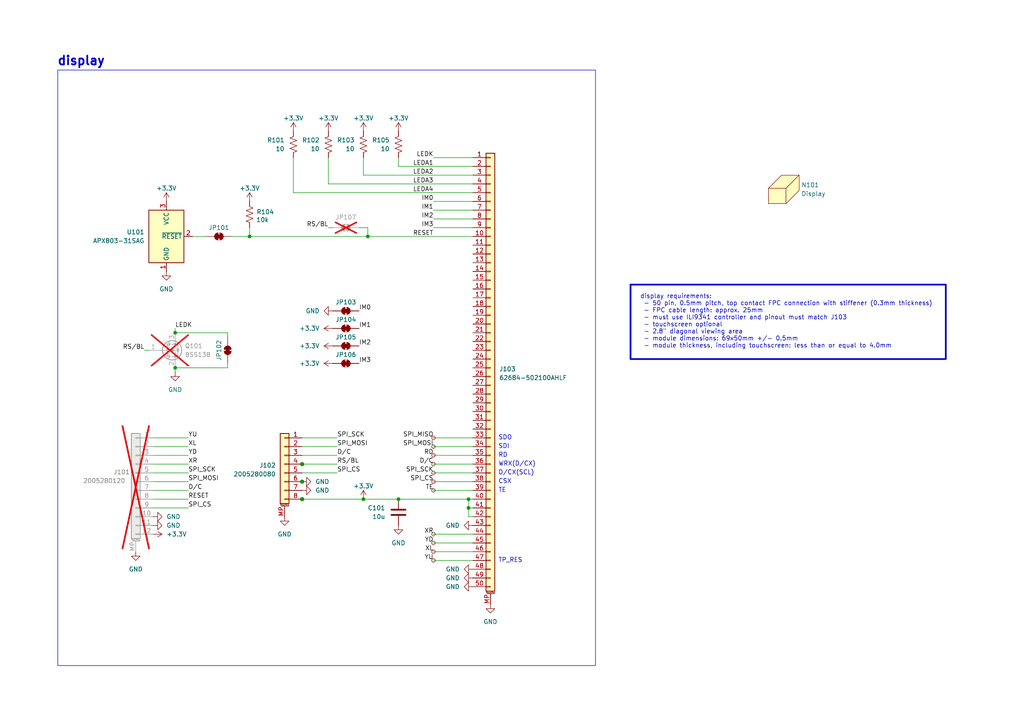
<source format=kicad_sch>
(kicad_sch
	(version 20231120)
	(generator "eeschema")
	(generator_version "8.0")
	(uuid "ff4b8cd0-62be-4dc2-ad89-9b4edd17acc5")
	(paper "A4")
	(title_block
		(title "2.8in TFT interconnect PCB")
		(date "2025-03-04")
		(rev "2")
		(company "alley cat engineering")
		(comment 1 "drawn by jackw01")
	)
	(lib_symbols
		(symbol "Connector:TestPoint_Small"
			(pin_numbers hide)
			(pin_names
				(offset 0.762) hide)
			(exclude_from_sim no)
			(in_bom yes)
			(on_board yes)
			(property "Reference" "TP"
				(at 0 3.81 0)
				(effects
					(font
						(size 1.27 1.27)
					)
				)
			)
			(property "Value" "TestPoint_Small"
				(at 0 2.032 0)
				(effects
					(font
						(size 1.27 1.27)
					)
				)
			)
			(property "Footprint" ""
				(at 5.08 0 0)
				(effects
					(font
						(size 1.27 1.27)
					)
					(hide yes)
				)
			)
			(property "Datasheet" "~"
				(at 5.08 0 0)
				(effects
					(font
						(size 1.27 1.27)
					)
					(hide yes)
				)
			)
			(property "Description" "test point"
				(at 0 0 0)
				(effects
					(font
						(size 1.27 1.27)
					)
					(hide yes)
				)
			)
			(property "ki_keywords" "test point tp"
				(at 0 0 0)
				(effects
					(font
						(size 1.27 1.27)
					)
					(hide yes)
				)
			)
			(property "ki_fp_filters" "Pin* Test*"
				(at 0 0 0)
				(effects
					(font
						(size 1.27 1.27)
					)
					(hide yes)
				)
			)
			(symbol "TestPoint_Small_0_1"
				(circle
					(center 0 0)
					(radius 0.508)
					(stroke
						(width 0)
						(type default)
					)
					(fill
						(type none)
					)
				)
			)
			(symbol "TestPoint_Small_1_1"
				(pin passive line
					(at 0 0 90)
					(length 0)
					(name "1"
						(effects
							(font
								(size 1.27 1.27)
							)
						)
					)
					(number "1"
						(effects
							(font
								(size 1.27 1.27)
							)
						)
					)
				)
			)
		)
		(symbol "Connector_Generic_MountingPin:Conn_01x08_MountingPin"
			(pin_names
				(offset 1.016) hide)
			(exclude_from_sim no)
			(in_bom yes)
			(on_board yes)
			(property "Reference" "J"
				(at 0 10.16 0)
				(effects
					(font
						(size 1.27 1.27)
					)
				)
			)
			(property "Value" "Conn_01x08_MountingPin"
				(at 1.27 -12.7 0)
				(effects
					(font
						(size 1.27 1.27)
					)
					(justify left)
				)
			)
			(property "Footprint" ""
				(at 0 0 0)
				(effects
					(font
						(size 1.27 1.27)
					)
					(hide yes)
				)
			)
			(property "Datasheet" "~"
				(at 0 0 0)
				(effects
					(font
						(size 1.27 1.27)
					)
					(hide yes)
				)
			)
			(property "Description" "Generic connectable mounting pin connector, single row, 01x08, script generated (kicad-library-utils/schlib/autogen/connector/)"
				(at 0 0 0)
				(effects
					(font
						(size 1.27 1.27)
					)
					(hide yes)
				)
			)
			(property "ki_keywords" "connector"
				(at 0 0 0)
				(effects
					(font
						(size 1.27 1.27)
					)
					(hide yes)
				)
			)
			(property "ki_fp_filters" "Connector*:*_1x??-1MP*"
				(at 0 0 0)
				(effects
					(font
						(size 1.27 1.27)
					)
					(hide yes)
				)
			)
			(symbol "Conn_01x08_MountingPin_1_1"
				(rectangle
					(start -1.27 -10.033)
					(end 0 -10.287)
					(stroke
						(width 0.1524)
						(type default)
					)
					(fill
						(type none)
					)
				)
				(rectangle
					(start -1.27 -7.493)
					(end 0 -7.747)
					(stroke
						(width 0.1524)
						(type default)
					)
					(fill
						(type none)
					)
				)
				(rectangle
					(start -1.27 -4.953)
					(end 0 -5.207)
					(stroke
						(width 0.1524)
						(type default)
					)
					(fill
						(type none)
					)
				)
				(rectangle
					(start -1.27 -2.413)
					(end 0 -2.667)
					(stroke
						(width 0.1524)
						(type default)
					)
					(fill
						(type none)
					)
				)
				(rectangle
					(start -1.27 0.127)
					(end 0 -0.127)
					(stroke
						(width 0.1524)
						(type default)
					)
					(fill
						(type none)
					)
				)
				(rectangle
					(start -1.27 2.667)
					(end 0 2.413)
					(stroke
						(width 0.1524)
						(type default)
					)
					(fill
						(type none)
					)
				)
				(rectangle
					(start -1.27 5.207)
					(end 0 4.953)
					(stroke
						(width 0.1524)
						(type default)
					)
					(fill
						(type none)
					)
				)
				(rectangle
					(start -1.27 7.747)
					(end 0 7.493)
					(stroke
						(width 0.1524)
						(type default)
					)
					(fill
						(type none)
					)
				)
				(rectangle
					(start -1.27 8.89)
					(end 1.27 -11.43)
					(stroke
						(width 0.254)
						(type default)
					)
					(fill
						(type background)
					)
				)
				(polyline
					(pts
						(xy -1.016 -12.192) (xy 1.016 -12.192)
					)
					(stroke
						(width 0.1524)
						(type default)
					)
					(fill
						(type none)
					)
				)
				(text "Mounting"
					(at 0 -11.811 0)
					(effects
						(font
							(size 0.381 0.381)
						)
					)
				)
				(pin passive line
					(at -5.08 7.62 0)
					(length 3.81)
					(name "Pin_1"
						(effects
							(font
								(size 1.27 1.27)
							)
						)
					)
					(number "1"
						(effects
							(font
								(size 1.27 1.27)
							)
						)
					)
				)
				(pin passive line
					(at -5.08 5.08 0)
					(length 3.81)
					(name "Pin_2"
						(effects
							(font
								(size 1.27 1.27)
							)
						)
					)
					(number "2"
						(effects
							(font
								(size 1.27 1.27)
							)
						)
					)
				)
				(pin passive line
					(at -5.08 2.54 0)
					(length 3.81)
					(name "Pin_3"
						(effects
							(font
								(size 1.27 1.27)
							)
						)
					)
					(number "3"
						(effects
							(font
								(size 1.27 1.27)
							)
						)
					)
				)
				(pin passive line
					(at -5.08 0 0)
					(length 3.81)
					(name "Pin_4"
						(effects
							(font
								(size 1.27 1.27)
							)
						)
					)
					(number "4"
						(effects
							(font
								(size 1.27 1.27)
							)
						)
					)
				)
				(pin passive line
					(at -5.08 -2.54 0)
					(length 3.81)
					(name "Pin_5"
						(effects
							(font
								(size 1.27 1.27)
							)
						)
					)
					(number "5"
						(effects
							(font
								(size 1.27 1.27)
							)
						)
					)
				)
				(pin passive line
					(at -5.08 -5.08 0)
					(length 3.81)
					(name "Pin_6"
						(effects
							(font
								(size 1.27 1.27)
							)
						)
					)
					(number "6"
						(effects
							(font
								(size 1.27 1.27)
							)
						)
					)
				)
				(pin passive line
					(at -5.08 -7.62 0)
					(length 3.81)
					(name "Pin_7"
						(effects
							(font
								(size 1.27 1.27)
							)
						)
					)
					(number "7"
						(effects
							(font
								(size 1.27 1.27)
							)
						)
					)
				)
				(pin passive line
					(at -5.08 -10.16 0)
					(length 3.81)
					(name "Pin_8"
						(effects
							(font
								(size 1.27 1.27)
							)
						)
					)
					(number "8"
						(effects
							(font
								(size 1.27 1.27)
							)
						)
					)
				)
				(pin passive line
					(at 0 -15.24 90)
					(length 3.048)
					(name "MountPin"
						(effects
							(font
								(size 1.27 1.27)
							)
						)
					)
					(number "MP"
						(effects
							(font
								(size 1.27 1.27)
							)
						)
					)
				)
			)
		)
		(symbol "Connector_Generic_MountingPin:Conn_01x12_MountingPin"
			(pin_names
				(offset 1.016) hide)
			(exclude_from_sim no)
			(in_bom yes)
			(on_board yes)
			(property "Reference" "J"
				(at 0 15.24 0)
				(effects
					(font
						(size 1.27 1.27)
					)
				)
			)
			(property "Value" "Conn_01x12_MountingPin"
				(at 1.27 -17.78 0)
				(effects
					(font
						(size 1.27 1.27)
					)
					(justify left)
				)
			)
			(property "Footprint" ""
				(at 0 0 0)
				(effects
					(font
						(size 1.27 1.27)
					)
					(hide yes)
				)
			)
			(property "Datasheet" "~"
				(at 0 0 0)
				(effects
					(font
						(size 1.27 1.27)
					)
					(hide yes)
				)
			)
			(property "Description" "Generic connectable mounting pin connector, single row, 01x12, script generated (kicad-library-utils/schlib/autogen/connector/)"
				(at 0 0 0)
				(effects
					(font
						(size 1.27 1.27)
					)
					(hide yes)
				)
			)
			(property "ki_keywords" "connector"
				(at 0 0 0)
				(effects
					(font
						(size 1.27 1.27)
					)
					(hide yes)
				)
			)
			(property "ki_fp_filters" "Connector*:*_1x??-1MP*"
				(at 0 0 0)
				(effects
					(font
						(size 1.27 1.27)
					)
					(hide yes)
				)
			)
			(symbol "Conn_01x12_MountingPin_1_1"
				(rectangle
					(start -1.27 -15.113)
					(end 0 -15.367)
					(stroke
						(width 0.1524)
						(type default)
					)
					(fill
						(type none)
					)
				)
				(rectangle
					(start -1.27 -12.573)
					(end 0 -12.827)
					(stroke
						(width 0.1524)
						(type default)
					)
					(fill
						(type none)
					)
				)
				(rectangle
					(start -1.27 -10.033)
					(end 0 -10.287)
					(stroke
						(width 0.1524)
						(type default)
					)
					(fill
						(type none)
					)
				)
				(rectangle
					(start -1.27 -7.493)
					(end 0 -7.747)
					(stroke
						(width 0.1524)
						(type default)
					)
					(fill
						(type none)
					)
				)
				(rectangle
					(start -1.27 -4.953)
					(end 0 -5.207)
					(stroke
						(width 0.1524)
						(type default)
					)
					(fill
						(type none)
					)
				)
				(rectangle
					(start -1.27 -2.413)
					(end 0 -2.667)
					(stroke
						(width 0.1524)
						(type default)
					)
					(fill
						(type none)
					)
				)
				(rectangle
					(start -1.27 0.127)
					(end 0 -0.127)
					(stroke
						(width 0.1524)
						(type default)
					)
					(fill
						(type none)
					)
				)
				(rectangle
					(start -1.27 2.667)
					(end 0 2.413)
					(stroke
						(width 0.1524)
						(type default)
					)
					(fill
						(type none)
					)
				)
				(rectangle
					(start -1.27 5.207)
					(end 0 4.953)
					(stroke
						(width 0.1524)
						(type default)
					)
					(fill
						(type none)
					)
				)
				(rectangle
					(start -1.27 7.747)
					(end 0 7.493)
					(stroke
						(width 0.1524)
						(type default)
					)
					(fill
						(type none)
					)
				)
				(rectangle
					(start -1.27 10.287)
					(end 0 10.033)
					(stroke
						(width 0.1524)
						(type default)
					)
					(fill
						(type none)
					)
				)
				(rectangle
					(start -1.27 12.827)
					(end 0 12.573)
					(stroke
						(width 0.1524)
						(type default)
					)
					(fill
						(type none)
					)
				)
				(rectangle
					(start -1.27 13.97)
					(end 1.27 -16.51)
					(stroke
						(width 0.254)
						(type default)
					)
					(fill
						(type background)
					)
				)
				(polyline
					(pts
						(xy -1.016 -17.272) (xy 1.016 -17.272)
					)
					(stroke
						(width 0.1524)
						(type default)
					)
					(fill
						(type none)
					)
				)
				(text "Mounting"
					(at 0 -16.891 0)
					(effects
						(font
							(size 0.381 0.381)
						)
					)
				)
				(pin passive line
					(at -5.08 12.7 0)
					(length 3.81)
					(name "Pin_1"
						(effects
							(font
								(size 1.27 1.27)
							)
						)
					)
					(number "1"
						(effects
							(font
								(size 1.27 1.27)
							)
						)
					)
				)
				(pin passive line
					(at -5.08 -10.16 0)
					(length 3.81)
					(name "Pin_10"
						(effects
							(font
								(size 1.27 1.27)
							)
						)
					)
					(number "10"
						(effects
							(font
								(size 1.27 1.27)
							)
						)
					)
				)
				(pin passive line
					(at -5.08 -12.7 0)
					(length 3.81)
					(name "Pin_11"
						(effects
							(font
								(size 1.27 1.27)
							)
						)
					)
					(number "11"
						(effects
							(font
								(size 1.27 1.27)
							)
						)
					)
				)
				(pin passive line
					(at -5.08 -15.24 0)
					(length 3.81)
					(name "Pin_12"
						(effects
							(font
								(size 1.27 1.27)
							)
						)
					)
					(number "12"
						(effects
							(font
								(size 1.27 1.27)
							)
						)
					)
				)
				(pin passive line
					(at -5.08 10.16 0)
					(length 3.81)
					(name "Pin_2"
						(effects
							(font
								(size 1.27 1.27)
							)
						)
					)
					(number "2"
						(effects
							(font
								(size 1.27 1.27)
							)
						)
					)
				)
				(pin passive line
					(at -5.08 7.62 0)
					(length 3.81)
					(name "Pin_3"
						(effects
							(font
								(size 1.27 1.27)
							)
						)
					)
					(number "3"
						(effects
							(font
								(size 1.27 1.27)
							)
						)
					)
				)
				(pin passive line
					(at -5.08 5.08 0)
					(length 3.81)
					(name "Pin_4"
						(effects
							(font
								(size 1.27 1.27)
							)
						)
					)
					(number "4"
						(effects
							(font
								(size 1.27 1.27)
							)
						)
					)
				)
				(pin passive line
					(at -5.08 2.54 0)
					(length 3.81)
					(name "Pin_5"
						(effects
							(font
								(size 1.27 1.27)
							)
						)
					)
					(number "5"
						(effects
							(font
								(size 1.27 1.27)
							)
						)
					)
				)
				(pin passive line
					(at -5.08 0 0)
					(length 3.81)
					(name "Pin_6"
						(effects
							(font
								(size 1.27 1.27)
							)
						)
					)
					(number "6"
						(effects
							(font
								(size 1.27 1.27)
							)
						)
					)
				)
				(pin passive line
					(at -5.08 -2.54 0)
					(length 3.81)
					(name "Pin_7"
						(effects
							(font
								(size 1.27 1.27)
							)
						)
					)
					(number "7"
						(effects
							(font
								(size 1.27 1.27)
							)
						)
					)
				)
				(pin passive line
					(at -5.08 -5.08 0)
					(length 3.81)
					(name "Pin_8"
						(effects
							(font
								(size 1.27 1.27)
							)
						)
					)
					(number "8"
						(effects
							(font
								(size 1.27 1.27)
							)
						)
					)
				)
				(pin passive line
					(at -5.08 -7.62 0)
					(length 3.81)
					(name "Pin_9"
						(effects
							(font
								(size 1.27 1.27)
							)
						)
					)
					(number "9"
						(effects
							(font
								(size 1.27 1.27)
							)
						)
					)
				)
				(pin passive line
					(at 0 -20.32 90)
					(length 3.048)
					(name "MountPin"
						(effects
							(font
								(size 1.27 1.27)
							)
						)
					)
					(number "MP"
						(effects
							(font
								(size 1.27 1.27)
							)
						)
					)
				)
			)
		)
		(symbol "Connector_Generic_MountingPin:Conn_01x50_MountingPin"
			(pin_names
				(offset 1.016) hide)
			(exclude_from_sim no)
			(in_bom yes)
			(on_board yes)
			(property "Reference" "J"
				(at 0 63.5 0)
				(effects
					(font
						(size 1.27 1.27)
					)
				)
			)
			(property "Value" "Conn_01x50_MountingPin"
				(at 1.27 -66.04 0)
				(effects
					(font
						(size 1.27 1.27)
					)
					(justify left)
				)
			)
			(property "Footprint" ""
				(at 0 0 0)
				(effects
					(font
						(size 1.27 1.27)
					)
					(hide yes)
				)
			)
			(property "Datasheet" "~"
				(at 0 0 0)
				(effects
					(font
						(size 1.27 1.27)
					)
					(hide yes)
				)
			)
			(property "Description" "\"Generic connectable mounting pin connector, single row, 01x50, script generated\""
				(at 0 0 0)
				(effects
					(font
						(size 1.27 1.27)
					)
					(hide yes)
				)
			)
			(property "ki_locked" ""
				(at 0 0 0)
				(effects
					(font
						(size 1.27 1.27)
					)
				)
			)
			(property "ki_keywords" "connector"
				(at 0 0 0)
				(effects
					(font
						(size 1.27 1.27)
					)
					(hide yes)
				)
			)
			(property "ki_fp_filters" "Connector*:*_1x??-1MP*"
				(at 0 0 0)
				(effects
					(font
						(size 1.27 1.27)
					)
					(hide yes)
				)
			)
			(symbol "Conn_01x50_MountingPin_1_1"
				(rectangle
					(start -1.27 -63.373)
					(end 0 -63.627)
					(stroke
						(width 0.1524)
						(type default)
					)
					(fill
						(type none)
					)
				)
				(rectangle
					(start -1.27 -60.833)
					(end 0 -61.087)
					(stroke
						(width 0.1524)
						(type default)
					)
					(fill
						(type none)
					)
				)
				(rectangle
					(start -1.27 -58.293)
					(end 0 -58.547)
					(stroke
						(width 0.1524)
						(type default)
					)
					(fill
						(type none)
					)
				)
				(rectangle
					(start -1.27 -55.753)
					(end 0 -56.007)
					(stroke
						(width 0.1524)
						(type default)
					)
					(fill
						(type none)
					)
				)
				(rectangle
					(start -1.27 -53.213)
					(end 0 -53.467)
					(stroke
						(width 0.1524)
						(type default)
					)
					(fill
						(type none)
					)
				)
				(rectangle
					(start -1.27 -50.673)
					(end 0 -50.927)
					(stroke
						(width 0.1524)
						(type default)
					)
					(fill
						(type none)
					)
				)
				(rectangle
					(start -1.27 -48.133)
					(end 0 -48.387)
					(stroke
						(width 0.1524)
						(type default)
					)
					(fill
						(type none)
					)
				)
				(rectangle
					(start -1.27 -45.593)
					(end 0 -45.847)
					(stroke
						(width 0.1524)
						(type default)
					)
					(fill
						(type none)
					)
				)
				(rectangle
					(start -1.27 -43.053)
					(end 0 -43.307)
					(stroke
						(width 0.1524)
						(type default)
					)
					(fill
						(type none)
					)
				)
				(rectangle
					(start -1.27 -40.513)
					(end 0 -40.767)
					(stroke
						(width 0.1524)
						(type default)
					)
					(fill
						(type none)
					)
				)
				(rectangle
					(start -1.27 -37.973)
					(end 0 -38.227)
					(stroke
						(width 0.1524)
						(type default)
					)
					(fill
						(type none)
					)
				)
				(rectangle
					(start -1.27 -35.433)
					(end 0 -35.687)
					(stroke
						(width 0.1524)
						(type default)
					)
					(fill
						(type none)
					)
				)
				(rectangle
					(start -1.27 -32.893)
					(end 0 -33.147)
					(stroke
						(width 0.1524)
						(type default)
					)
					(fill
						(type none)
					)
				)
				(rectangle
					(start -1.27 -30.353)
					(end 0 -30.607)
					(stroke
						(width 0.1524)
						(type default)
					)
					(fill
						(type none)
					)
				)
				(rectangle
					(start -1.27 -27.813)
					(end 0 -28.067)
					(stroke
						(width 0.1524)
						(type default)
					)
					(fill
						(type none)
					)
				)
				(rectangle
					(start -1.27 -25.273)
					(end 0 -25.527)
					(stroke
						(width 0.1524)
						(type default)
					)
					(fill
						(type none)
					)
				)
				(rectangle
					(start -1.27 -22.733)
					(end 0 -22.987)
					(stroke
						(width 0.1524)
						(type default)
					)
					(fill
						(type none)
					)
				)
				(rectangle
					(start -1.27 -20.193)
					(end 0 -20.447)
					(stroke
						(width 0.1524)
						(type default)
					)
					(fill
						(type none)
					)
				)
				(rectangle
					(start -1.27 -17.653)
					(end 0 -17.907)
					(stroke
						(width 0.1524)
						(type default)
					)
					(fill
						(type none)
					)
				)
				(rectangle
					(start -1.27 -15.113)
					(end 0 -15.367)
					(stroke
						(width 0.1524)
						(type default)
					)
					(fill
						(type none)
					)
				)
				(rectangle
					(start -1.27 -12.573)
					(end 0 -12.827)
					(stroke
						(width 0.1524)
						(type default)
					)
					(fill
						(type none)
					)
				)
				(rectangle
					(start -1.27 -10.033)
					(end 0 -10.287)
					(stroke
						(width 0.1524)
						(type default)
					)
					(fill
						(type none)
					)
				)
				(rectangle
					(start -1.27 -7.493)
					(end 0 -7.747)
					(stroke
						(width 0.1524)
						(type default)
					)
					(fill
						(type none)
					)
				)
				(rectangle
					(start -1.27 -4.953)
					(end 0 -5.207)
					(stroke
						(width 0.1524)
						(type default)
					)
					(fill
						(type none)
					)
				)
				(rectangle
					(start -1.27 -2.413)
					(end 0 -2.667)
					(stroke
						(width 0.1524)
						(type default)
					)
					(fill
						(type none)
					)
				)
				(rectangle
					(start -1.27 0.127)
					(end 0 -0.127)
					(stroke
						(width 0.1524)
						(type default)
					)
					(fill
						(type none)
					)
				)
				(rectangle
					(start -1.27 2.667)
					(end 0 2.413)
					(stroke
						(width 0.1524)
						(type default)
					)
					(fill
						(type none)
					)
				)
				(rectangle
					(start -1.27 5.207)
					(end 0 4.953)
					(stroke
						(width 0.1524)
						(type default)
					)
					(fill
						(type none)
					)
				)
				(rectangle
					(start -1.27 7.747)
					(end 0 7.493)
					(stroke
						(width 0.1524)
						(type default)
					)
					(fill
						(type none)
					)
				)
				(rectangle
					(start -1.27 10.287)
					(end 0 10.033)
					(stroke
						(width 0.1524)
						(type default)
					)
					(fill
						(type none)
					)
				)
				(rectangle
					(start -1.27 12.827)
					(end 0 12.573)
					(stroke
						(width 0.1524)
						(type default)
					)
					(fill
						(type none)
					)
				)
				(rectangle
					(start -1.27 15.367)
					(end 0 15.113)
					(stroke
						(width 0.1524)
						(type default)
					)
					(fill
						(type none)
					)
				)
				(rectangle
					(start -1.27 17.907)
					(end 0 17.653)
					(stroke
						(width 0.1524)
						(type default)
					)
					(fill
						(type none)
					)
				)
				(rectangle
					(start -1.27 20.447)
					(end 0 20.193)
					(stroke
						(width 0.1524)
						(type default)
					)
					(fill
						(type none)
					)
				)
				(rectangle
					(start -1.27 22.987)
					(end 0 22.733)
					(stroke
						(width 0.1524)
						(type default)
					)
					(fill
						(type none)
					)
				)
				(rectangle
					(start -1.27 25.527)
					(end 0 25.273)
					(stroke
						(width 0.1524)
						(type default)
					)
					(fill
						(type none)
					)
				)
				(rectangle
					(start -1.27 28.067)
					(end 0 27.813)
					(stroke
						(width 0.1524)
						(type default)
					)
					(fill
						(type none)
					)
				)
				(rectangle
					(start -1.27 30.607)
					(end 0 30.353)
					(stroke
						(width 0.1524)
						(type default)
					)
					(fill
						(type none)
					)
				)
				(rectangle
					(start -1.27 33.147)
					(end 0 32.893)
					(stroke
						(width 0.1524)
						(type default)
					)
					(fill
						(type none)
					)
				)
				(rectangle
					(start -1.27 35.687)
					(end 0 35.433)
					(stroke
						(width 0.1524)
						(type default)
					)
					(fill
						(type none)
					)
				)
				(rectangle
					(start -1.27 38.227)
					(end 0 37.973)
					(stroke
						(width 0.1524)
						(type default)
					)
					(fill
						(type none)
					)
				)
				(rectangle
					(start -1.27 40.767)
					(end 0 40.513)
					(stroke
						(width 0.1524)
						(type default)
					)
					(fill
						(type none)
					)
				)
				(rectangle
					(start -1.27 43.307)
					(end 0 43.053)
					(stroke
						(width 0.1524)
						(type default)
					)
					(fill
						(type none)
					)
				)
				(rectangle
					(start -1.27 45.847)
					(end 0 45.593)
					(stroke
						(width 0.1524)
						(type default)
					)
					(fill
						(type none)
					)
				)
				(rectangle
					(start -1.27 48.387)
					(end 0 48.133)
					(stroke
						(width 0.1524)
						(type default)
					)
					(fill
						(type none)
					)
				)
				(rectangle
					(start -1.27 50.927)
					(end 0 50.673)
					(stroke
						(width 0.1524)
						(type default)
					)
					(fill
						(type none)
					)
				)
				(rectangle
					(start -1.27 53.467)
					(end 0 53.213)
					(stroke
						(width 0.1524)
						(type default)
					)
					(fill
						(type none)
					)
				)
				(rectangle
					(start -1.27 56.007)
					(end 0 55.753)
					(stroke
						(width 0.1524)
						(type default)
					)
					(fill
						(type none)
					)
				)
				(rectangle
					(start -1.27 58.547)
					(end 0 58.293)
					(stroke
						(width 0.1524)
						(type default)
					)
					(fill
						(type none)
					)
				)
				(rectangle
					(start -1.27 61.087)
					(end 0 60.833)
					(stroke
						(width 0.1524)
						(type default)
					)
					(fill
						(type none)
					)
				)
				(rectangle
					(start -1.27 62.23)
					(end 1.27 -64.77)
					(stroke
						(width 0.254)
						(type default)
					)
					(fill
						(type background)
					)
				)
				(polyline
					(pts
						(xy -1.016 -65.532) (xy 1.016 -65.532)
					)
					(stroke
						(width 0.1524)
						(type default)
					)
					(fill
						(type none)
					)
				)
				(text "Mounting"
					(at 0 -65.151 0)
					(effects
						(font
							(size 0.381 0.381)
						)
					)
				)
				(pin passive line
					(at -5.08 60.96 0)
					(length 3.81)
					(name "Pin_1"
						(effects
							(font
								(size 1.27 1.27)
							)
						)
					)
					(number "1"
						(effects
							(font
								(size 1.27 1.27)
							)
						)
					)
				)
				(pin passive line
					(at -5.08 38.1 0)
					(length 3.81)
					(name "Pin_10"
						(effects
							(font
								(size 1.27 1.27)
							)
						)
					)
					(number "10"
						(effects
							(font
								(size 1.27 1.27)
							)
						)
					)
				)
				(pin passive line
					(at -5.08 35.56 0)
					(length 3.81)
					(name "Pin_11"
						(effects
							(font
								(size 1.27 1.27)
							)
						)
					)
					(number "11"
						(effects
							(font
								(size 1.27 1.27)
							)
						)
					)
				)
				(pin passive line
					(at -5.08 33.02 0)
					(length 3.81)
					(name "Pin_12"
						(effects
							(font
								(size 1.27 1.27)
							)
						)
					)
					(number "12"
						(effects
							(font
								(size 1.27 1.27)
							)
						)
					)
				)
				(pin passive line
					(at -5.08 30.48 0)
					(length 3.81)
					(name "Pin_13"
						(effects
							(font
								(size 1.27 1.27)
							)
						)
					)
					(number "13"
						(effects
							(font
								(size 1.27 1.27)
							)
						)
					)
				)
				(pin passive line
					(at -5.08 27.94 0)
					(length 3.81)
					(name "Pin_14"
						(effects
							(font
								(size 1.27 1.27)
							)
						)
					)
					(number "14"
						(effects
							(font
								(size 1.27 1.27)
							)
						)
					)
				)
				(pin passive line
					(at -5.08 25.4 0)
					(length 3.81)
					(name "Pin_15"
						(effects
							(font
								(size 1.27 1.27)
							)
						)
					)
					(number "15"
						(effects
							(font
								(size 1.27 1.27)
							)
						)
					)
				)
				(pin passive line
					(at -5.08 22.86 0)
					(length 3.81)
					(name "Pin_16"
						(effects
							(font
								(size 1.27 1.27)
							)
						)
					)
					(number "16"
						(effects
							(font
								(size 1.27 1.27)
							)
						)
					)
				)
				(pin passive line
					(at -5.08 20.32 0)
					(length 3.81)
					(name "Pin_17"
						(effects
							(font
								(size 1.27 1.27)
							)
						)
					)
					(number "17"
						(effects
							(font
								(size 1.27 1.27)
							)
						)
					)
				)
				(pin passive line
					(at -5.08 17.78 0)
					(length 3.81)
					(name "Pin_18"
						(effects
							(font
								(size 1.27 1.27)
							)
						)
					)
					(number "18"
						(effects
							(font
								(size 1.27 1.27)
							)
						)
					)
				)
				(pin passive line
					(at -5.08 15.24 0)
					(length 3.81)
					(name "Pin_19"
						(effects
							(font
								(size 1.27 1.27)
							)
						)
					)
					(number "19"
						(effects
							(font
								(size 1.27 1.27)
							)
						)
					)
				)
				(pin passive line
					(at -5.08 58.42 0)
					(length 3.81)
					(name "Pin_2"
						(effects
							(font
								(size 1.27 1.27)
							)
						)
					)
					(number "2"
						(effects
							(font
								(size 1.27 1.27)
							)
						)
					)
				)
				(pin passive line
					(at -5.08 12.7 0)
					(length 3.81)
					(name "Pin_20"
						(effects
							(font
								(size 1.27 1.27)
							)
						)
					)
					(number "20"
						(effects
							(font
								(size 1.27 1.27)
							)
						)
					)
				)
				(pin passive line
					(at -5.08 10.16 0)
					(length 3.81)
					(name "Pin_21"
						(effects
							(font
								(size 1.27 1.27)
							)
						)
					)
					(number "21"
						(effects
							(font
								(size 1.27 1.27)
							)
						)
					)
				)
				(pin passive line
					(at -5.08 7.62 0)
					(length 3.81)
					(name "Pin_22"
						(effects
							(font
								(size 1.27 1.27)
							)
						)
					)
					(number "22"
						(effects
							(font
								(size 1.27 1.27)
							)
						)
					)
				)
				(pin passive line
					(at -5.08 5.08 0)
					(length 3.81)
					(name "Pin_23"
						(effects
							(font
								(size 1.27 1.27)
							)
						)
					)
					(number "23"
						(effects
							(font
								(size 1.27 1.27)
							)
						)
					)
				)
				(pin passive line
					(at -5.08 2.54 0)
					(length 3.81)
					(name "Pin_24"
						(effects
							(font
								(size 1.27 1.27)
							)
						)
					)
					(number "24"
						(effects
							(font
								(size 1.27 1.27)
							)
						)
					)
				)
				(pin passive line
					(at -5.08 0 0)
					(length 3.81)
					(name "Pin_25"
						(effects
							(font
								(size 1.27 1.27)
							)
						)
					)
					(number "25"
						(effects
							(font
								(size 1.27 1.27)
							)
						)
					)
				)
				(pin passive line
					(at -5.08 -2.54 0)
					(length 3.81)
					(name "Pin_26"
						(effects
							(font
								(size 1.27 1.27)
							)
						)
					)
					(number "26"
						(effects
							(font
								(size 1.27 1.27)
							)
						)
					)
				)
				(pin passive line
					(at -5.08 -5.08 0)
					(length 3.81)
					(name "Pin_27"
						(effects
							(font
								(size 1.27 1.27)
							)
						)
					)
					(number "27"
						(effects
							(font
								(size 1.27 1.27)
							)
						)
					)
				)
				(pin passive line
					(at -5.08 -7.62 0)
					(length 3.81)
					(name "Pin_28"
						(effects
							(font
								(size 1.27 1.27)
							)
						)
					)
					(number "28"
						(effects
							(font
								(size 1.27 1.27)
							)
						)
					)
				)
				(pin passive line
					(at -5.08 -10.16 0)
					(length 3.81)
					(name "Pin_29"
						(effects
							(font
								(size 1.27 1.27)
							)
						)
					)
					(number "29"
						(effects
							(font
								(size 1.27 1.27)
							)
						)
					)
				)
				(pin passive line
					(at -5.08 55.88 0)
					(length 3.81)
					(name "Pin_3"
						(effects
							(font
								(size 1.27 1.27)
							)
						)
					)
					(number "3"
						(effects
							(font
								(size 1.27 1.27)
							)
						)
					)
				)
				(pin passive line
					(at -5.08 -12.7 0)
					(length 3.81)
					(name "Pin_30"
						(effects
							(font
								(size 1.27 1.27)
							)
						)
					)
					(number "30"
						(effects
							(font
								(size 1.27 1.27)
							)
						)
					)
				)
				(pin passive line
					(at -5.08 -15.24 0)
					(length 3.81)
					(name "Pin_31"
						(effects
							(font
								(size 1.27 1.27)
							)
						)
					)
					(number "31"
						(effects
							(font
								(size 1.27 1.27)
							)
						)
					)
				)
				(pin passive line
					(at -5.08 -17.78 0)
					(length 3.81)
					(name "Pin_32"
						(effects
							(font
								(size 1.27 1.27)
							)
						)
					)
					(number "32"
						(effects
							(font
								(size 1.27 1.27)
							)
						)
					)
				)
				(pin passive line
					(at -5.08 -20.32 0)
					(length 3.81)
					(name "Pin_33"
						(effects
							(font
								(size 1.27 1.27)
							)
						)
					)
					(number "33"
						(effects
							(font
								(size 1.27 1.27)
							)
						)
					)
				)
				(pin passive line
					(at -5.08 -22.86 0)
					(length 3.81)
					(name "Pin_34"
						(effects
							(font
								(size 1.27 1.27)
							)
						)
					)
					(number "34"
						(effects
							(font
								(size 1.27 1.27)
							)
						)
					)
				)
				(pin passive line
					(at -5.08 -25.4 0)
					(length 3.81)
					(name "Pin_35"
						(effects
							(font
								(size 1.27 1.27)
							)
						)
					)
					(number "35"
						(effects
							(font
								(size 1.27 1.27)
							)
						)
					)
				)
				(pin passive line
					(at -5.08 -27.94 0)
					(length 3.81)
					(name "Pin_36"
						(effects
							(font
								(size 1.27 1.27)
							)
						)
					)
					(number "36"
						(effects
							(font
								(size 1.27 1.27)
							)
						)
					)
				)
				(pin passive line
					(at -5.08 -30.48 0)
					(length 3.81)
					(name "Pin_37"
						(effects
							(font
								(size 1.27 1.27)
							)
						)
					)
					(number "37"
						(effects
							(font
								(size 1.27 1.27)
							)
						)
					)
				)
				(pin passive line
					(at -5.08 -33.02 0)
					(length 3.81)
					(name "Pin_38"
						(effects
							(font
								(size 1.27 1.27)
							)
						)
					)
					(number "38"
						(effects
							(font
								(size 1.27 1.27)
							)
						)
					)
				)
				(pin passive line
					(at -5.08 -35.56 0)
					(length 3.81)
					(name "Pin_39"
						(effects
							(font
								(size 1.27 1.27)
							)
						)
					)
					(number "39"
						(effects
							(font
								(size 1.27 1.27)
							)
						)
					)
				)
				(pin passive line
					(at -5.08 53.34 0)
					(length 3.81)
					(name "Pin_4"
						(effects
							(font
								(size 1.27 1.27)
							)
						)
					)
					(number "4"
						(effects
							(font
								(size 1.27 1.27)
							)
						)
					)
				)
				(pin passive line
					(at -5.08 -38.1 0)
					(length 3.81)
					(name "Pin_40"
						(effects
							(font
								(size 1.27 1.27)
							)
						)
					)
					(number "40"
						(effects
							(font
								(size 1.27 1.27)
							)
						)
					)
				)
				(pin passive line
					(at -5.08 -40.64 0)
					(length 3.81)
					(name "Pin_41"
						(effects
							(font
								(size 1.27 1.27)
							)
						)
					)
					(number "41"
						(effects
							(font
								(size 1.27 1.27)
							)
						)
					)
				)
				(pin passive line
					(at -5.08 -43.18 0)
					(length 3.81)
					(name "Pin_42"
						(effects
							(font
								(size 1.27 1.27)
							)
						)
					)
					(number "42"
						(effects
							(font
								(size 1.27 1.27)
							)
						)
					)
				)
				(pin passive line
					(at -5.08 -45.72 0)
					(length 3.81)
					(name "Pin_43"
						(effects
							(font
								(size 1.27 1.27)
							)
						)
					)
					(number "43"
						(effects
							(font
								(size 1.27 1.27)
							)
						)
					)
				)
				(pin passive line
					(at -5.08 -48.26 0)
					(length 3.81)
					(name "Pin_44"
						(effects
							(font
								(size 1.27 1.27)
							)
						)
					)
					(number "44"
						(effects
							(font
								(size 1.27 1.27)
							)
						)
					)
				)
				(pin passive line
					(at -5.08 -50.8 0)
					(length 3.81)
					(name "Pin_45"
						(effects
							(font
								(size 1.27 1.27)
							)
						)
					)
					(number "45"
						(effects
							(font
								(size 1.27 1.27)
							)
						)
					)
				)
				(pin passive line
					(at -5.08 -53.34 0)
					(length 3.81)
					(name "Pin_46"
						(effects
							(font
								(size 1.27 1.27)
							)
						)
					)
					(number "46"
						(effects
							(font
								(size 1.27 1.27)
							)
						)
					)
				)
				(pin passive line
					(at -5.08 -55.88 0)
					(length 3.81)
					(name "Pin_47"
						(effects
							(font
								(size 1.27 1.27)
							)
						)
					)
					(number "47"
						(effects
							(font
								(size 1.27 1.27)
							)
						)
					)
				)
				(pin passive line
					(at -5.08 -58.42 0)
					(length 3.81)
					(name "Pin_48"
						(effects
							(font
								(size 1.27 1.27)
							)
						)
					)
					(number "48"
						(effects
							(font
								(size 1.27 1.27)
							)
						)
					)
				)
				(pin passive line
					(at -5.08 -60.96 0)
					(length 3.81)
					(name "Pin_49"
						(effects
							(font
								(size 1.27 1.27)
							)
						)
					)
					(number "49"
						(effects
							(font
								(size 1.27 1.27)
							)
						)
					)
				)
				(pin passive line
					(at -5.08 50.8 0)
					(length 3.81)
					(name "Pin_5"
						(effects
							(font
								(size 1.27 1.27)
							)
						)
					)
					(number "5"
						(effects
							(font
								(size 1.27 1.27)
							)
						)
					)
				)
				(pin passive line
					(at -5.08 -63.5 0)
					(length 3.81)
					(name "Pin_50"
						(effects
							(font
								(size 1.27 1.27)
							)
						)
					)
					(number "50"
						(effects
							(font
								(size 1.27 1.27)
							)
						)
					)
				)
				(pin passive line
					(at -5.08 48.26 0)
					(length 3.81)
					(name "Pin_6"
						(effects
							(font
								(size 1.27 1.27)
							)
						)
					)
					(number "6"
						(effects
							(font
								(size 1.27 1.27)
							)
						)
					)
				)
				(pin passive line
					(at -5.08 45.72 0)
					(length 3.81)
					(name "Pin_7"
						(effects
							(font
								(size 1.27 1.27)
							)
						)
					)
					(number "7"
						(effects
							(font
								(size 1.27 1.27)
							)
						)
					)
				)
				(pin passive line
					(at -5.08 43.18 0)
					(length 3.81)
					(name "Pin_8"
						(effects
							(font
								(size 1.27 1.27)
							)
						)
					)
					(number "8"
						(effects
							(font
								(size 1.27 1.27)
							)
						)
					)
				)
				(pin passive line
					(at -5.08 40.64 0)
					(length 3.81)
					(name "Pin_9"
						(effects
							(font
								(size 1.27 1.27)
							)
						)
					)
					(number "9"
						(effects
							(font
								(size 1.27 1.27)
							)
						)
					)
				)
				(pin passive line
					(at 0 -68.58 90)
					(length 3.048)
					(name "MountPin"
						(effects
							(font
								(size 1.27 1.27)
							)
						)
					)
					(number "MP"
						(effects
							(font
								(size 1.27 1.27)
							)
						)
					)
				)
			)
		)
		(symbol "Device:C"
			(pin_numbers hide)
			(pin_names
				(offset 0.254)
			)
			(exclude_from_sim no)
			(in_bom yes)
			(on_board yes)
			(property "Reference" "C"
				(at 0.635 2.54 0)
				(effects
					(font
						(size 1.27 1.27)
					)
					(justify left)
				)
			)
			(property "Value" "C"
				(at 0.635 -2.54 0)
				(effects
					(font
						(size 1.27 1.27)
					)
					(justify left)
				)
			)
			(property "Footprint" ""
				(at 0.9652 -3.81 0)
				(effects
					(font
						(size 1.27 1.27)
					)
					(hide yes)
				)
			)
			(property "Datasheet" "~"
				(at 0 0 0)
				(effects
					(font
						(size 1.27 1.27)
					)
					(hide yes)
				)
			)
			(property "Description" "Unpolarized capacitor"
				(at 0 0 0)
				(effects
					(font
						(size 1.27 1.27)
					)
					(hide yes)
				)
			)
			(property "ki_keywords" "cap capacitor"
				(at 0 0 0)
				(effects
					(font
						(size 1.27 1.27)
					)
					(hide yes)
				)
			)
			(property "ki_fp_filters" "C_*"
				(at 0 0 0)
				(effects
					(font
						(size 1.27 1.27)
					)
					(hide yes)
				)
			)
			(symbol "C_0_1"
				(polyline
					(pts
						(xy -2.032 -0.762) (xy 2.032 -0.762)
					)
					(stroke
						(width 0.508)
						(type default)
					)
					(fill
						(type none)
					)
				)
				(polyline
					(pts
						(xy -2.032 0.762) (xy 2.032 0.762)
					)
					(stroke
						(width 0.508)
						(type default)
					)
					(fill
						(type none)
					)
				)
			)
			(symbol "C_1_1"
				(pin passive line
					(at 0 3.81 270)
					(length 2.794)
					(name "~"
						(effects
							(font
								(size 1.27 1.27)
							)
						)
					)
					(number "1"
						(effects
							(font
								(size 1.27 1.27)
							)
						)
					)
				)
				(pin passive line
					(at 0 -3.81 90)
					(length 2.794)
					(name "~"
						(effects
							(font
								(size 1.27 1.27)
							)
						)
					)
					(number "2"
						(effects
							(font
								(size 1.27 1.27)
							)
						)
					)
				)
			)
		)
		(symbol "Device:R_US"
			(pin_numbers hide)
			(pin_names
				(offset 0)
			)
			(exclude_from_sim no)
			(in_bom yes)
			(on_board yes)
			(property "Reference" "R"
				(at 2.54 0 90)
				(effects
					(font
						(size 1.27 1.27)
					)
				)
			)
			(property "Value" "R_US"
				(at -2.54 0 90)
				(effects
					(font
						(size 1.27 1.27)
					)
				)
			)
			(property "Footprint" ""
				(at 1.016 -0.254 90)
				(effects
					(font
						(size 1.27 1.27)
					)
					(hide yes)
				)
			)
			(property "Datasheet" "~"
				(at 0 0 0)
				(effects
					(font
						(size 1.27 1.27)
					)
					(hide yes)
				)
			)
			(property "Description" "Resistor, US symbol"
				(at 0 0 0)
				(effects
					(font
						(size 1.27 1.27)
					)
					(hide yes)
				)
			)
			(property "ki_keywords" "R res resistor"
				(at 0 0 0)
				(effects
					(font
						(size 1.27 1.27)
					)
					(hide yes)
				)
			)
			(property "ki_fp_filters" "R_*"
				(at 0 0 0)
				(effects
					(font
						(size 1.27 1.27)
					)
					(hide yes)
				)
			)
			(symbol "R_US_0_1"
				(polyline
					(pts
						(xy 0 -2.286) (xy 0 -2.54)
					)
					(stroke
						(width 0)
						(type default)
					)
					(fill
						(type none)
					)
				)
				(polyline
					(pts
						(xy 0 2.286) (xy 0 2.54)
					)
					(stroke
						(width 0)
						(type default)
					)
					(fill
						(type none)
					)
				)
				(polyline
					(pts
						(xy 0 -0.762) (xy 1.016 -1.143) (xy 0 -1.524) (xy -1.016 -1.905) (xy 0 -2.286)
					)
					(stroke
						(width 0)
						(type default)
					)
					(fill
						(type none)
					)
				)
				(polyline
					(pts
						(xy 0 0.762) (xy 1.016 0.381) (xy 0 0) (xy -1.016 -0.381) (xy 0 -0.762)
					)
					(stroke
						(width 0)
						(type default)
					)
					(fill
						(type none)
					)
				)
				(polyline
					(pts
						(xy 0 2.286) (xy 1.016 1.905) (xy 0 1.524) (xy -1.016 1.143) (xy 0 0.762)
					)
					(stroke
						(width 0)
						(type default)
					)
					(fill
						(type none)
					)
				)
			)
			(symbol "R_US_1_1"
				(pin passive line
					(at 0 3.81 270)
					(length 1.27)
					(name "~"
						(effects
							(font
								(size 1.27 1.27)
							)
						)
					)
					(number "1"
						(effects
							(font
								(size 1.27 1.27)
							)
						)
					)
				)
				(pin passive line
					(at 0 -3.81 90)
					(length 1.27)
					(name "~"
						(effects
							(font
								(size 1.27 1.27)
							)
						)
					)
					(number "2"
						(effects
							(font
								(size 1.27 1.27)
							)
						)
					)
				)
			)
		)
		(symbol "Jumper:SolderJumper_2_Bridged"
			(pin_numbers hide)
			(pin_names
				(offset 0) hide)
			(exclude_from_sim yes)
			(in_bom no)
			(on_board yes)
			(property "Reference" "JP"
				(at 0 2.032 0)
				(effects
					(font
						(size 1.27 1.27)
					)
				)
			)
			(property "Value" "SolderJumper_2_Bridged"
				(at 0 -2.54 0)
				(effects
					(font
						(size 1.27 1.27)
					)
				)
			)
			(property "Footprint" ""
				(at 0 0 0)
				(effects
					(font
						(size 1.27 1.27)
					)
					(hide yes)
				)
			)
			(property "Datasheet" "~"
				(at 0 0 0)
				(effects
					(font
						(size 1.27 1.27)
					)
					(hide yes)
				)
			)
			(property "Description" "Solder Jumper, 2-pole, closed/bridged"
				(at 0 0 0)
				(effects
					(font
						(size 1.27 1.27)
					)
					(hide yes)
				)
			)
			(property "ki_keywords" "solder jumper SPST"
				(at 0 0 0)
				(effects
					(font
						(size 1.27 1.27)
					)
					(hide yes)
				)
			)
			(property "ki_fp_filters" "SolderJumper*Bridged*"
				(at 0 0 0)
				(effects
					(font
						(size 1.27 1.27)
					)
					(hide yes)
				)
			)
			(symbol "SolderJumper_2_Bridged_0_1"
				(rectangle
					(start -0.508 0.508)
					(end 0.508 -0.508)
					(stroke
						(width 0)
						(type default)
					)
					(fill
						(type outline)
					)
				)
				(arc
					(start -0.254 1.016)
					(mid -1.2656 0)
					(end -0.254 -1.016)
					(stroke
						(width 0)
						(type default)
					)
					(fill
						(type none)
					)
				)
				(arc
					(start -0.254 1.016)
					(mid -1.2656 0)
					(end -0.254 -1.016)
					(stroke
						(width 0)
						(type default)
					)
					(fill
						(type outline)
					)
				)
				(polyline
					(pts
						(xy -0.254 1.016) (xy -0.254 -1.016)
					)
					(stroke
						(width 0)
						(type default)
					)
					(fill
						(type none)
					)
				)
				(polyline
					(pts
						(xy 0.254 1.016) (xy 0.254 -1.016)
					)
					(stroke
						(width 0)
						(type default)
					)
					(fill
						(type none)
					)
				)
				(arc
					(start 0.254 -1.016)
					(mid 1.2656 0)
					(end 0.254 1.016)
					(stroke
						(width 0)
						(type default)
					)
					(fill
						(type none)
					)
				)
				(arc
					(start 0.254 -1.016)
					(mid 1.2656 0)
					(end 0.254 1.016)
					(stroke
						(width 0)
						(type default)
					)
					(fill
						(type outline)
					)
				)
			)
			(symbol "SolderJumper_2_Bridged_1_1"
				(pin passive line
					(at -3.81 0 0)
					(length 2.54)
					(name "A"
						(effects
							(font
								(size 1.27 1.27)
							)
						)
					)
					(number "1"
						(effects
							(font
								(size 1.27 1.27)
							)
						)
					)
				)
				(pin passive line
					(at 3.81 0 180)
					(length 2.54)
					(name "B"
						(effects
							(font
								(size 1.27 1.27)
							)
						)
					)
					(number "2"
						(effects
							(font
								(size 1.27 1.27)
							)
						)
					)
				)
			)
		)
		(symbol "Jumper:SolderJumper_2_Open"
			(pin_numbers hide)
			(pin_names
				(offset 0) hide)
			(exclude_from_sim yes)
			(in_bom no)
			(on_board yes)
			(property "Reference" "JP"
				(at 0 2.032 0)
				(effects
					(font
						(size 1.27 1.27)
					)
				)
			)
			(property "Value" "SolderJumper_2_Open"
				(at 0 -2.54 0)
				(effects
					(font
						(size 1.27 1.27)
					)
				)
			)
			(property "Footprint" ""
				(at 0 0 0)
				(effects
					(font
						(size 1.27 1.27)
					)
					(hide yes)
				)
			)
			(property "Datasheet" "~"
				(at 0 0 0)
				(effects
					(font
						(size 1.27 1.27)
					)
					(hide yes)
				)
			)
			(property "Description" "Solder Jumper, 2-pole, open"
				(at 0 0 0)
				(effects
					(font
						(size 1.27 1.27)
					)
					(hide yes)
				)
			)
			(property "ki_keywords" "solder jumper SPST"
				(at 0 0 0)
				(effects
					(font
						(size 1.27 1.27)
					)
					(hide yes)
				)
			)
			(property "ki_fp_filters" "SolderJumper*Open*"
				(at 0 0 0)
				(effects
					(font
						(size 1.27 1.27)
					)
					(hide yes)
				)
			)
			(symbol "SolderJumper_2_Open_0_1"
				(arc
					(start -0.254 1.016)
					(mid -1.2656 0)
					(end -0.254 -1.016)
					(stroke
						(width 0)
						(type default)
					)
					(fill
						(type none)
					)
				)
				(arc
					(start -0.254 1.016)
					(mid -1.2656 0)
					(end -0.254 -1.016)
					(stroke
						(width 0)
						(type default)
					)
					(fill
						(type outline)
					)
				)
				(polyline
					(pts
						(xy -0.254 1.016) (xy -0.254 -1.016)
					)
					(stroke
						(width 0)
						(type default)
					)
					(fill
						(type none)
					)
				)
				(polyline
					(pts
						(xy 0.254 1.016) (xy 0.254 -1.016)
					)
					(stroke
						(width 0)
						(type default)
					)
					(fill
						(type none)
					)
				)
				(arc
					(start 0.254 -1.016)
					(mid 1.2656 0)
					(end 0.254 1.016)
					(stroke
						(width 0)
						(type default)
					)
					(fill
						(type none)
					)
				)
				(arc
					(start 0.254 -1.016)
					(mid 1.2656 0)
					(end 0.254 1.016)
					(stroke
						(width 0)
						(type default)
					)
					(fill
						(type outline)
					)
				)
			)
			(symbol "SolderJumper_2_Open_1_1"
				(pin passive line
					(at -3.81 0 0)
					(length 2.54)
					(name "A"
						(effects
							(font
								(size 1.27 1.27)
							)
						)
					)
					(number "1"
						(effects
							(font
								(size 1.27 1.27)
							)
						)
					)
				)
				(pin passive line
					(at 3.81 0 180)
					(length 2.54)
					(name "B"
						(effects
							(font
								(size 1.27 1.27)
							)
						)
					)
					(number "2"
						(effects
							(font
								(size 1.27 1.27)
							)
						)
					)
				)
			)
		)
		(symbol "Mechanical:Housing"
			(pin_names
				(offset 1.016)
			)
			(exclude_from_sim yes)
			(in_bom yes)
			(on_board yes)
			(property "Reference" "N1"
				(at 3.81 0.9526 0)
				(effects
					(font
						(size 1.27 1.27)
					)
					(justify left)
				)
			)
			(property "Value" "Display"
				(at 3.81 -1.5874 0)
				(effects
					(font
						(size 1.27 1.27)
					)
					(justify left)
				)
			)
			(property "Footprint" ""
				(at 1.27 1.27 0)
				(effects
					(font
						(size 1.27 1.27)
					)
					(hide yes)
				)
			)
			(property "Datasheet" "~"
				(at 1.27 1.27 0)
				(effects
					(font
						(size 1.27 1.27)
					)
					(hide yes)
				)
			)
			(property "Description" "Housing"
				(at 0 0 0)
				(effects
					(font
						(size 1.27 1.27)
					)
					(hide yes)
				)
			)
			(property "ki_keywords" "housing enclosure"
				(at 0 0 0)
				(effects
					(font
						(size 1.27 1.27)
					)
					(hide yes)
				)
			)
			(property "ki_fp_filters" "Enclosure* Housing*"
				(at 0 0 0)
				(effects
					(font
						(size 1.27 1.27)
					)
					(hide yes)
				)
			)
			(symbol "Housing_0_1"
				(polyline
					(pts
						(xy -0.635 0) (xy -0.635 -4.445)
					)
					(stroke
						(width 0)
						(type default)
					)
					(fill
						(type none)
					)
				)
				(polyline
					(pts
						(xy -5.715 0) (xy -0.635 0) (xy 3.175 3.81)
					)
					(stroke
						(width 0)
						(type default)
					)
					(fill
						(type none)
					)
				)
				(polyline
					(pts
						(xy -5.715 0) (xy -5.715 -4.445) (xy -0.635 -4.445) (xy 3.175 -0.635) (xy 3.175 3.81) (xy -1.905 3.81)
						(xy -5.715 0)
					)
					(stroke
						(width 0)
						(type default)
					)
					(fill
						(type background)
					)
				)
			)
		)
		(symbol "Power_Supervisor:LM809"
			(exclude_from_sim no)
			(in_bom yes)
			(on_board yes)
			(property "Reference" "U"
				(at 2.54 12.7 0)
				(effects
					(font
						(size 1.27 1.27)
					)
				)
			)
			(property "Value" "LM809"
				(at 5.08 10.16 0)
				(effects
					(font
						(size 1.27 1.27)
					)
				)
			)
			(property "Footprint" "Package_TO_SOT_SMD:SOT-23"
				(at 7.62 2.54 0)
				(effects
					(font
						(size 1.27 1.27)
					)
					(hide yes)
				)
			)
			(property "Datasheet" "http://www.ti.com/lit/ds/symlink/lm809.pdf"
				(at 7.62 2.54 0)
				(effects
					(font
						(size 1.27 1.27)
					)
					(hide yes)
				)
			)
			(property "Description" "Microprocessor Reset (active-low) Circuit, SOT-23"
				(at 0 0 0)
				(effects
					(font
						(size 1.27 1.27)
					)
					(hide yes)
				)
			)
			(property "ki_keywords" "reset supervisor"
				(at 0 0 0)
				(effects
					(font
						(size 1.27 1.27)
					)
					(hide yes)
				)
			)
			(property "ki_fp_filters" "SOT?23*"
				(at 0 0 0)
				(effects
					(font
						(size 1.27 1.27)
					)
					(hide yes)
				)
			)
			(symbol "LM809_0_1"
				(rectangle
					(start 5.08 7.62)
					(end -5.08 -7.62)
					(stroke
						(width 0.254)
						(type default)
					)
					(fill
						(type background)
					)
				)
			)
			(symbol "LM809_1_1"
				(pin power_in line
					(at 0 -10.16 90)
					(length 2.54)
					(name "GND"
						(effects
							(font
								(size 1.27 1.27)
							)
						)
					)
					(number "1"
						(effects
							(font
								(size 1.27 1.27)
							)
						)
					)
				)
				(pin output line
					(at 7.62 0 180)
					(length 2.54)
					(name "~{RESET}"
						(effects
							(font
								(size 1.27 1.27)
							)
						)
					)
					(number "2"
						(effects
							(font
								(size 1.27 1.27)
							)
						)
					)
				)
				(pin power_in line
					(at 0 10.16 270)
					(length 2.54)
					(name "VCC"
						(effects
							(font
								(size 1.27 1.27)
							)
						)
					)
					(number "3"
						(effects
							(font
								(size 1.27 1.27)
							)
						)
					)
				)
			)
		)
		(symbol "Transistor_FET:BSS138"
			(pin_names hide)
			(exclude_from_sim no)
			(in_bom yes)
			(on_board yes)
			(property "Reference" "Q"
				(at 5.08 1.905 0)
				(effects
					(font
						(size 1.27 1.27)
					)
					(justify left)
				)
			)
			(property "Value" "BSS138"
				(at 5.08 0 0)
				(effects
					(font
						(size 1.27 1.27)
					)
					(justify left)
				)
			)
			(property "Footprint" "Package_TO_SOT_SMD:SOT-23"
				(at 5.08 -1.905 0)
				(effects
					(font
						(size 1.27 1.27)
						(italic yes)
					)
					(justify left)
					(hide yes)
				)
			)
			(property "Datasheet" "https://www.onsemi.com/pub/Collateral/BSS138-D.PDF"
				(at 5.08 -3.81 0)
				(effects
					(font
						(size 1.27 1.27)
					)
					(justify left)
					(hide yes)
				)
			)
			(property "Description" "50V Vds, 0.22A Id, N-Channel MOSFET, SOT-23"
				(at 0 0 0)
				(effects
					(font
						(size 1.27 1.27)
					)
					(hide yes)
				)
			)
			(property "ki_keywords" "N-Channel MOSFET"
				(at 0 0 0)
				(effects
					(font
						(size 1.27 1.27)
					)
					(hide yes)
				)
			)
			(property "ki_fp_filters" "SOT?23*"
				(at 0 0 0)
				(effects
					(font
						(size 1.27 1.27)
					)
					(hide yes)
				)
			)
			(symbol "BSS138_0_1"
				(polyline
					(pts
						(xy 0.254 0) (xy -2.54 0)
					)
					(stroke
						(width 0)
						(type default)
					)
					(fill
						(type none)
					)
				)
				(polyline
					(pts
						(xy 0.254 1.905) (xy 0.254 -1.905)
					)
					(stroke
						(width 0.254)
						(type default)
					)
					(fill
						(type none)
					)
				)
				(polyline
					(pts
						(xy 0.762 -1.27) (xy 0.762 -2.286)
					)
					(stroke
						(width 0.254)
						(type default)
					)
					(fill
						(type none)
					)
				)
				(polyline
					(pts
						(xy 0.762 0.508) (xy 0.762 -0.508)
					)
					(stroke
						(width 0.254)
						(type default)
					)
					(fill
						(type none)
					)
				)
				(polyline
					(pts
						(xy 0.762 2.286) (xy 0.762 1.27)
					)
					(stroke
						(width 0.254)
						(type default)
					)
					(fill
						(type none)
					)
				)
				(polyline
					(pts
						(xy 2.54 2.54) (xy 2.54 1.778)
					)
					(stroke
						(width 0)
						(type default)
					)
					(fill
						(type none)
					)
				)
				(polyline
					(pts
						(xy 2.54 -2.54) (xy 2.54 0) (xy 0.762 0)
					)
					(stroke
						(width 0)
						(type default)
					)
					(fill
						(type none)
					)
				)
				(polyline
					(pts
						(xy 0.762 -1.778) (xy 3.302 -1.778) (xy 3.302 1.778) (xy 0.762 1.778)
					)
					(stroke
						(width 0)
						(type default)
					)
					(fill
						(type none)
					)
				)
				(polyline
					(pts
						(xy 1.016 0) (xy 2.032 0.381) (xy 2.032 -0.381) (xy 1.016 0)
					)
					(stroke
						(width 0)
						(type default)
					)
					(fill
						(type outline)
					)
				)
				(polyline
					(pts
						(xy 2.794 0.508) (xy 2.921 0.381) (xy 3.683 0.381) (xy 3.81 0.254)
					)
					(stroke
						(width 0)
						(type default)
					)
					(fill
						(type none)
					)
				)
				(polyline
					(pts
						(xy 3.302 0.381) (xy 2.921 -0.254) (xy 3.683 -0.254) (xy 3.302 0.381)
					)
					(stroke
						(width 0)
						(type default)
					)
					(fill
						(type none)
					)
				)
				(circle
					(center 1.651 0)
					(radius 2.794)
					(stroke
						(width 0.254)
						(type default)
					)
					(fill
						(type none)
					)
				)
				(circle
					(center 2.54 -1.778)
					(radius 0.254)
					(stroke
						(width 0)
						(type default)
					)
					(fill
						(type outline)
					)
				)
				(circle
					(center 2.54 1.778)
					(radius 0.254)
					(stroke
						(width 0)
						(type default)
					)
					(fill
						(type outline)
					)
				)
			)
			(symbol "BSS138_1_1"
				(pin input line
					(at -5.08 0 0)
					(length 2.54)
					(name "G"
						(effects
							(font
								(size 1.27 1.27)
							)
						)
					)
					(number "1"
						(effects
							(font
								(size 1.27 1.27)
							)
						)
					)
				)
				(pin passive line
					(at 2.54 -5.08 90)
					(length 2.54)
					(name "S"
						(effects
							(font
								(size 1.27 1.27)
							)
						)
					)
					(number "2"
						(effects
							(font
								(size 1.27 1.27)
							)
						)
					)
				)
				(pin passive line
					(at 2.54 5.08 270)
					(length 2.54)
					(name "D"
						(effects
							(font
								(size 1.27 1.27)
							)
						)
					)
					(number "3"
						(effects
							(font
								(size 1.27 1.27)
							)
						)
					)
				)
			)
		)
		(symbol "power:+3.3V"
			(power)
			(pin_numbers hide)
			(pin_names
				(offset 0) hide)
			(exclude_from_sim no)
			(in_bom yes)
			(on_board yes)
			(property "Reference" "#PWR"
				(at 0 -3.81 0)
				(effects
					(font
						(size 1.27 1.27)
					)
					(hide yes)
				)
			)
			(property "Value" "+3.3V"
				(at 0 3.556 0)
				(effects
					(font
						(size 1.27 1.27)
					)
				)
			)
			(property "Footprint" ""
				(at 0 0 0)
				(effects
					(font
						(size 1.27 1.27)
					)
					(hide yes)
				)
			)
			(property "Datasheet" ""
				(at 0 0 0)
				(effects
					(font
						(size 1.27 1.27)
					)
					(hide yes)
				)
			)
			(property "Description" "Power symbol creates a global label with name \"+3.3V\""
				(at 0 0 0)
				(effects
					(font
						(size 1.27 1.27)
					)
					(hide yes)
				)
			)
			(property "ki_keywords" "global power"
				(at 0 0 0)
				(effects
					(font
						(size 1.27 1.27)
					)
					(hide yes)
				)
			)
			(symbol "+3.3V_0_1"
				(polyline
					(pts
						(xy -0.762 1.27) (xy 0 2.54)
					)
					(stroke
						(width 0)
						(type default)
					)
					(fill
						(type none)
					)
				)
				(polyline
					(pts
						(xy 0 0) (xy 0 2.54)
					)
					(stroke
						(width 0)
						(type default)
					)
					(fill
						(type none)
					)
				)
				(polyline
					(pts
						(xy 0 2.54) (xy 0.762 1.27)
					)
					(stroke
						(width 0)
						(type default)
					)
					(fill
						(type none)
					)
				)
			)
			(symbol "+3.3V_1_1"
				(pin power_in line
					(at 0 0 90)
					(length 0)
					(name "~"
						(effects
							(font
								(size 1.27 1.27)
							)
						)
					)
					(number "1"
						(effects
							(font
								(size 1.27 1.27)
							)
						)
					)
				)
			)
		)
		(symbol "power:GND"
			(power)
			(pin_numbers hide)
			(pin_names
				(offset 0) hide)
			(exclude_from_sim no)
			(in_bom yes)
			(on_board yes)
			(property "Reference" "#PWR"
				(at 0 -6.35 0)
				(effects
					(font
						(size 1.27 1.27)
					)
					(hide yes)
				)
			)
			(property "Value" "GND"
				(at 0 -3.81 0)
				(effects
					(font
						(size 1.27 1.27)
					)
				)
			)
			(property "Footprint" ""
				(at 0 0 0)
				(effects
					(font
						(size 1.27 1.27)
					)
					(hide yes)
				)
			)
			(property "Datasheet" ""
				(at 0 0 0)
				(effects
					(font
						(size 1.27 1.27)
					)
					(hide yes)
				)
			)
			(property "Description" "Power symbol creates a global label with name \"GND\" , ground"
				(at 0 0 0)
				(effects
					(font
						(size 1.27 1.27)
					)
					(hide yes)
				)
			)
			(property "ki_keywords" "global power"
				(at 0 0 0)
				(effects
					(font
						(size 1.27 1.27)
					)
					(hide yes)
				)
			)
			(symbol "GND_0_1"
				(polyline
					(pts
						(xy 0 0) (xy 0 -1.27) (xy 1.27 -1.27) (xy 0 -2.54) (xy -1.27 -1.27) (xy 0 -1.27)
					)
					(stroke
						(width 0)
						(type default)
					)
					(fill
						(type none)
					)
				)
			)
			(symbol "GND_1_1"
				(pin power_in line
					(at 0 0 270)
					(length 0)
					(name "~"
						(effects
							(font
								(size 1.27 1.27)
							)
						)
					)
					(number "1"
						(effects
							(font
								(size 1.27 1.27)
							)
						)
					)
				)
			)
		)
	)
	(junction
		(at 135.89 144.78)
		(diameter 0)
		(color 0 0 0 0)
		(uuid "04df6219-e4c8-4aaa-a371-311b456245be")
	)
	(junction
		(at 106.68 68.58)
		(diameter 0)
		(color 0 0 0 0)
		(uuid "18e80edf-7000-47ec-ad04-e395c01e28c0")
	)
	(junction
		(at 135.89 147.32)
		(diameter 0)
		(color 0 0 0 0)
		(uuid "269e8bab-0cb2-4dda-ba20-5e1bdb238af7")
	)
	(junction
		(at 50.8 106.68)
		(diameter 0)
		(color 0 0 0 0)
		(uuid "26bb8d18-e046-4453-8dda-841e4d07719f")
	)
	(junction
		(at 115.57 144.78)
		(diameter 0)
		(color 0 0 0 0)
		(uuid "2cbdc5e8-7b51-4237-92b2-bbcf9a82fb7c")
	)
	(junction
		(at 87.63 134.62)
		(diameter 0)
		(color 0 0 0 0)
		(uuid "32d27c54-d424-427e-ad76-44f8a81af93a")
	)
	(junction
		(at 72.39 68.58)
		(diameter 0)
		(color 0 0 0 0)
		(uuid "381fd689-b97d-4e58-b231-2351ad813080")
	)
	(junction
		(at 105.41 144.78)
		(diameter 0)
		(color 0 0 0 0)
		(uuid "69ba23b2-d3b8-47be-9804-b0eed683a839")
	)
	(junction
		(at 50.8 96.52)
		(diameter 0)
		(color 0 0 0 0)
		(uuid "6ab663bf-1abc-4dfb-bcc7-7f6f3b4ebee6")
	)
	(junction
		(at 87.63 139.7)
		(diameter 0)
		(color 0 0 0 0)
		(uuid "e0a8e842-ffa6-4a8d-ace7-90d6246e0645")
	)
	(junction
		(at 87.63 144.78)
		(diameter 0)
		(color 0 0 0 0)
		(uuid "fff41445-12c5-472d-92c8-bf04de36b8f4")
	)
	(wire
		(pts
			(xy 125.73 127) (xy 137.16 127)
		)
		(stroke
			(width 0)
			(type default)
		)
		(uuid "01607206-bac0-427f-84cf-25749b970551")
	)
	(wire
		(pts
			(xy 59.69 68.58) (xy 55.88 68.58)
		)
		(stroke
			(width 0)
			(type default)
		)
		(uuid "0542b9fb-29c7-4220-8350-bac12ee5c305")
	)
	(wire
		(pts
			(xy 54.61 127) (xy 44.45 127)
		)
		(stroke
			(width 0)
			(type default)
		)
		(uuid "0556353a-60bb-41e1-abe5-d69bd550804b")
	)
	(wire
		(pts
			(xy 95.25 66.04) (xy 96.52 66.04)
		)
		(stroke
			(width 0)
			(type default)
		)
		(uuid "05670f60-8c98-4436-b4e8-9371d39c0342")
	)
	(wire
		(pts
			(xy 66.04 106.68) (xy 66.04 105.41)
		)
		(stroke
			(width 0)
			(type default)
		)
		(uuid "07750083-b364-4ff5-9812-cb916ed04fb8")
	)
	(wire
		(pts
			(xy 97.79 137.16) (xy 87.63 137.16)
		)
		(stroke
			(width 0)
			(type default)
		)
		(uuid "0a73a7bf-c4be-4214-972f-f1915744a7f3")
	)
	(wire
		(pts
			(xy 72.39 68.58) (xy 106.68 68.58)
		)
		(stroke
			(width 0)
			(type default)
		)
		(uuid "0b2cf6de-8985-4e4c-8945-6f9e16e26dd5")
	)
	(wire
		(pts
			(xy 66.04 96.52) (xy 50.8 96.52)
		)
		(stroke
			(width 0)
			(type default)
		)
		(uuid "0c7ccc2b-e37e-44c8-a9d0-f3081392e2af")
	)
	(wire
		(pts
			(xy 66.04 97.79) (xy 66.04 96.52)
		)
		(stroke
			(width 0)
			(type default)
		)
		(uuid "1241b7a3-6148-4f2d-8c39-a9e0ec2518d3")
	)
	(wire
		(pts
			(xy 106.68 68.58) (xy 137.16 68.58)
		)
		(stroke
			(width 0)
			(type default)
		)
		(uuid "142559cf-58ec-446f-9897-94689e99f1a9")
	)
	(wire
		(pts
			(xy 125.73 154.94) (xy 137.16 154.94)
		)
		(stroke
			(width 0)
			(type default)
		)
		(uuid "1507fa84-0df0-4f06-8615-09f7aa13a20e")
	)
	(wire
		(pts
			(xy 115.57 144.78) (xy 135.89 144.78)
		)
		(stroke
			(width 0)
			(type default)
		)
		(uuid "17704922-911b-4b7c-a781-96514e5c1b90")
	)
	(wire
		(pts
			(xy 72.39 66.04) (xy 72.39 68.58)
		)
		(stroke
			(width 0)
			(type default)
		)
		(uuid "17751f19-c6b6-40ee-bc30-8169d9e15323")
	)
	(wire
		(pts
			(xy 104.14 66.04) (xy 106.68 66.04)
		)
		(stroke
			(width 0)
			(type default)
		)
		(uuid "1c9a8162-230d-44ff-a32f-c35f07fb9551")
	)
	(wire
		(pts
			(xy 87.63 134.62) (xy 97.79 134.62)
		)
		(stroke
			(width 0)
			(type default)
		)
		(uuid "1ed5c6b8-dbe5-4e67-aa8d-aa3d474df6e8")
	)
	(wire
		(pts
			(xy 85.09 55.88) (xy 85.09 45.72)
		)
		(stroke
			(width 0)
			(type default)
		)
		(uuid "21764bff-c600-4cd7-84fa-72a023d855b0")
	)
	(wire
		(pts
			(xy 135.89 147.32) (xy 137.16 147.32)
		)
		(stroke
			(width 0)
			(type default)
		)
		(uuid "26f9f432-f34d-49b1-b994-7a612760d88c")
	)
	(wire
		(pts
			(xy 50.8 106.68) (xy 66.04 106.68)
		)
		(stroke
			(width 0)
			(type default)
		)
		(uuid "2723ddd7-fcb6-4e96-9e2d-0a204a3529c3")
	)
	(wire
		(pts
			(xy 125.73 157.48) (xy 137.16 157.48)
		)
		(stroke
			(width 0)
			(type default)
		)
		(uuid "28aa5a99-0a78-413e-b603-9077b10f9ae4")
	)
	(wire
		(pts
			(xy 95.25 53.34) (xy 137.16 53.34)
		)
		(stroke
			(width 0)
			(type default)
		)
		(uuid "292e05e9-7196-49f2-9da7-010f4fe30d67")
	)
	(wire
		(pts
			(xy 105.41 144.78) (xy 115.57 144.78)
		)
		(stroke
			(width 0)
			(type default)
		)
		(uuid "2d04058a-9696-4c76-991e-2b4ac71b53ce")
	)
	(wire
		(pts
			(xy 85.09 55.88) (xy 137.16 55.88)
		)
		(stroke
			(width 0)
			(type default)
		)
		(uuid "2f80e10c-01be-4a32-b5e8-b2d6dae0b413")
	)
	(wire
		(pts
			(xy 125.73 129.54) (xy 137.16 129.54)
		)
		(stroke
			(width 0)
			(type default)
		)
		(uuid "3dc8d948-d7c6-4c18-bb78-c91db3d73ea9")
	)
	(wire
		(pts
			(xy 54.61 132.08) (xy 44.45 132.08)
		)
		(stroke
			(width 0)
			(type default)
		)
		(uuid "40023be0-dc43-46af-ab76-df45d94ba98c")
	)
	(wire
		(pts
			(xy 135.89 147.32) (xy 135.89 144.78)
		)
		(stroke
			(width 0)
			(type default)
		)
		(uuid "48ad9643-57a0-4340-9891-81f7e62b56bb")
	)
	(wire
		(pts
			(xy 54.61 142.24) (xy 44.45 142.24)
		)
		(stroke
			(width 0)
			(type default)
		)
		(uuid "49847226-c2fe-4f91-a39e-0d61223df5be")
	)
	(wire
		(pts
			(xy 125.73 139.7) (xy 137.16 139.7)
		)
		(stroke
			(width 0)
			(type default)
		)
		(uuid "5472a7c6-09d5-4983-8b53-e874d9f9b54f")
	)
	(wire
		(pts
			(xy 125.73 66.04) (xy 137.16 66.04)
		)
		(stroke
			(width 0)
			(type default)
		)
		(uuid "5b3d8487-ac1a-4656-829d-8f6539111510")
	)
	(wire
		(pts
			(xy 125.73 58.42) (xy 137.16 58.42)
		)
		(stroke
			(width 0)
			(type default)
		)
		(uuid "5cda46fc-39e6-465e-bb77-64b7c3865218")
	)
	(wire
		(pts
			(xy 54.61 129.54) (xy 44.45 129.54)
		)
		(stroke
			(width 0)
			(type default)
		)
		(uuid "61f3aad6-09ed-4196-9961-03cce12f8637")
	)
	(wire
		(pts
			(xy 67.31 68.58) (xy 72.39 68.58)
		)
		(stroke
			(width 0)
			(type default)
		)
		(uuid "6c29c0b4-e008-44d9-af29-d5db84d46ca9")
	)
	(wire
		(pts
			(xy 125.73 160.02) (xy 137.16 160.02)
		)
		(stroke
			(width 0)
			(type default)
		)
		(uuid "6e39bf2d-f8fc-40de-8a1d-a9af8c21c5e6")
	)
	(wire
		(pts
			(xy 95.25 45.72) (xy 95.25 53.34)
		)
		(stroke
			(width 0)
			(type default)
		)
		(uuid "729090be-15fc-452e-afff-e310dbf24ac5")
	)
	(wire
		(pts
			(xy 87.63 144.78) (xy 105.41 144.78)
		)
		(stroke
			(width 0)
			(type default)
		)
		(uuid "7567ea94-b0f7-4e7a-a3ab-4d5102f1607b")
	)
	(wire
		(pts
			(xy 125.73 63.5) (xy 137.16 63.5)
		)
		(stroke
			(width 0)
			(type default)
		)
		(uuid "7607b0ef-8c13-401f-910c-32f73456d35d")
	)
	(wire
		(pts
			(xy 41.91 101.6) (xy 43.18 101.6)
		)
		(stroke
			(width 0)
			(type default)
		)
		(uuid "77b0c681-39f3-46e7-ac7f-4c02f2af2e82")
	)
	(wire
		(pts
			(xy 105.41 50.8) (xy 105.41 45.72)
		)
		(stroke
			(width 0)
			(type default)
		)
		(uuid "79283510-2255-45f2-a478-405b3f60815d")
	)
	(wire
		(pts
			(xy 54.61 147.32) (xy 44.45 147.32)
		)
		(stroke
			(width 0)
			(type default)
		)
		(uuid "86267e4a-18f6-4e56-8979-7d2d298f29e9")
	)
	(wire
		(pts
			(xy 135.89 149.86) (xy 135.89 147.32)
		)
		(stroke
			(width 0)
			(type default)
		)
		(uuid "87b4fc7a-fa3a-438a-8906-faef90e2ef69")
	)
	(wire
		(pts
			(xy 125.73 60.96) (xy 137.16 60.96)
		)
		(stroke
			(width 0)
			(type default)
		)
		(uuid "9af55f6e-ae6b-42ea-a99b-f51ec23c288a")
	)
	(wire
		(pts
			(xy 125.73 45.72) (xy 137.16 45.72)
		)
		(stroke
			(width 0)
			(type default)
		)
		(uuid "9b5e8447-3c7f-4316-80c9-29fcac53c983")
	)
	(wire
		(pts
			(xy 135.89 144.78) (xy 137.16 144.78)
		)
		(stroke
			(width 0)
			(type default)
		)
		(uuid "a57c73df-789b-454c-b0ca-25afe572bf9f")
	)
	(wire
		(pts
			(xy 125.73 134.62) (xy 137.16 134.62)
		)
		(stroke
			(width 0)
			(type default)
		)
		(uuid "a9dab7e3-b55e-41ab-aef2-845ad158f695")
	)
	(wire
		(pts
			(xy 125.73 132.08) (xy 137.16 132.08)
		)
		(stroke
			(width 0)
			(type default)
		)
		(uuid "ae535347-f597-4487-9383-526ec01bd2e4")
	)
	(wire
		(pts
			(xy 125.73 142.24) (xy 137.16 142.24)
		)
		(stroke
			(width 0)
			(type default)
		)
		(uuid "b5071738-c9cd-48a9-8db2-f304c4c139f1")
	)
	(wire
		(pts
			(xy 106.68 66.04) (xy 106.68 68.58)
		)
		(stroke
			(width 0)
			(type default)
		)
		(uuid "b50d775c-ad7a-4f7e-b24d-0eb20d43308d")
	)
	(wire
		(pts
			(xy 97.79 129.54) (xy 87.63 129.54)
		)
		(stroke
			(width 0)
			(type default)
		)
		(uuid "b52e03bd-6bfc-4217-81f0-60e2b1ee2638")
	)
	(wire
		(pts
			(xy 54.61 139.7) (xy 44.45 139.7)
		)
		(stroke
			(width 0)
			(type default)
		)
		(uuid "b8d36f10-0deb-44b7-8aa5-54adf9c52994")
	)
	(wire
		(pts
			(xy 105.41 50.8) (xy 137.16 50.8)
		)
		(stroke
			(width 0)
			(type default)
		)
		(uuid "c820c4ae-d6a9-49f8-ba79-30851217db6a")
	)
	(wire
		(pts
			(xy 115.57 48.26) (xy 137.16 48.26)
		)
		(stroke
			(width 0)
			(type default)
		)
		(uuid "ce4d888f-373b-4a3f-b6ff-145559795383")
	)
	(wire
		(pts
			(xy 54.61 144.78) (xy 44.45 144.78)
		)
		(stroke
			(width 0)
			(type default)
		)
		(uuid "cff85aff-c48c-43b0-8f53-66950b03a9fd")
	)
	(wire
		(pts
			(xy 125.73 137.16) (xy 137.16 137.16)
		)
		(stroke
			(width 0)
			(type default)
		)
		(uuid "d2a3ec45-bd45-434c-affb-e115afc85509")
	)
	(wire
		(pts
			(xy 125.73 162.56) (xy 137.16 162.56)
		)
		(stroke
			(width 0)
			(type default)
		)
		(uuid "d7164968-c188-4de2-9986-fe0effa1a0af")
	)
	(wire
		(pts
			(xy 50.8 106.68) (xy 50.8 107.95)
		)
		(stroke
			(width 0)
			(type default)
		)
		(uuid "d9be11b1-adec-44db-a9a8-ae412835e55d")
	)
	(wire
		(pts
			(xy 54.61 137.16) (xy 44.45 137.16)
		)
		(stroke
			(width 0)
			(type default)
		)
		(uuid "dc3d9d41-5853-4091-ba53-647bfa69adb3")
	)
	(wire
		(pts
			(xy 137.16 149.86) (xy 135.89 149.86)
		)
		(stroke
			(width 0)
			(type default)
		)
		(uuid "dead9ca1-f9e5-4c25-9bee-dfe478aaa378")
	)
	(wire
		(pts
			(xy 50.8 95.25) (xy 50.8 96.52)
		)
		(stroke
			(width 0)
			(type default)
		)
		(uuid "e8d39e79-28d6-4358-a39c-721c5e2c192a")
	)
	(wire
		(pts
			(xy 97.79 132.08) (xy 87.63 132.08)
		)
		(stroke
			(width 0)
			(type default)
		)
		(uuid "e9974836-2395-4cad-88dc-0a3114cde840")
	)
	(wire
		(pts
			(xy 97.79 127) (xy 87.63 127)
		)
		(stroke
			(width 0)
			(type default)
		)
		(uuid "fafd90a3-2652-4fa4-a1bb-efc0f807ee39")
	)
	(wire
		(pts
			(xy 115.57 45.72) (xy 115.57 48.26)
		)
		(stroke
			(width 0)
			(type default)
		)
		(uuid "fafddfd0-2060-4561-a003-d0734e76c2e7")
	)
	(wire
		(pts
			(xy 54.61 134.62) (xy 44.45 134.62)
		)
		(stroke
			(width 0)
			(type default)
		)
		(uuid "fbaa7f81-8e49-4e4b-8032-23c6257d94b3")
	)
	(rectangle
		(start 16.764 20.32)
		(end 172.72 193.04)
		(stroke
			(width 0)
			(type default)
		)
		(fill
			(type none)
		)
		(uuid 388efde1-c530-48ec-80ef-dbd6a4ebbed1)
	)
	(rectangle
		(start 182.88 82.55)
		(end 274.32 104.14)
		(stroke
			(width 0.5)
			(type default)
		)
		(fill
			(type none)
		)
		(uuid 5fc3c52c-564c-4b7c-a5f6-5c9eed49e376)
	)
	(text "display"
		(exclude_from_sim no)
		(at 16.51 17.78 0)
		(effects
			(font
				(size 2.54 2.54)
				(thickness 0.508)
				(bold yes)
			)
			(justify left)
		)
		(uuid "1dbc16b0-5bdf-4de0-a3cb-796a40390d30")
	)
	(text "TE"
		(exclude_from_sim no)
		(at 144.526 142.24 0)
		(effects
			(font
				(size 1.27 1.27)
			)
			(justify left)
		)
		(uuid "41dac8ba-b071-49bd-941a-0bf9bf6365d2")
	)
	(text "RD"
		(exclude_from_sim no)
		(at 144.526 132.08 0)
		(effects
			(font
				(size 1.27 1.27)
			)
			(justify left)
		)
		(uuid "58f90dc3-2f6c-4f8f-9139-19a35d49476b")
	)
	(text "CSX"
		(exclude_from_sim no)
		(at 144.526 139.7 0)
		(effects
			(font
				(size 1.27 1.27)
			)
			(justify left)
		)
		(uuid "590a2976-63dd-4ccb-83bc-2ed5731ce416")
	)
	(text "WRX(D/CX)\n"
		(exclude_from_sim no)
		(at 144.526 134.62 0)
		(effects
			(font
				(size 1.27 1.27)
			)
			(justify left)
		)
		(uuid "672f84a9-c0e3-44e7-8853-14cd569111be")
	)
	(text "D/CX(SCL)\n"
		(exclude_from_sim no)
		(at 144.526 137.16 0)
		(effects
			(font
				(size 1.27 1.27)
			)
			(justify left)
		)
		(uuid "8e66fcbc-2aa7-48d2-a1c0-eafd84ae42ff")
	)
	(text "SDI"
		(exclude_from_sim no)
		(at 144.526 129.54 0)
		(effects
			(font
				(size 1.27 1.27)
			)
			(justify left)
		)
		(uuid "991b86f0-2cba-4d92-aefa-01c8cd85c987")
	)
	(text "TP_RES"
		(exclude_from_sim no)
		(at 144.526 162.56 0)
		(effects
			(font
				(size 1.27 1.27)
			)
			(justify left)
		)
		(uuid "b4471809-572d-40f2-a5ba-a56d08a6108a")
	)
	(text "SDO"
		(exclude_from_sim no)
		(at 144.526 127 0)
		(effects
			(font
				(size 1.27 1.27)
			)
			(justify left)
		)
		(uuid "b5c8d0c1-57a8-4522-b573-7816d0bc7ba6")
	)
	(text "display requirements:\n - 50 pin, 0.5mm pitch, top contact FPC connection with stiffener (0.3mm thickness)\n - FPC cable length: approx. 25mm\n - must use ILI9341 controller and pinout must match J103\n - touchscreen optional\n - 2.8\" diagonal viewing area\n - module dimensions: 69x50mm +/- 0.5mm\n - module thickness, including touchscreen: less than or equal to 4.0mm"
		(exclude_from_sim no)
		(at 185.674 93.218 0)
		(effects
			(font
				(size 1.27 1.27)
			)
			(justify left)
		)
		(uuid "e911200e-bcf7-4a76-9097-4ba36bbec5dc")
	)
	(label "IM1"
		(at 125.73 60.96 180)
		(fields_autoplaced yes)
		(effects
			(font
				(size 1.27 1.27)
			)
			(justify right bottom)
		)
		(uuid "004fdd59-0099-4988-a691-621e9632436b")
	)
	(label "SPI_CS"
		(at 97.79 137.16 0)
		(fields_autoplaced yes)
		(effects
			(font
				(size 1.27 1.27)
			)
			(justify left bottom)
		)
		(uuid "02dd92c8-de46-4bca-84f8-579165b8ce72")
	)
	(label "LEDK"
		(at 125.73 45.72 180)
		(fields_autoplaced yes)
		(effects
			(font
				(size 1.27 1.27)
			)
			(justify right bottom)
		)
		(uuid "0b3d8f28-f96a-4103-98e3-a769594d9542")
	)
	(label "XL"
		(at 54.61 129.54 0)
		(fields_autoplaced yes)
		(effects
			(font
				(size 1.27 1.27)
			)
			(justify left bottom)
		)
		(uuid "0f95bded-b29f-44b6-9c9f-fca1595b1ccb")
	)
	(label "IM3"
		(at 104.14 105.41 0)
		(fields_autoplaced yes)
		(effects
			(font
				(size 1.27 1.27)
			)
			(justify left bottom)
		)
		(uuid "1765b684-7bf0-4730-90e5-e665bfd08530")
	)
	(label "LEDA2"
		(at 125.73 50.8 180)
		(fields_autoplaced yes)
		(effects
			(font
				(size 1.27 1.27)
			)
			(justify right bottom)
		)
		(uuid "1d64566b-2ec1-4079-94a0-0d2ec7638185")
	)
	(label "D{slash}C"
		(at 125.73 134.62 180)
		(fields_autoplaced yes)
		(effects
			(font
				(size 1.27 1.27)
			)
			(justify right bottom)
		)
		(uuid "21484aa7-3e2d-4e86-8818-44074857dd47")
	)
	(label "YD"
		(at 125.73 157.48 180)
		(fields_autoplaced yes)
		(effects
			(font
				(size 1.27 1.27)
			)
			(justify right bottom)
		)
		(uuid "26691765-3b1c-450e-a776-496ffeb5e458")
	)
	(label "RS{slash}BL"
		(at 41.91 101.6 180)
		(fields_autoplaced yes)
		(effects
			(font
				(size 1.27 1.27)
			)
			(justify right bottom)
		)
		(uuid "2deae81b-7fb1-4cdf-89ad-1ebbaa9de02a")
	)
	(label "RESET"
		(at 125.73 68.58 180)
		(fields_autoplaced yes)
		(effects
			(font
				(size 1.27 1.27)
			)
			(justify right bottom)
		)
		(uuid "2fe7b70c-02d9-4a37-bd82-a74c0351ca5a")
	)
	(label "SPI_SCK"
		(at 97.79 127 0)
		(fields_autoplaced yes)
		(effects
			(font
				(size 1.27 1.27)
			)
			(justify left bottom)
		)
		(uuid "38b91f0b-e81d-47ed-9369-036fb35892e1")
	)
	(label "D{slash}C"
		(at 54.61 142.24 0)
		(fields_autoplaced yes)
		(effects
			(font
				(size 1.27 1.27)
			)
			(justify left bottom)
		)
		(uuid "3c7366c9-3b9f-450c-97fe-6283f676ae77")
	)
	(label "RS{slash}BL"
		(at 97.79 134.62 0)
		(fields_autoplaced yes)
		(effects
			(font
				(size 1.27 1.27)
			)
			(justify left bottom)
		)
		(uuid "41f80ab9-897a-41d5-9a7f-b1b7b8aafb2d")
	)
	(label "SPI_MOSI"
		(at 54.61 139.7 0)
		(fields_autoplaced yes)
		(effects
			(font
				(size 1.27 1.27)
			)
			(justify left bottom)
		)
		(uuid "4cb4d158-e86e-4b99-9ab8-f250fe5045d0")
	)
	(label "SPI_CS"
		(at 54.61 147.32 0)
		(fields_autoplaced yes)
		(effects
			(font
				(size 1.27 1.27)
			)
			(justify left bottom)
		)
		(uuid "4ddc96d7-e3fa-4891-a4c5-61bc3e386bcd")
	)
	(label "LEDA3"
		(at 125.73 53.34 180)
		(fields_autoplaced yes)
		(effects
			(font
				(size 1.27 1.27)
			)
			(justify right bottom)
		)
		(uuid "4f2f8212-9075-458f-8c69-f569c6d0c6da")
	)
	(label "SPI_CS"
		(at 125.73 139.7 180)
		(fields_autoplaced yes)
		(effects
			(font
				(size 1.27 1.27)
			)
			(justify right bottom)
		)
		(uuid "521ece19-a0e9-4192-bcbd-17f26c432bed")
	)
	(label "RESET"
		(at 54.61 144.78 0)
		(fields_autoplaced yes)
		(effects
			(font
				(size 1.27 1.27)
			)
			(justify left bottom)
		)
		(uuid "52e9a4f2-0dd2-479e-b682-6f3af2e169ea")
	)
	(label "SPI_SCK"
		(at 125.73 137.16 180)
		(fields_autoplaced yes)
		(effects
			(font
				(size 1.27 1.27)
			)
			(justify right bottom)
		)
		(uuid "544b31c5-c112-4938-a51c-ab0f87845737")
	)
	(label "XL"
		(at 125.73 160.02 180)
		(fields_autoplaced yes)
		(effects
			(font
				(size 1.27 1.27)
			)
			(justify right bottom)
		)
		(uuid "614773a5-bcfb-4de9-a36a-1675911b5478")
	)
	(label "SPI_MOSI"
		(at 125.73 129.54 180)
		(fields_autoplaced yes)
		(effects
			(font
				(size 1.27 1.27)
			)
			(justify right bottom)
		)
		(uuid "660ca3f9-84cc-4014-9d0d-07ed8eb9ed88")
	)
	(label "LEDK"
		(at 50.8 95.25 0)
		(fields_autoplaced yes)
		(effects
			(font
				(size 1.27 1.27)
			)
			(justify left bottom)
		)
		(uuid "6f4f2a23-c959-4f24-98f3-4aed7506b97d")
	)
	(label "XR"
		(at 125.73 154.94 180)
		(fields_autoplaced yes)
		(effects
			(font
				(size 1.27 1.27)
			)
			(justify right bottom)
		)
		(uuid "7513d489-2f07-4703-b9d8-1f58ed1fff74")
	)
	(label "LEDA4"
		(at 125.73 55.88 180)
		(fields_autoplaced yes)
		(effects
			(font
				(size 1.27 1.27)
			)
			(justify right bottom)
		)
		(uuid "757ce085-6f51-4f92-8996-fd23af06a88d")
	)
	(label "SPI_MISO"
		(at 125.73 127 180)
		(fields_autoplaced yes)
		(effects
			(font
				(size 1.27 1.27)
			)
			(justify right bottom)
		)
		(uuid "7847bd92-dae5-4b32-82cd-26a2ff272ad2")
	)
	(label "YU"
		(at 125.73 162.56 180)
		(fields_autoplaced yes)
		(effects
			(font
				(size 1.27 1.27)
			)
			(justify right bottom)
		)
		(uuid "79c19a72-f5e4-4d60-bb3b-67b1feffdef4")
	)
	(label "RS{slash}BL"
		(at 95.25 66.04 180)
		(fields_autoplaced yes)
		(effects
			(font
				(size 1.27 1.27)
			)
			(justify right bottom)
		)
		(uuid "87768c9f-c6c2-462e-92c7-1f0043466b59")
	)
	(label "SPI_SCK"
		(at 54.61 137.16 0)
		(fields_autoplaced yes)
		(effects
			(font
				(size 1.27 1.27)
			)
			(justify left bottom)
		)
		(uuid "89b4dbe7-7482-4062-abe2-856a9908bca9")
	)
	(label "XR"
		(at 54.61 134.62 0)
		(fields_autoplaced yes)
		(effects
			(font
				(size 1.27 1.27)
			)
			(justify left bottom)
		)
		(uuid "8bba8d97-5f0e-499d-9500-06fc0118d90b")
	)
	(label "IM0"
		(at 104.14 90.17 0)
		(fields_autoplaced yes)
		(effects
			(font
				(size 1.27 1.27)
			)
			(justify left bottom)
		)
		(uuid "8c9f73d2-eec5-4ff3-92a2-1b7757cb9657")
	)
	(label "IM0"
		(at 125.73 58.42 180)
		(fields_autoplaced yes)
		(effects
			(font
				(size 1.27 1.27)
			)
			(justify right bottom)
		)
		(uuid "96234c74-f8ec-4de9-8e5e-0223c0ea82ed")
	)
	(label "YD"
		(at 54.61 132.08 0)
		(fields_autoplaced yes)
		(effects
			(font
				(size 1.27 1.27)
			)
			(justify left bottom)
		)
		(uuid "9eccbe6b-5b4f-42a4-b640-ee10a07e1b6b")
	)
	(label "IM2"
		(at 104.14 100.33 0)
		(fields_autoplaced yes)
		(effects
			(font
				(size 1.27 1.27)
			)
			(justify left bottom)
		)
		(uuid "b60157b5-b6be-4bb2-aada-811509ec7daa")
	)
	(label "RD"
		(at 125.73 132.08 180)
		(fields_autoplaced yes)
		(effects
			(font
				(size 1.27 1.27)
			)
			(justify right bottom)
		)
		(uuid "c2ad92be-452f-4f07-b129-7f41881dc1a2")
	)
	(label "D{slash}C"
		(at 97.79 132.08 0)
		(fields_autoplaced yes)
		(effects
			(font
				(size 1.27 1.27)
			)
			(justify left bottom)
		)
		(uuid "cdb3c25e-7140-4fd0-91e0-c71434b8b406")
	)
	(label "LEDA1"
		(at 125.73 48.26 180)
		(fields_autoplaced yes)
		(effects
			(font
				(size 1.27 1.27)
			)
			(justify right bottom)
		)
		(uuid "d8ca58e0-89ef-4aae-9cf3-67dc9f03fb32")
	)
	(label "TE"
		(at 125.73 142.24 180)
		(fields_autoplaced yes)
		(effects
			(font
				(size 1.27 1.27)
			)
			(justify right bottom)
		)
		(uuid "dd89dda1-123b-4854-a66b-0f9807601363")
	)
	(label "YU"
		(at 54.61 127 0)
		(fields_autoplaced yes)
		(effects
			(font
				(size 1.27 1.27)
			)
			(justify left bottom)
		)
		(uuid "ec096da0-afed-4795-9ad5-341069350fb6")
	)
	(label "IM3"
		(at 125.73 66.04 180)
		(fields_autoplaced yes)
		(effects
			(font
				(size 1.27 1.27)
			)
			(justify right bottom)
		)
		(uuid "ec4a7a51-5b12-488f-9bda-97f08f59870e")
	)
	(label "IM1"
		(at 104.14 95.25 0)
		(fields_autoplaced yes)
		(effects
			(font
				(size 1.27 1.27)
			)
			(justify left bottom)
		)
		(uuid "f06523f4-3494-4812-b2db-4212d98c3ca1")
	)
	(label "IM2"
		(at 125.73 63.5 180)
		(fields_autoplaced yes)
		(effects
			(font
				(size 1.27 1.27)
			)
			(justify right bottom)
		)
		(uuid "f30d759c-3314-4c35-8d9f-c99f37f11f68")
	)
	(label "SPI_MOSI"
		(at 97.79 129.54 0)
		(fields_autoplaced yes)
		(effects
			(font
				(size 1.27 1.27)
			)
			(justify left bottom)
		)
		(uuid "f8e8b2ba-37c4-4bce-8b65-d550e07f8364")
	)
	(symbol
		(lib_id "Connector:TestPoint_Small")
		(at 125.73 132.08 0)
		(unit 1)
		(exclude_from_sim no)
		(in_bom yes)
		(on_board yes)
		(dnp no)
		(fields_autoplaced yes)
		(uuid "04de3dcb-350e-4909-82d2-48e0558c68ea")
		(property "Reference" "TP106"
			(at 127 130.8099 0)
			(effects
				(font
					(size 1.27 1.27)
				)
				(justify left)
				(hide yes)
			)
		)
		(property "Value" "TestPoint_Small"
			(at 127 133.3499 0)
			(effects
				(font
					(size 1.27 1.27)
				)
				(justify left)
				(hide yes)
			)
		)
		(property "Footprint" "Custom:TestPoint_Pad_D1.5mm"
			(at 130.81 132.08 0)
			(effects
				(font
					(size 1.27 1.27)
				)
				(hide yes)
			)
		)
		(property "Datasheet" "~"
			(at 130.81 132.08 0)
			(effects
				(font
					(size 1.27 1.27)
				)
				(hide yes)
			)
		)
		(property "Description" "test point"
			(at 125.73 132.08 0)
			(effects
				(font
					(size 1.27 1.27)
				)
				(hide yes)
			)
		)
		(property "MPN" ""
			(at 125.73 132.08 0)
			(effects
				(font
					(size 1.27 1.27)
				)
				(hide yes)
			)
		)
		(property "JLCPCB PN" ""
			(at 125.73 132.08 0)
			(effects
				(font
					(size 1.27 1.27)
				)
				(hide yes)
			)
		)
		(property "LCSC PN" ""
			(at 125.73 132.08 0)
			(effects
				(font
					(size 1.27 1.27)
				)
				(hide yes)
			)
		)
		(property "SMT" ""
			(at 125.73 132.08 0)
			(effects
				(font
					(size 1.27 1.27)
				)
				(hide yes)
			)
		)
		(pin "1"
			(uuid "8c8aeda4-195b-43e0-b86a-2ed3945473b2")
		)
		(instances
			(project "displaypcb"
				(path "/ff4b8cd0-62be-4dc2-ad89-9b4edd17acc5"
					(reference "TP106")
					(unit 1)
				)
			)
		)
	)
	(symbol
		(lib_id "Connector:TestPoint_Small")
		(at 125.73 129.54 0)
		(unit 1)
		(exclude_from_sim no)
		(in_bom yes)
		(on_board yes)
		(dnp no)
		(fields_autoplaced yes)
		(uuid "0582fb7e-7981-4abd-8195-80ee3a195612")
		(property "Reference" "TP105"
			(at 127 128.2699 0)
			(effects
				(font
					(size 1.27 1.27)
				)
				(justify left)
				(hide yes)
			)
		)
		(property "Value" "TestPoint_Small"
			(at 127 130.8099 0)
			(effects
				(font
					(size 1.27 1.27)
				)
				(justify left)
				(hide yes)
			)
		)
		(property "Footprint" "Custom:TestPoint_Pad_D1.5mm"
			(at 130.81 129.54 0)
			(effects
				(font
					(size 1.27 1.27)
				)
				(hide yes)
			)
		)
		(property "Datasheet" "~"
			(at 130.81 129.54 0)
			(effects
				(font
					(size 1.27 1.27)
				)
				(hide yes)
			)
		)
		(property "Description" "test point"
			(at 125.73 129.54 0)
			(effects
				(font
					(size 1.27 1.27)
				)
				(hide yes)
			)
		)
		(property "MPN" ""
			(at 125.73 129.54 0)
			(effects
				(font
					(size 1.27 1.27)
				)
				(hide yes)
			)
		)
		(property "JLCPCB PN" ""
			(at 125.73 129.54 0)
			(effects
				(font
					(size 1.27 1.27)
				)
				(hide yes)
			)
		)
		(property "LCSC PN" ""
			(at 125.73 129.54 0)
			(effects
				(font
					(size 1.27 1.27)
				)
				(hide yes)
			)
		)
		(property "SMT" ""
			(at 125.73 129.54 0)
			(effects
				(font
					(size 1.27 1.27)
				)
				(hide yes)
			)
		)
		(pin "1"
			(uuid "04693b8b-98b5-495f-8d97-fb6bf4343d80")
		)
		(instances
			(project "displaypcb"
				(path "/ff4b8cd0-62be-4dc2-ad89-9b4edd17acc5"
					(reference "TP105")
					(unit 1)
				)
			)
		)
	)
	(symbol
		(lib_id "power:+3.3V")
		(at 96.52 100.33 90)
		(unit 1)
		(exclude_from_sim no)
		(in_bom yes)
		(on_board yes)
		(dnp no)
		(uuid "05fc4429-6ca0-4520-8190-d8717c4f1649")
		(property "Reference" "#PWR0116"
			(at 100.33 100.33 0)
			(effects
				(font
					(size 1.27 1.27)
				)
				(hide yes)
			)
		)
		(property "Value" "+3.3V"
			(at 92.71 100.3299 90)
			(effects
				(font
					(size 1.27 1.27)
				)
				(justify left)
			)
		)
		(property "Footprint" ""
			(at 96.52 100.33 0)
			(effects
				(font
					(size 1.27 1.27)
				)
				(hide yes)
			)
		)
		(property "Datasheet" ""
			(at 96.52 100.33 0)
			(effects
				(font
					(size 1.27 1.27)
				)
				(hide yes)
			)
		)
		(property "Description" "Power symbol creates a global label with name \"+3.3V\""
			(at 96.52 100.33 0)
			(effects
				(font
					(size 1.27 1.27)
				)
				(hide yes)
			)
		)
		(pin "1"
			(uuid "2af44e0c-22c0-4881-966b-4d373957fe4e")
		)
		(instances
			(project "displaypcb"
				(path "/ff4b8cd0-62be-4dc2-ad89-9b4edd17acc5"
					(reference "#PWR0116")
					(unit 1)
				)
			)
		)
	)
	(symbol
		(lib_id "power:+3.3V")
		(at 115.57 38.1 0)
		(mirror y)
		(unit 1)
		(exclude_from_sim no)
		(in_bom yes)
		(on_board yes)
		(dnp no)
		(uuid "060c6c88-b4d1-4646-be6f-92f3bd2763fb")
		(property "Reference" "#PWR0120"
			(at 115.57 41.91 0)
			(effects
				(font
					(size 1.27 1.27)
				)
				(hide yes)
			)
		)
		(property "Value" "+3.3V"
			(at 115.57 34.29 0)
			(effects
				(font
					(size 1.27 1.27)
				)
			)
		)
		(property "Footprint" ""
			(at 115.57 38.1 0)
			(effects
				(font
					(size 1.27 1.27)
				)
				(hide yes)
			)
		)
		(property "Datasheet" ""
			(at 115.57 38.1 0)
			(effects
				(font
					(size 1.27 1.27)
				)
				(hide yes)
			)
		)
		(property "Description" "Power symbol creates a global label with name \"+3.3V\""
			(at 115.57 38.1 0)
			(effects
				(font
					(size 1.27 1.27)
				)
				(hide yes)
			)
		)
		(pin "1"
			(uuid "b9560989-7128-4f31-bb66-98877169d70c")
		)
		(instances
			(project "displaypcb"
				(path "/ff4b8cd0-62be-4dc2-ad89-9b4edd17acc5"
					(reference "#PWR0120")
					(unit 1)
				)
			)
		)
	)
	(symbol
		(lib_id "Jumper:SolderJumper_2_Bridged")
		(at 66.04 101.6 90)
		(unit 1)
		(exclude_from_sim yes)
		(in_bom no)
		(on_board yes)
		(dnp no)
		(uuid "0702895b-d943-4779-98b0-1004b004593e")
		(property "Reference" "JP102"
			(at 63.5 101.6 0)
			(effects
				(font
					(size 1.27 1.27)
				)
			)
		)
		(property "Value" "SolderJumper_2_Bridged"
			(at 62.23 101.6 0)
			(effects
				(font
					(size 1.27 1.27)
				)
				(hide yes)
			)
		)
		(property "Footprint" "Custom:R_0402_1005Metric_bridged"
			(at 66.04 101.6 0)
			(effects
				(font
					(size 1.27 1.27)
				)
				(hide yes)
			)
		)
		(property "Datasheet" "~"
			(at 66.04 101.6 0)
			(effects
				(font
					(size 1.27 1.27)
				)
				(hide yes)
			)
		)
		(property "Description" "Solder Jumper, 2-pole, closed/bridged"
			(at 66.04 101.6 0)
			(effects
				(font
					(size 1.27 1.27)
				)
				(hide yes)
			)
		)
		(property "MPN" ""
			(at 66.04 101.6 0)
			(effects
				(font
					(size 1.27 1.27)
				)
				(hide yes)
			)
		)
		(property "JLCPCB PN" ""
			(at 66.04 101.6 0)
			(effects
				(font
					(size 1.27 1.27)
				)
				(hide yes)
			)
		)
		(property "LCSC PN" ""
			(at 66.04 101.6 0)
			(effects
				(font
					(size 1.27 1.27)
				)
				(hide yes)
			)
		)
		(property "SMT" ""
			(at 66.04 101.6 0)
			(effects
				(font
					(size 1.27 1.27)
				)
				(hide yes)
			)
		)
		(pin "1"
			(uuid "8c077fb2-5b5a-4642-bd54-a08226022a0a")
		)
		(pin "2"
			(uuid "47fb4507-447e-416a-ae98-16e78de8f136")
		)
		(instances
			(project "displaypcb"
				(path "/ff4b8cd0-62be-4dc2-ad89-9b4edd17acc5"
					(reference "JP102")
					(unit 1)
				)
			)
		)
	)
	(symbol
		(lib_id "Connector:TestPoint_Small")
		(at 125.73 157.48 0)
		(unit 1)
		(exclude_from_sim no)
		(in_bom yes)
		(on_board yes)
		(dnp no)
		(fields_autoplaced yes)
		(uuid "08068a4d-4d81-400d-b11f-2841cf9a27fa")
		(property "Reference" "TP112"
			(at 127 156.2099 0)
			(effects
				(font
					(size 1.27 1.27)
				)
				(justify left)
				(hide yes)
			)
		)
		(property "Value" "TestPoint_Small"
			(at 127 158.7499 0)
			(effects
				(font
					(size 1.27 1.27)
				)
				(justify left)
				(hide yes)
			)
		)
		(property "Footprint" "Custom:TestPoint_Pad_D1.5mm"
			(at 130.81 157.48 0)
			(effects
				(font
					(size 1.27 1.27)
				)
				(hide yes)
			)
		)
		(property "Datasheet" "~"
			(at 130.81 157.48 0)
			(effects
				(font
					(size 1.27 1.27)
				)
				(hide yes)
			)
		)
		(property "Description" "test point"
			(at 125.73 157.48 0)
			(effects
				(font
					(size 1.27 1.27)
				)
				(hide yes)
			)
		)
		(property "MPN" ""
			(at 125.73 157.48 0)
			(effects
				(font
					(size 1.27 1.27)
				)
				(hide yes)
			)
		)
		(property "JLCPCB PN" ""
			(at 125.73 157.48 0)
			(effects
				(font
					(size 1.27 1.27)
				)
				(hide yes)
			)
		)
		(property "LCSC PN" ""
			(at 125.73 157.48 0)
			(effects
				(font
					(size 1.27 1.27)
				)
				(hide yes)
			)
		)
		(property "SMT" ""
			(at 125.73 157.48 0)
			(effects
				(font
					(size 1.27 1.27)
				)
				(hide yes)
			)
		)
		(pin "1"
			(uuid "c53fecec-2f18-4de3-b665-a6131bac77fd")
		)
		(instances
			(project "displaypcb"
				(path "/ff4b8cd0-62be-4dc2-ad89-9b4edd17acc5"
					(reference "TP112")
					(unit 1)
				)
			)
		)
	)
	(symbol
		(lib_id "Jumper:SolderJumper_2_Bridged")
		(at 100.33 100.33 0)
		(unit 1)
		(exclude_from_sim yes)
		(in_bom no)
		(on_board yes)
		(dnp no)
		(uuid "0908ef3e-0bc5-4d9f-9379-31aebf7f2dce")
		(property "Reference" "JP105"
			(at 100.33 97.79 0)
			(effects
				(font
					(size 1.27 1.27)
				)
			)
		)
		(property "Value" "SolderJumper_2_Bridged"
			(at 100.33 96.52 0)
			(effects
				(font
					(size 1.27 1.27)
				)
				(hide yes)
			)
		)
		(property "Footprint" "Custom:R_0402_1005Metric_bridged"
			(at 100.33 100.33 0)
			(effects
				(font
					(size 1.27 1.27)
				)
				(hide yes)
			)
		)
		(property "Datasheet" "~"
			(at 100.33 100.33 0)
			(effects
				(font
					(size 1.27 1.27)
				)
				(hide yes)
			)
		)
		(property "Description" "Solder Jumper, 2-pole, closed/bridged"
			(at 100.33 100.33 0)
			(effects
				(font
					(size 1.27 1.27)
				)
				(hide yes)
			)
		)
		(property "MPN" ""
			(at 100.33 100.33 0)
			(effects
				(font
					(size 1.27 1.27)
				)
				(hide yes)
			)
		)
		(property "JLCPCB PN" ""
			(at 100.33 100.33 0)
			(effects
				(font
					(size 1.27 1.27)
				)
				(hide yes)
			)
		)
		(property "LCSC PN" ""
			(at 100.33 100.33 0)
			(effects
				(font
					(size 1.27 1.27)
				)
				(hide yes)
			)
		)
		(property "SMT" ""
			(at 100.33 100.33 0)
			(effects
				(font
					(size 1.27 1.27)
				)
				(hide yes)
			)
		)
		(pin "1"
			(uuid "820100cc-5256-4ddf-ac12-3d4482245fcc")
		)
		(pin "2"
			(uuid "72c3734c-5ed1-4358-b1b2-5d4dbcc06a3e")
		)
		(instances
			(project "displaypcb"
				(path "/ff4b8cd0-62be-4dc2-ad89-9b4edd17acc5"
					(reference "JP105")
					(unit 1)
				)
			)
		)
	)
	(symbol
		(lib_id "Connector:TestPoint_Small")
		(at 125.73 142.24 0)
		(unit 1)
		(exclude_from_sim no)
		(in_bom yes)
		(on_board yes)
		(dnp no)
		(fields_autoplaced yes)
		(uuid "096b4f43-362a-4067-abbe-96523d1f866a")
		(property "Reference" "TP110"
			(at 127 140.9699 0)
			(effects
				(font
					(size 1.27 1.27)
				)
				(justify left)
				(hide yes)
			)
		)
		(property "Value" "TestPoint_Small"
			(at 127 143.5099 0)
			(effects
				(font
					(size 1.27 1.27)
				)
				(justify left)
				(hide yes)
			)
		)
		(property "Footprint" "Custom:TestPoint_Pad_D1.5mm"
			(at 130.81 142.24 0)
			(effects
				(font
					(size 1.27 1.27)
				)
				(hide yes)
			)
		)
		(property "Datasheet" "~"
			(at 130.81 142.24 0)
			(effects
				(font
					(size 1.27 1.27)
				)
				(hide yes)
			)
		)
		(property "Description" "test point"
			(at 125.73 142.24 0)
			(effects
				(font
					(size 1.27 1.27)
				)
				(hide yes)
			)
		)
		(property "MPN" ""
			(at 125.73 142.24 0)
			(effects
				(font
					(size 1.27 1.27)
				)
				(hide yes)
			)
		)
		(property "JLCPCB PN" ""
			(at 125.73 142.24 0)
			(effects
				(font
					(size 1.27 1.27)
				)
				(hide yes)
			)
		)
		(property "LCSC PN" ""
			(at 125.73 142.24 0)
			(effects
				(font
					(size 1.27 1.27)
				)
				(hide yes)
			)
		)
		(property "SMT" ""
			(at 125.73 142.24 0)
			(effects
				(font
					(size 1.27 1.27)
				)
				(hide yes)
			)
		)
		(pin "1"
			(uuid "1395bd27-f7d8-43ed-bb85-bd5a89e83c63")
		)
		(instances
			(project "displaypcb"
				(path "/ff4b8cd0-62be-4dc2-ad89-9b4edd17acc5"
					(reference "TP110")
					(unit 1)
				)
			)
		)
	)
	(symbol
		(lib_id "power:+3.3V")
		(at 44.45 154.94 270)
		(unit 1)
		(exclude_from_sim no)
		(in_bom yes)
		(on_board yes)
		(dnp no)
		(uuid "0a719282-36ab-403a-9473-0b9d511e8c60")
		(property "Reference" "#PWR0104"
			(at 40.64 154.94 0)
			(effects
				(font
					(size 1.27 1.27)
				)
				(hide yes)
			)
		)
		(property "Value" "+3.3V"
			(at 48.26 154.9401 90)
			(effects
				(font
					(size 1.27 1.27)
				)
				(justify left)
			)
		)
		(property "Footprint" ""
			(at 44.45 154.94 0)
			(effects
				(font
					(size 1.27 1.27)
				)
				(hide yes)
			)
		)
		(property "Datasheet" ""
			(at 44.45 154.94 0)
			(effects
				(font
					(size 1.27 1.27)
				)
				(hide yes)
			)
		)
		(property "Description" "Power symbol creates a global label with name \"+3.3V\""
			(at 44.45 154.94 0)
			(effects
				(font
					(size 1.27 1.27)
				)
				(hide yes)
			)
		)
		(pin "1"
			(uuid "0a07e055-9498-421b-9c08-4c1fb33ca20f")
		)
		(instances
			(project "displaypcb"
				(path "/ff4b8cd0-62be-4dc2-ad89-9b4edd17acc5"
					(reference "#PWR0104")
					(unit 1)
				)
			)
		)
	)
	(symbol
		(lib_id "Jumper:SolderJumper_2_Open")
		(at 100.33 66.04 0)
		(unit 1)
		(exclude_from_sim yes)
		(in_bom no)
		(on_board yes)
		(dnp yes)
		(uuid "14c07300-a94a-4438-a551-e7ab55f3795b")
		(property "Reference" "JP107"
			(at 100.33 62.992 0)
			(effects
				(font
					(size 1.27 1.27)
				)
			)
		)
		(property "Value" "SolderJumper_2_Open"
			(at 100.33 62.23 0)
			(effects
				(font
					(size 1.27 1.27)
				)
				(hide yes)
			)
		)
		(property "Footprint" "Resistor_SMD:R_0402_1005Metric"
			(at 100.33 66.04 0)
			(effects
				(font
					(size 1.27 1.27)
				)
				(hide yes)
			)
		)
		(property "Datasheet" "~"
			(at 100.33 66.04 0)
			(effects
				(font
					(size 1.27 1.27)
				)
				(hide yes)
			)
		)
		(property "Description" "Solder Jumper, 2-pole, open"
			(at 100.33 66.04 0)
			(effects
				(font
					(size 1.27 1.27)
				)
				(hide yes)
			)
		)
		(property "MPN" ""
			(at 100.33 66.04 0)
			(effects
				(font
					(size 1.27 1.27)
				)
				(hide yes)
			)
		)
		(property "JLCPCB PN" ""
			(at 100.33 66.04 0)
			(effects
				(font
					(size 1.27 1.27)
				)
				(hide yes)
			)
		)
		(property "LCSC PN" ""
			(at 100.33 66.04 0)
			(effects
				(font
					(size 1.27 1.27)
				)
				(hide yes)
			)
		)
		(property "SMT" ""
			(at 100.33 66.04 0)
			(effects
				(font
					(size 1.27 1.27)
				)
				(hide yes)
			)
		)
		(pin "2"
			(uuid "d0fc06ce-b251-4997-82b4-4305a8e06eee")
		)
		(pin "1"
			(uuid "bc0858da-3749-4b63-a654-818b1c7d575b")
		)
		(instances
			(project "displaypcb"
				(path "/ff4b8cd0-62be-4dc2-ad89-9b4edd17acc5"
					(reference "JP107")
					(unit 1)
				)
			)
		)
	)
	(symbol
		(lib_id "power:GND")
		(at 39.37 160.02 0)
		(mirror y)
		(unit 1)
		(exclude_from_sim no)
		(in_bom yes)
		(on_board yes)
		(dnp no)
		(fields_autoplaced yes)
		(uuid "17d8640c-829f-4f3d-95d4-e808afd2b5ef")
		(property "Reference" "#PWR0101"
			(at 39.37 166.37 0)
			(effects
				(font
					(size 1.27 1.27)
				)
				(hide yes)
			)
		)
		(property "Value" "GND"
			(at 39.37 165.1 0)
			(effects
				(font
					(size 1.27 1.27)
				)
			)
		)
		(property "Footprint" ""
			(at 39.37 160.02 0)
			(effects
				(font
					(size 1.27 1.27)
				)
				(hide yes)
			)
		)
		(property "Datasheet" ""
			(at 39.37 160.02 0)
			(effects
				(font
					(size 1.27 1.27)
				)
				(hide yes)
			)
		)
		(property "Description" "Power symbol creates a global label with name \"GND\" , ground"
			(at 39.37 160.02 0)
			(effects
				(font
					(size 1.27 1.27)
				)
				(hide yes)
			)
		)
		(pin "1"
			(uuid "9ba5e621-9fa6-4b6c-b3d5-fb6a35716e5f")
		)
		(instances
			(project "displaypcb"
				(path "/ff4b8cd0-62be-4dc2-ad89-9b4edd17acc5"
					(reference "#PWR0101")
					(unit 1)
				)
			)
		)
	)
	(symbol
		(lib_id "Connector:TestPoint_Small")
		(at 87.63 144.78 0)
		(mirror x)
		(unit 1)
		(exclude_from_sim no)
		(in_bom yes)
		(on_board yes)
		(dnp no)
		(fields_autoplaced yes)
		(uuid "1bd9c076-9bdf-4d8a-b201-7514074f635d")
		(property "Reference" "TP102"
			(at 88.9 146.0501 0)
			(effects
				(font
					(size 1.27 1.27)
				)
				(justify left)
				(hide yes)
			)
		)
		(property "Value" "TestPoint_Small"
			(at 88.9 143.5101 0)
			(effects
				(font
					(size 1.27 1.27)
				)
				(justify left)
				(hide yes)
			)
		)
		(property "Footprint" "Custom:TestPoint_Pad_D1.5mm"
			(at 92.71 144.78 0)
			(effects
				(font
					(size 1.27 1.27)
				)
				(hide yes)
			)
		)
		(property "Datasheet" "~"
			(at 92.71 144.78 0)
			(effects
				(font
					(size 1.27 1.27)
				)
				(hide yes)
			)
		)
		(property "Description" "test point"
			(at 87.63 144.78 0)
			(effects
				(font
					(size 1.27 1.27)
				)
				(hide yes)
			)
		)
		(property "MPN" ""
			(at 87.63 144.78 0)
			(effects
				(font
					(size 1.27 1.27)
				)
				(hide yes)
			)
		)
		(property "JLCPCB PN" ""
			(at 87.63 144.78 0)
			(effects
				(font
					(size 1.27 1.27)
				)
				(hide yes)
			)
		)
		(property "LCSC PN" ""
			(at 87.63 144.78 0)
			(effects
				(font
					(size 1.27 1.27)
				)
				(hide yes)
			)
		)
		(property "SMT" ""
			(at 87.63 144.78 0)
			(effects
				(font
					(size 1.27 1.27)
				)
				(hide yes)
			)
		)
		(pin "1"
			(uuid "822c88ba-0822-4ba9-a295-b8cc9ff0bc3d")
		)
		(instances
			(project "displaypcb"
				(path "/ff4b8cd0-62be-4dc2-ad89-9b4edd17acc5"
					(reference "TP102")
					(unit 1)
				)
			)
		)
	)
	(symbol
		(lib_id "power:GND")
		(at 142.24 175.26 0)
		(mirror y)
		(unit 1)
		(exclude_from_sim no)
		(in_bom yes)
		(on_board yes)
		(dnp no)
		(fields_autoplaced yes)
		(uuid "205876f9-b7b0-43c1-ade5-b0103e65e244")
		(property "Reference" "#PWR0128"
			(at 142.24 181.61 0)
			(effects
				(font
					(size 1.27 1.27)
				)
				(hide yes)
			)
		)
		(property "Value" "GND"
			(at 142.24 180.34 0)
			(effects
				(font
					(size 1.27 1.27)
				)
			)
		)
		(property "Footprint" ""
			(at 142.24 175.26 0)
			(effects
				(font
					(size 1.27 1.27)
				)
				(hide yes)
			)
		)
		(property "Datasheet" ""
			(at 142.24 175.26 0)
			(effects
				(font
					(size 1.27 1.27)
				)
				(hide yes)
			)
		)
		(property "Description" "Power symbol creates a global label with name \"GND\" , ground"
			(at 142.24 175.26 0)
			(effects
				(font
					(size 1.27 1.27)
				)
				(hide yes)
			)
		)
		(pin "1"
			(uuid "514723f6-90ad-470d-b922-4f90e05188c6")
		)
		(instances
			(project "displaypcb"
				(path "/ff4b8cd0-62be-4dc2-ad89-9b4edd17acc5"
					(reference "#PWR0128")
					(unit 1)
				)
			)
		)
	)
	(symbol
		(lib_id "Connector:TestPoint_Small")
		(at 87.63 134.62 0)
		(unit 1)
		(exclude_from_sim no)
		(in_bom yes)
		(on_board yes)
		(dnp no)
		(fields_autoplaced yes)
		(uuid "21d811fa-dd54-4919-a0d8-02bfcadb378f")
		(property "Reference" "TP103"
			(at 88.9 133.3499 0)
			(effects
				(font
					(size 1.27 1.27)
				)
				(justify left)
				(hide yes)
			)
		)
		(property "Value" "TestPoint_Small"
			(at 88.9 135.8899 0)
			(effects
				(font
					(size 1.27 1.27)
				)
				(justify left)
				(hide yes)
			)
		)
		(property "Footprint" "Custom:TestPoint_Pad_D1.5mm"
			(at 92.71 134.62 0)
			(effects
				(font
					(size 1.27 1.27)
				)
				(hide yes)
			)
		)
		(property "Datasheet" "~"
			(at 92.71 134.62 0)
			(effects
				(font
					(size 1.27 1.27)
				)
				(hide yes)
			)
		)
		(property "Description" "test point"
			(at 87.63 134.62 0)
			(effects
				(font
					(size 1.27 1.27)
				)
				(hide yes)
			)
		)
		(property "MPN" ""
			(at 87.63 134.62 0)
			(effects
				(font
					(size 1.27 1.27)
				)
				(hide yes)
			)
		)
		(property "JLCPCB PN" ""
			(at 87.63 134.62 0)
			(effects
				(font
					(size 1.27 1.27)
				)
				(hide yes)
			)
		)
		(property "LCSC PN" ""
			(at 87.63 134.62 0)
			(effects
				(font
					(size 1.27 1.27)
				)
				(hide yes)
			)
		)
		(property "SMT" ""
			(at 87.63 134.62 0)
			(effects
				(font
					(size 1.27 1.27)
				)
				(hide yes)
			)
		)
		(pin "1"
			(uuid "61792eab-9f82-4676-852f-c813e2ac7e83")
		)
		(instances
			(project "displaypcb"
				(path "/ff4b8cd0-62be-4dc2-ad89-9b4edd17acc5"
					(reference "TP103")
					(unit 1)
				)
			)
		)
	)
	(symbol
		(lib_id "Power_Supervisor:LM809")
		(at 48.26 68.58 0)
		(unit 1)
		(exclude_from_sim no)
		(in_bom yes)
		(on_board yes)
		(dnp no)
		(fields_autoplaced yes)
		(uuid "279df166-13c0-464e-9529-6e748197b952")
		(property "Reference" "U101"
			(at 41.91 67.3099 0)
			(effects
				(font
					(size 1.27 1.27)
				)
				(justify right)
			)
		)
		(property "Value" "APX803-31SAG"
			(at 41.91 69.8499 0)
			(effects
				(font
					(size 1.27 1.27)
				)
				(justify right)
			)
		)
		(property "Footprint" "Package_TO_SOT_SMD:SOT-23"
			(at 55.88 66.04 0)
			(effects
				(font
					(size 1.27 1.27)
				)
				(hide yes)
			)
		)
		(property "Datasheet" "https://www.mouser.com/datasheet/2/115/APX803-82466.pdf"
			(at 55.88 66.04 0)
			(effects
				(font
					(size 1.27 1.27)
				)
				(hide yes)
			)
		)
		(property "Description" "Microprocessor Reset (active-low) Circuit, SOT-23"
			(at 48.26 68.58 0)
			(effects
				(font
					(size 1.27 1.27)
				)
				(hide yes)
			)
		)
		(property "MPN" "APX803-31SAG-7"
			(at 48.26 68.58 0)
			(effects
				(font
					(size 1.27 1.27)
				)
				(hide yes)
			)
		)
		(property "JLCPCB PN" "APX803-31SAG-7"
			(at 48.26 68.58 0)
			(effects
				(font
					(size 1.27 1.27)
				)
				(hide yes)
			)
		)
		(property "LCSC PN" "C460552"
			(at 48.26 68.58 0)
			(effects
				(font
					(size 1.27 1.27)
				)
				(hide yes)
			)
		)
		(property "SMT" ""
			(at 48.26 68.58 0)
			(effects
				(font
					(size 1.27 1.27)
				)
				(hide yes)
			)
		)
		(pin "3"
			(uuid "b4aa0783-e609-4d77-89a6-319a7a2bdea4")
		)
		(pin "2"
			(uuid "44dd52a6-7d2a-40ce-badd-c346e453c1d3")
		)
		(pin "1"
			(uuid "d145f9b3-0c4c-455c-84e8-90dfc398c913")
		)
		(instances
			(project ""
				(path "/ff4b8cd0-62be-4dc2-ad89-9b4edd17acc5"
					(reference "U101")
					(unit 1)
				)
			)
		)
	)
	(symbol
		(lib_id "power:GND")
		(at 48.26 78.74 0)
		(mirror y)
		(unit 1)
		(exclude_from_sim no)
		(in_bom yes)
		(on_board yes)
		(dnp no)
		(fields_autoplaced yes)
		(uuid "27e55adb-845b-46cc-ba23-11e16bf153ea")
		(property "Reference" "#PWR0106"
			(at 48.26 85.09 0)
			(effects
				(font
					(size 1.27 1.27)
				)
				(hide yes)
			)
		)
		(property "Value" "GND"
			(at 48.26 83.82 0)
			(effects
				(font
					(size 1.27 1.27)
				)
			)
		)
		(property "Footprint" ""
			(at 48.26 78.74 0)
			(effects
				(font
					(size 1.27 1.27)
				)
				(hide yes)
			)
		)
		(property "Datasheet" ""
			(at 48.26 78.74 0)
			(effects
				(font
					(size 1.27 1.27)
				)
				(hide yes)
			)
		)
		(property "Description" "Power symbol creates a global label with name \"GND\" , ground"
			(at 48.26 78.74 0)
			(effects
				(font
					(size 1.27 1.27)
				)
				(hide yes)
			)
		)
		(pin "1"
			(uuid "5aac8db3-e8c9-44f0-b4c5-cf2165e73bb5")
		)
		(instances
			(project "displaypcb"
				(path "/ff4b8cd0-62be-4dc2-ad89-9b4edd17acc5"
					(reference "#PWR0106")
					(unit 1)
				)
			)
		)
	)
	(symbol
		(lib_id "Connector:TestPoint_Small")
		(at 125.73 134.62 0)
		(unit 1)
		(exclude_from_sim no)
		(in_bom yes)
		(on_board yes)
		(dnp no)
		(fields_autoplaced yes)
		(uuid "2a1a0c55-5e33-438a-806d-b775a8031a03")
		(property "Reference" "TP107"
			(at 127 133.3499 0)
			(effects
				(font
					(size 1.27 1.27)
				)
				(justify left)
				(hide yes)
			)
		)
		(property "Value" "TestPoint_Small"
			(at 127 135.8899 0)
			(effects
				(font
					(size 1.27 1.27)
				)
				(justify left)
				(hide yes)
			)
		)
		(property "Footprint" "Custom:TestPoint_Pad_D1.5mm"
			(at 130.81 134.62 0)
			(effects
				(font
					(size 1.27 1.27)
				)
				(hide yes)
			)
		)
		(property "Datasheet" "~"
			(at 130.81 134.62 0)
			(effects
				(font
					(size 1.27 1.27)
				)
				(hide yes)
			)
		)
		(property "Description" "test point"
			(at 125.73 134.62 0)
			(effects
				(font
					(size 1.27 1.27)
				)
				(hide yes)
			)
		)
		(property "MPN" ""
			(at 125.73 134.62 0)
			(effects
				(font
					(size 1.27 1.27)
				)
				(hide yes)
			)
		)
		(property "JLCPCB PN" ""
			(at 125.73 134.62 0)
			(effects
				(font
					(size 1.27 1.27)
				)
				(hide yes)
			)
		)
		(property "LCSC PN" ""
			(at 125.73 134.62 0)
			(effects
				(font
					(size 1.27 1.27)
				)
				(hide yes)
			)
		)
		(property "SMT" ""
			(at 125.73 134.62 0)
			(effects
				(font
					(size 1.27 1.27)
				)
				(hide yes)
			)
		)
		(pin "1"
			(uuid "a94708c0-d9ce-4097-803a-48b069a09b5f")
		)
		(instances
			(project "displaypcb"
				(path "/ff4b8cd0-62be-4dc2-ad89-9b4edd17acc5"
					(reference "TP107")
					(unit 1)
				)
			)
		)
	)
	(symbol
		(lib_id "Connector:TestPoint_Small")
		(at 125.73 139.7 0)
		(unit 1)
		(exclude_from_sim no)
		(in_bom yes)
		(on_board yes)
		(dnp no)
		(fields_autoplaced yes)
		(uuid "30fd92c2-3374-4010-b16e-86c24c88cae0")
		(property "Reference" "TP109"
			(at 127 138.4299 0)
			(effects
				(font
					(size 1.27 1.27)
				)
				(justify left)
				(hide yes)
			)
		)
		(property "Value" "TestPoint_Small"
			(at 127 140.9699 0)
			(effects
				(font
					(size 1.27 1.27)
				)
				(justify left)
				(hide yes)
			)
		)
		(property "Footprint" "Custom:TestPoint_Pad_D1.5mm"
			(at 130.81 139.7 0)
			(effects
				(font
					(size 1.27 1.27)
				)
				(hide yes)
			)
		)
		(property "Datasheet" "~"
			(at 130.81 139.7 0)
			(effects
				(font
					(size 1.27 1.27)
				)
				(hide yes)
			)
		)
		(property "Description" "test point"
			(at 125.73 139.7 0)
			(effects
				(font
					(size 1.27 1.27)
				)
				(hide yes)
			)
		)
		(property "MPN" ""
			(at 125.73 139.7 0)
			(effects
				(font
					(size 1.27 1.27)
				)
				(hide yes)
			)
		)
		(property "JLCPCB PN" ""
			(at 125.73 139.7 0)
			(effects
				(font
					(size 1.27 1.27)
				)
				(hide yes)
			)
		)
		(property "LCSC PN" ""
			(at 125.73 139.7 0)
			(effects
				(font
					(size 1.27 1.27)
				)
				(hide yes)
			)
		)
		(property "SMT" ""
			(at 125.73 139.7 0)
			(effects
				(font
					(size 1.27 1.27)
				)
				(hide yes)
			)
		)
		(pin "1"
			(uuid "f400114a-ffca-4844-91ad-3de38f808068")
		)
		(instances
			(project "displaypcb"
				(path "/ff4b8cd0-62be-4dc2-ad89-9b4edd17acc5"
					(reference "TP109")
					(unit 1)
				)
			)
		)
	)
	(symbol
		(lib_id "Connector:TestPoint_Small")
		(at 125.73 154.94 0)
		(unit 1)
		(exclude_from_sim no)
		(in_bom yes)
		(on_board yes)
		(dnp no)
		(fields_autoplaced yes)
		(uuid "31b1bc08-4fea-4aa0-95e7-0524c018c7fe")
		(property "Reference" "TP111"
			(at 127 153.6699 0)
			(effects
				(font
					(size 1.27 1.27)
				)
				(justify left)
				(hide yes)
			)
		)
		(property "Value" "TestPoint_Small"
			(at 127 156.2099 0)
			(effects
				(font
					(size 1.27 1.27)
				)
				(justify left)
				(hide yes)
			)
		)
		(property "Footprint" "Custom:TestPoint_Pad_D1.5mm"
			(at 130.81 154.94 0)
			(effects
				(font
					(size 1.27 1.27)
				)
				(hide yes)
			)
		)
		(property "Datasheet" "~"
			(at 130.81 154.94 0)
			(effects
				(font
					(size 1.27 1.27)
				)
				(hide yes)
			)
		)
		(property "Description" "test point"
			(at 125.73 154.94 0)
			(effects
				(font
					(size 1.27 1.27)
				)
				(hide yes)
			)
		)
		(property "MPN" ""
			(at 125.73 154.94 0)
			(effects
				(font
					(size 1.27 1.27)
				)
				(hide yes)
			)
		)
		(property "JLCPCB PN" ""
			(at 125.73 154.94 0)
			(effects
				(font
					(size 1.27 1.27)
				)
				(hide yes)
			)
		)
		(property "LCSC PN" ""
			(at 125.73 154.94 0)
			(effects
				(font
					(size 1.27 1.27)
				)
				(hide yes)
			)
		)
		(property "SMT" ""
			(at 125.73 154.94 0)
			(effects
				(font
					(size 1.27 1.27)
				)
				(hide yes)
			)
		)
		(pin "1"
			(uuid "52c3feb3-37ad-48eb-8a3a-aee7b0627dfd")
		)
		(instances
			(project "displaypcb"
				(path "/ff4b8cd0-62be-4dc2-ad89-9b4edd17acc5"
					(reference "TP111")
					(unit 1)
				)
			)
		)
	)
	(symbol
		(lib_id "Device:R_US")
		(at 95.25 41.91 0)
		(mirror x)
		(unit 1)
		(exclude_from_sim no)
		(in_bom yes)
		(on_board yes)
		(dnp no)
		(uuid "3a2b6670-32c2-42ce-8822-ff8f66cf45f0")
		(property "Reference" "R102"
			(at 92.71 40.6399 0)
			(effects
				(font
					(size 1.27 1.27)
				)
				(justify right)
			)
		)
		(property "Value" "10"
			(at 92.71 43.1799 0)
			(effects
				(font
					(size 1.27 1.27)
				)
				(justify right)
			)
		)
		(property "Footprint" "Resistor_SMD:R_0603_1608Metric"
			(at 96.266 41.656 90)
			(effects
				(font
					(size 1.27 1.27)
				)
				(hide yes)
			)
		)
		(property "Datasheet" "~"
			(at 95.25 41.91 0)
			(effects
				(font
					(size 1.27 1.27)
				)
				(hide yes)
			)
		)
		(property "Description" "Resistor, US symbol"
			(at 95.25 41.91 0)
			(effects
				(font
					(size 1.27 1.27)
				)
				(hide yes)
			)
		)
		(property "MPN" ""
			(at 95.25 41.91 0)
			(effects
				(font
					(size 1.27 1.27)
				)
				(hide yes)
			)
		)
		(property "JLCPCB PN" "0603WAF100JT5E"
			(at 95.25 41.91 0)
			(effects
				(font
					(size 1.27 1.27)
				)
				(hide yes)
			)
		)
		(property "LCSC PN" "C22859"
			(at 95.25 41.91 0)
			(effects
				(font
					(size 1.27 1.27)
				)
				(hide yes)
			)
		)
		(property "SMT" ""
			(at 95.25 41.91 0)
			(effects
				(font
					(size 1.27 1.27)
				)
				(hide yes)
			)
		)
		(pin "2"
			(uuid "b9d1b053-4d11-437d-b162-455d838c74ae")
		)
		(pin "1"
			(uuid "5ffc72fc-20c3-4659-9287-6af44970b7d6")
		)
		(instances
			(project "displaypcb"
				(path "/ff4b8cd0-62be-4dc2-ad89-9b4edd17acc5"
					(reference "R102")
					(unit 1)
				)
			)
		)
	)
	(symbol
		(lib_id "power:GND")
		(at 115.57 152.4 0)
		(unit 1)
		(exclude_from_sim no)
		(in_bom yes)
		(on_board yes)
		(dnp no)
		(fields_autoplaced yes)
		(uuid "3defe38e-24c4-491c-ba61-150356b2cbf8")
		(property "Reference" "#PWR0129"
			(at 115.57 158.75 0)
			(effects
				(font
					(size 1.27 1.27)
				)
				(hide yes)
			)
		)
		(property "Value" "GND"
			(at 115.57 157.48 0)
			(effects
				(font
					(size 1.27 1.27)
				)
			)
		)
		(property "Footprint" ""
			(at 115.57 152.4 0)
			(effects
				(font
					(size 1.27 1.27)
				)
				(hide yes)
			)
		)
		(property "Datasheet" ""
			(at 115.57 152.4 0)
			(effects
				(font
					(size 1.27 1.27)
				)
				(hide yes)
			)
		)
		(property "Description" "Power symbol creates a global label with name \"GND\" , ground"
			(at 115.57 152.4 0)
			(effects
				(font
					(size 1.27 1.27)
				)
				(hide yes)
			)
		)
		(pin "1"
			(uuid "b8672361-56a3-4bfc-8d3b-78abb87c93a6")
		)
		(instances
			(project "displaypcb"
				(path "/ff4b8cd0-62be-4dc2-ad89-9b4edd17acc5"
					(reference "#PWR0129")
					(unit 1)
				)
			)
		)
	)
	(symbol
		(lib_id "power:+3.3V")
		(at 85.09 38.1 0)
		(mirror y)
		(unit 1)
		(exclude_from_sim no)
		(in_bom yes)
		(on_board yes)
		(dnp no)
		(uuid "3e575bcf-e95a-4d3f-aed8-6de9f60961cf")
		(property "Reference" "#PWR0108"
			(at 85.09 41.91 0)
			(effects
				(font
					(size 1.27 1.27)
				)
				(hide yes)
			)
		)
		(property "Value" "+3.3V"
			(at 85.09 34.29 0)
			(effects
				(font
					(size 1.27 1.27)
				)
			)
		)
		(property "Footprint" ""
			(at 85.09 38.1 0)
			(effects
				(font
					(size 1.27 1.27)
				)
				(hide yes)
			)
		)
		(property "Datasheet" ""
			(at 85.09 38.1 0)
			(effects
				(font
					(size 1.27 1.27)
				)
				(hide yes)
			)
		)
		(property "Description" "Power symbol creates a global label with name \"+3.3V\""
			(at 85.09 38.1 0)
			(effects
				(font
					(size 1.27 1.27)
				)
				(hide yes)
			)
		)
		(pin "1"
			(uuid "45009688-7382-42f8-a67f-704611e4532d")
		)
		(instances
			(project "displaypcb"
				(path "/ff4b8cd0-62be-4dc2-ad89-9b4edd17acc5"
					(reference "#PWR0108")
					(unit 1)
				)
			)
		)
	)
	(symbol
		(lib_id "power:GND")
		(at 44.45 149.86 90)
		(unit 1)
		(exclude_from_sim no)
		(in_bom yes)
		(on_board yes)
		(dnp no)
		(fields_autoplaced yes)
		(uuid "43377271-9892-415b-846d-db5119a3d914")
		(property "Reference" "#PWR0102"
			(at 50.8 149.86 0)
			(effects
				(font
					(size 1.27 1.27)
				)
				(hide yes)
			)
		)
		(property "Value" "GND"
			(at 48.26 149.8601 90)
			(effects
				(font
					(size 1.27 1.27)
				)
				(justify right)
			)
		)
		(property "Footprint" ""
			(at 44.45 149.86 0)
			(effects
				(font
					(size 1.27 1.27)
				)
				(hide yes)
			)
		)
		(property "Datasheet" ""
			(at 44.45 149.86 0)
			(effects
				(font
					(size 1.27 1.27)
				)
				(hide yes)
			)
		)
		(property "Description" "Power symbol creates a global label with name \"GND\" , ground"
			(at 44.45 149.86 0)
			(effects
				(font
					(size 1.27 1.27)
				)
				(hide yes)
			)
		)
		(pin "1"
			(uuid "5f8b49bb-1e90-4852-9b17-9dcae3c8a54e")
		)
		(instances
			(project "displaypcb"
				(path "/ff4b8cd0-62be-4dc2-ad89-9b4edd17acc5"
					(reference "#PWR0102")
					(unit 1)
				)
			)
		)
	)
	(symbol
		(lib_id "power:+3.3V")
		(at 96.52 95.25 90)
		(unit 1)
		(exclude_from_sim no)
		(in_bom yes)
		(on_board yes)
		(dnp no)
		(uuid "4386dd0e-8ed7-4a21-9d4e-d1649b7ed169")
		(property "Reference" "#PWR0115"
			(at 100.33 95.25 0)
			(effects
				(font
					(size 1.27 1.27)
				)
				(hide yes)
			)
		)
		(property "Value" "+3.3V"
			(at 92.71 95.2499 90)
			(effects
				(font
					(size 1.27 1.27)
				)
				(justify left)
			)
		)
		(property "Footprint" ""
			(at 96.52 95.25 0)
			(effects
				(font
					(size 1.27 1.27)
				)
				(hide yes)
			)
		)
		(property "Datasheet" ""
			(at 96.52 95.25 0)
			(effects
				(font
					(size 1.27 1.27)
				)
				(hide yes)
			)
		)
		(property "Description" "Power symbol creates a global label with name \"+3.3V\""
			(at 96.52 95.25 0)
			(effects
				(font
					(size 1.27 1.27)
				)
				(hide yes)
			)
		)
		(pin "1"
			(uuid "92847879-b81c-423c-8a84-67e0c6fce6fe")
		)
		(instances
			(project "displaypcb"
				(path "/ff4b8cd0-62be-4dc2-ad89-9b4edd17acc5"
					(reference "#PWR0115")
					(unit 1)
				)
			)
		)
	)
	(symbol
		(lib_id "power:+3.3V")
		(at 105.41 144.78 0)
		(mirror y)
		(unit 1)
		(exclude_from_sim no)
		(in_bom yes)
		(on_board yes)
		(dnp no)
		(uuid "48e2c6c5-e3af-42fd-84b3-36c64d716137")
		(property "Reference" "#PWR0130"
			(at 105.41 148.59 0)
			(effects
				(font
					(size 1.27 1.27)
				)
				(hide yes)
			)
		)
		(property "Value" "+3.3V"
			(at 105.41 140.97 0)
			(effects
				(font
					(size 1.27 1.27)
				)
			)
		)
		(property "Footprint" ""
			(at 105.41 144.78 0)
			(effects
				(font
					(size 1.27 1.27)
				)
				(hide yes)
			)
		)
		(property "Datasheet" ""
			(at 105.41 144.78 0)
			(effects
				(font
					(size 1.27 1.27)
				)
				(hide yes)
			)
		)
		(property "Description" "Power symbol creates a global label with name \"+3.3V\""
			(at 105.41 144.78 0)
			(effects
				(font
					(size 1.27 1.27)
				)
				(hide yes)
			)
		)
		(pin "1"
			(uuid "06b68367-9d8c-48e8-ab3f-3d1e7a944f74")
		)
		(instances
			(project "displaypcb"
				(path "/ff4b8cd0-62be-4dc2-ad89-9b4edd17acc5"
					(reference "#PWR0130")
					(unit 1)
				)
			)
		)
	)
	(symbol
		(lib_id "Connector_Generic_MountingPin:Conn_01x12_MountingPin")
		(at 39.37 139.7 0)
		(mirror y)
		(unit 1)
		(exclude_from_sim no)
		(in_bom yes)
		(on_board no)
		(dnp yes)
		(uuid "52386a18-2fed-41dd-91ef-a492935de92a")
		(property "Reference" "J101"
			(at 35.306 136.906 0)
			(effects
				(font
					(size 1.27 1.27)
				)
			)
		)
		(property "Value" "2005280120"
			(at 30.226 139.446 0)
			(effects
				(font
					(size 1.27 1.27)
				)
			)
		)
		(property "Footprint" "Custom:Molex_200528-0120_1x12-1MP_P1.00mm_Horizontal"
			(at 39.37 139.7 0)
			(effects
				(font
					(size 1.27 1.27)
				)
				(hide yes)
			)
		)
		(property "Datasheet" "~"
			(at 39.37 139.7 0)
			(effects
				(font
					(size 1.27 1.27)
				)
				(hide yes)
			)
		)
		(property "Description" "Generic connectable mounting pin connector, single row, 01x12, script generated (kicad-library-utils/schlib/autogen/connector/)"
			(at 39.37 139.7 0)
			(effects
				(font
					(size 1.27 1.27)
				)
				(hide yes)
			)
		)
		(property "MPN" "2005280120"
			(at 39.37 139.7 0)
			(effects
				(font
					(size 1.27 1.27)
				)
				(hide yes)
			)
		)
		(property "JLCPCB PN" ""
			(at 39.37 139.7 0)
			(effects
				(font
					(size 1.27 1.27)
				)
				(hide yes)
			)
		)
		(property "LCSC PN" ""
			(at 39.37 139.7 0)
			(effects
				(font
					(size 1.27 1.27)
				)
				(hide yes)
			)
		)
		(property "SMT" ""
			(at 39.37 139.7 0)
			(effects
				(font
					(size 1.27 1.27)
				)
				(hide yes)
			)
		)
		(pin "6"
			(uuid "73d16633-b597-4208-bb6f-a4d5a8503d48")
		)
		(pin "9"
			(uuid "4d6f7e38-8659-4a9c-a8a0-b82cee9b7b7b")
		)
		(pin "MP"
			(uuid "0697812b-810a-47e5-87d1-c0471be12477")
		)
		(pin "2"
			(uuid "6706bcf8-ec56-49db-9ce6-2544c52cc2a3")
		)
		(pin "4"
			(uuid "39828296-b53c-4ac8-bea9-aae3e199e68d")
		)
		(pin "1"
			(uuid "04ef4c0d-b5f6-4988-b755-1e00af9b14d7")
		)
		(pin "5"
			(uuid "606a214e-4663-4c64-b8fa-e09f616e575d")
		)
		(pin "7"
			(uuid "4a627e20-3408-40bd-a4b3-efb35b3788d9")
		)
		(pin "12"
			(uuid "eee6d13d-187b-4119-9513-e29ab3ca28db")
		)
		(pin "10"
			(uuid "8ec079b7-e0ff-4f11-9ac5-31aeee6e1e5d")
		)
		(pin "8"
			(uuid "11c1bd88-c5dd-4b0c-bea5-7e77bcccbdfc")
		)
		(pin "11"
			(uuid "f5d4fde0-9681-49dd-b10e-f3f0677d1095")
		)
		(pin "3"
			(uuid "d0a76c70-b9d5-4a7c-a69a-843d56c6e362")
		)
		(instances
			(project ""
				(path "/ff4b8cd0-62be-4dc2-ad89-9b4edd17acc5"
					(reference "J101")
					(unit 1)
				)
			)
		)
	)
	(symbol
		(lib_id "power:GND")
		(at 44.45 152.4 90)
		(unit 1)
		(exclude_from_sim no)
		(in_bom yes)
		(on_board yes)
		(dnp no)
		(fields_autoplaced yes)
		(uuid "63872037-e51a-4e87-b4e7-170b5f2668f6")
		(property "Reference" "#PWR0103"
			(at 50.8 152.4 0)
			(effects
				(font
					(size 1.27 1.27)
				)
				(hide yes)
			)
		)
		(property "Value" "GND"
			(at 48.26 152.4001 90)
			(effects
				(font
					(size 1.27 1.27)
				)
				(justify right)
			)
		)
		(property "Footprint" ""
			(at 44.45 152.4 0)
			(effects
				(font
					(size 1.27 1.27)
				)
				(hide yes)
			)
		)
		(property "Datasheet" ""
			(at 44.45 152.4 0)
			(effects
				(font
					(size 1.27 1.27)
				)
				(hide yes)
			)
		)
		(property "Description" "Power symbol creates a global label with name \"GND\" , ground"
			(at 44.45 152.4 0)
			(effects
				(font
					(size 1.27 1.27)
				)
				(hide yes)
			)
		)
		(pin "1"
			(uuid "9f8c7a89-6575-4c7f-8439-f810c58a4ad8")
		)
		(instances
			(project "displaypcb"
				(path "/ff4b8cd0-62be-4dc2-ad89-9b4edd17acc5"
					(reference "#PWR0103")
					(unit 1)
				)
			)
		)
	)
	(symbol
		(lib_id "Device:R_US")
		(at 105.41 41.91 0)
		(mirror x)
		(unit 1)
		(exclude_from_sim no)
		(in_bom yes)
		(on_board yes)
		(dnp no)
		(uuid "7c889204-3b1d-44fa-8898-618cd60d6041")
		(property "Reference" "R103"
			(at 102.87 40.6399 0)
			(effects
				(font
					(size 1.27 1.27)
				)
				(justify right)
			)
		)
		(property "Value" "10"
			(at 102.87 43.1799 0)
			(effects
				(font
					(size 1.27 1.27)
				)
				(justify right)
			)
		)
		(property "Footprint" "Resistor_SMD:R_0603_1608Metric"
			(at 106.426 41.656 90)
			(effects
				(font
					(size 1.27 1.27)
				)
				(hide yes)
			)
		)
		(property "Datasheet" "~"
			(at 105.41 41.91 0)
			(effects
				(font
					(size 1.27 1.27)
				)
				(hide yes)
			)
		)
		(property "Description" "Resistor, US symbol"
			(at 105.41 41.91 0)
			(effects
				(font
					(size 1.27 1.27)
				)
				(hide yes)
			)
		)
		(property "MPN" ""
			(at 105.41 41.91 0)
			(effects
				(font
					(size 1.27 1.27)
				)
				(hide yes)
			)
		)
		(property "JLCPCB PN" "0603WAF100JT5E"
			(at 105.41 41.91 0)
			(effects
				(font
					(size 1.27 1.27)
				)
				(hide yes)
			)
		)
		(property "LCSC PN" "C22859"
			(at 105.41 41.91 0)
			(effects
				(font
					(size 1.27 1.27)
				)
				(hide yes)
			)
		)
		(property "SMT" ""
			(at 105.41 41.91 0)
			(effects
				(font
					(size 1.27 1.27)
				)
				(hide yes)
			)
		)
		(pin "2"
			(uuid "e68250fe-f003-445f-862e-fedcdd9c610a")
		)
		(pin "1"
			(uuid "cdfc3e34-b607-480c-87a5-1831efacb46c")
		)
		(instances
			(project "displaypcb"
				(path "/ff4b8cd0-62be-4dc2-ad89-9b4edd17acc5"
					(reference "R103")
					(unit 1)
				)
			)
		)
	)
	(symbol
		(lib_id "power:+3.3V")
		(at 105.41 38.1 0)
		(mirror y)
		(unit 1)
		(exclude_from_sim no)
		(in_bom yes)
		(on_board yes)
		(dnp no)
		(uuid "7c89ce66-1857-4ce3-92a1-df1b0b1e4e87")
		(property "Reference" "#PWR0118"
			(at 105.41 41.91 0)
			(effects
				(font
					(size 1.27 1.27)
				)
				(hide yes)
			)
		)
		(property "Value" "+3.3V"
			(at 105.41 34.29 0)
			(effects
				(font
					(size 1.27 1.27)
				)
			)
		)
		(property "Footprint" ""
			(at 105.41 38.1 0)
			(effects
				(font
					(size 1.27 1.27)
				)
				(hide yes)
			)
		)
		(property "Datasheet" ""
			(at 105.41 38.1 0)
			(effects
				(font
					(size 1.27 1.27)
				)
				(hide yes)
			)
		)
		(property "Description" "Power symbol creates a global label with name \"+3.3V\""
			(at 105.41 38.1 0)
			(effects
				(font
					(size 1.27 1.27)
				)
				(hide yes)
			)
		)
		(pin "1"
			(uuid "74899bea-30d3-46ee-ad03-e6dea745a7f7")
		)
		(instances
			(project "displaypcb"
				(path "/ff4b8cd0-62be-4dc2-ad89-9b4edd17acc5"
					(reference "#PWR0118")
					(unit 1)
				)
			)
		)
	)
	(symbol
		(lib_id "Connector:TestPoint_Small")
		(at 87.63 139.7 0)
		(mirror x)
		(unit 1)
		(exclude_from_sim no)
		(in_bom yes)
		(on_board yes)
		(dnp no)
		(fields_autoplaced yes)
		(uuid "8127195c-5466-4ade-9e15-98e37c347a0f")
		(property "Reference" "TP101"
			(at 88.9 140.9701 0)
			(effects
				(font
					(size 1.27 1.27)
				)
				(justify left)
				(hide yes)
			)
		)
		(property "Value" "TestPoint_Small"
			(at 88.9 138.4301 0)
			(effects
				(font
					(size 1.27 1.27)
				)
				(justify left)
				(hide yes)
			)
		)
		(property "Footprint" "Custom:TestPoint_Pad_D1.5mm"
			(at 92.71 139.7 0)
			(effects
				(font
					(size 1.27 1.27)
				)
				(hide yes)
			)
		)
		(property "Datasheet" "~"
			(at 92.71 139.7 0)
			(effects
				(font
					(size 1.27 1.27)
				)
				(hide yes)
			)
		)
		(property "Description" "test point"
			(at 87.63 139.7 0)
			(effects
				(font
					(size 1.27 1.27)
				)
				(hide yes)
			)
		)
		(property "MPN" ""
			(at 87.63 139.7 0)
			(effects
				(font
					(size 1.27 1.27)
				)
				(hide yes)
			)
		)
		(property "JLCPCB PN" ""
			(at 87.63 139.7 0)
			(effects
				(font
					(size 1.27 1.27)
				)
				(hide yes)
			)
		)
		(property "LCSC PN" ""
			(at 87.63 139.7 0)
			(effects
				(font
					(size 1.27 1.27)
				)
				(hide yes)
			)
		)
		(property "SMT" ""
			(at 87.63 139.7 0)
			(effects
				(font
					(size 1.27 1.27)
				)
				(hide yes)
			)
		)
		(pin "1"
			(uuid "c32ba816-e2d8-4e7a-a698-fa19416eec62")
		)
		(instances
			(project "displaypcb"
				(path "/ff4b8cd0-62be-4dc2-ad89-9b4edd17acc5"
					(reference "TP101")
					(unit 1)
				)
			)
		)
	)
	(symbol
		(lib_id "Mechanical:Housing")
		(at 228.6 54.61 0)
		(unit 1)
		(exclude_from_sim yes)
		(in_bom no)
		(on_board yes)
		(dnp no)
		(fields_autoplaced yes)
		(uuid "84f08df7-b845-444a-b8b2-21ee63154d71")
		(property "Reference" "N101"
			(at 232.41 53.6574 0)
			(effects
				(font
					(size 1.27 1.27)
				)
				(justify left)
			)
		)
		(property "Value" "Display"
			(at 232.41 56.1974 0)
			(effects
				(font
					(size 1.27 1.27)
				)
				(justify left)
			)
		)
		(property "Footprint" "Custom:TFT_2.8in_ILI9341"
			(at 229.87 53.34 0)
			(effects
				(font
					(size 1.27 1.27)
				)
				(hide yes)
			)
		)
		(property "Datasheet" ""
			(at 229.87 53.34 0)
			(effects
				(font
					(size 1.27 1.27)
				)
				(hide yes)
			)
		)
		(property "Description" "Housing"
			(at 228.6 54.61 0)
			(effects
				(font
					(size 1.27 1.27)
				)
				(hide yes)
			)
		)
		(property "MPN" ""
			(at 228.6 54.61 0)
			(effects
				(font
					(size 1.27 1.27)
				)
				(hide yes)
			)
		)
		(property "JLCPCB PN" ""
			(at 228.6 54.61 0)
			(effects
				(font
					(size 1.27 1.27)
				)
				(hide yes)
			)
		)
		(property "LCSC PN" ""
			(at 228.6 54.61 0)
			(effects
				(font
					(size 1.27 1.27)
				)
				(hide yes)
			)
		)
		(property "SMT" ""
			(at 228.6 54.61 0)
			(effects
				(font
					(size 1.27 1.27)
				)
				(hide yes)
			)
		)
		(instances
			(project ""
				(path "/ff4b8cd0-62be-4dc2-ad89-9b4edd17acc5"
					(reference "N101")
					(unit 1)
				)
			)
		)
	)
	(symbol
		(lib_id "power:GND")
		(at 87.63 142.24 90)
		(unit 1)
		(exclude_from_sim no)
		(in_bom yes)
		(on_board yes)
		(dnp no)
		(fields_autoplaced yes)
		(uuid "85277abc-74f2-4f67-8019-a61efeb87883")
		(property "Reference" "#PWR0111"
			(at 93.98 142.24 0)
			(effects
				(font
					(size 1.27 1.27)
				)
				(hide yes)
			)
		)
		(property "Value" "GND"
			(at 91.44 142.2401 90)
			(effects
				(font
					(size 1.27 1.27)
				)
				(justify right)
			)
		)
		(property "Footprint" ""
			(at 87.63 142.24 0)
			(effects
				(font
					(size 1.27 1.27)
				)
				(hide yes)
			)
		)
		(property "Datasheet" ""
			(at 87.63 142.24 0)
			(effects
				(font
					(size 1.27 1.27)
				)
				(hide yes)
			)
		)
		(property "Description" "Power symbol creates a global label with name \"GND\" , ground"
			(at 87.63 142.24 0)
			(effects
				(font
					(size 1.27 1.27)
				)
				(hide yes)
			)
		)
		(pin "1"
			(uuid "b96e9b90-8586-4b4d-a63c-ca470e31b4bf")
		)
		(instances
			(project "displaypcb"
				(path "/ff4b8cd0-62be-4dc2-ad89-9b4edd17acc5"
					(reference "#PWR0111")
					(unit 1)
				)
			)
		)
	)
	(symbol
		(lib_id "power:GND")
		(at 137.16 170.18 270)
		(mirror x)
		(unit 1)
		(exclude_from_sim no)
		(in_bom yes)
		(on_board yes)
		(dnp no)
		(fields_autoplaced yes)
		(uuid "856d8ffa-8408-4e97-a1d9-297f4098e298")
		(property "Reference" "#PWR0127"
			(at 130.81 170.18 0)
			(effects
				(font
					(size 1.27 1.27)
				)
				(hide yes)
			)
		)
		(property "Value" "GND"
			(at 133.35 170.1799 90)
			(effects
				(font
					(size 1.27 1.27)
				)
				(justify right)
			)
		)
		(property "Footprint" ""
			(at 137.16 170.18 0)
			(effects
				(font
					(size 1.27 1.27)
				)
				(hide yes)
			)
		)
		(property "Datasheet" ""
			(at 137.16 170.18 0)
			(effects
				(font
					(size 1.27 1.27)
				)
				(hide yes)
			)
		)
		(property "Description" "Power symbol creates a global label with name \"GND\" , ground"
			(at 137.16 170.18 0)
			(effects
				(font
					(size 1.27 1.27)
				)
				(hide yes)
			)
		)
		(pin "1"
			(uuid "438f9066-bf52-4785-a358-2acff495d56f")
		)
		(instances
			(project "displaypcb"
				(path "/ff4b8cd0-62be-4dc2-ad89-9b4edd17acc5"
					(reference "#PWR0127")
					(unit 1)
				)
			)
		)
	)
	(symbol
		(lib_id "Device:R_US")
		(at 72.39 62.23 0)
		(unit 1)
		(exclude_from_sim no)
		(in_bom yes)
		(on_board yes)
		(dnp no)
		(uuid "857227e8-b289-4d82-a455-657a2536a237")
		(property "Reference" "R104"
			(at 79.502 61.468 0)
			(effects
				(font
					(size 1.27 1.27)
				)
				(justify right)
			)
		)
		(property "Value" "10k"
			(at 77.978 63.754 0)
			(effects
				(font
					(size 1.27 1.27)
				)
				(justify right)
			)
		)
		(property "Footprint" "Resistor_SMD:R_0603_1608Metric"
			(at 73.406 62.484 90)
			(effects
				(font
					(size 1.27 1.27)
				)
				(hide yes)
			)
		)
		(property "Datasheet" "~"
			(at 72.39 62.23 0)
			(effects
				(font
					(size 1.27 1.27)
				)
				(hide yes)
			)
		)
		(property "Description" "Resistor, US symbol"
			(at 72.39 62.23 0)
			(effects
				(font
					(size 1.27 1.27)
				)
				(hide yes)
			)
		)
		(property "MPN" ""
			(at 72.39 62.23 0)
			(effects
				(font
					(size 1.27 1.27)
				)
				(hide yes)
			)
		)
		(property "JLCPCB PN" "0603WAF1002T5E"
			(at 72.39 62.23 0)
			(effects
				(font
					(size 1.27 1.27)
				)
				(hide yes)
			)
		)
		(property "LCSC PN" "C25804 "
			(at 72.39 62.23 0)
			(effects
				(font
					(size 1.27 1.27)
				)
				(hide yes)
			)
		)
		(property "SMT" ""
			(at 72.39 62.23 0)
			(effects
				(font
					(size 1.27 1.27)
				)
				(hide yes)
			)
		)
		(pin "2"
			(uuid "7c7b63ff-dd19-4c08-a1b6-04e52dd8d135")
		)
		(pin "1"
			(uuid "d73f0f9f-3298-40ab-a161-e9113ad26c3a")
		)
		(instances
			(project "displaypcb"
				(path "/ff4b8cd0-62be-4dc2-ad89-9b4edd17acc5"
					(reference "R104")
					(unit 1)
				)
			)
		)
	)
	(symbol
		(lib_id "Jumper:SolderJumper_2_Bridged")
		(at 100.33 95.25 0)
		(unit 1)
		(exclude_from_sim yes)
		(in_bom no)
		(on_board yes)
		(dnp no)
		(uuid "91a7b289-bfdd-4c39-8155-d4a58d80ac19")
		(property "Reference" "JP104"
			(at 100.33 92.71 0)
			(effects
				(font
					(size 1.27 1.27)
				)
			)
		)
		(property "Value" "SolderJumper_2_Bridged"
			(at 100.33 91.44 0)
			(effects
				(font
					(size 1.27 1.27)
				)
				(hide yes)
			)
		)
		(property "Footprint" "Custom:R_0402_1005Metric_bridged"
			(at 100.33 95.25 0)
			(effects
				(font
					(size 1.27 1.27)
				)
				(hide yes)
			)
		)
		(property "Datasheet" "~"
			(at 100.33 95.25 0)
			(effects
				(font
					(size 1.27 1.27)
				)
				(hide yes)
			)
		)
		(property "Description" "Solder Jumper, 2-pole, closed/bridged"
			(at 100.33 95.25 0)
			(effects
				(font
					(size 1.27 1.27)
				)
				(hide yes)
			)
		)
		(property "MPN" ""
			(at 100.33 95.25 0)
			(effects
				(font
					(size 1.27 1.27)
				)
				(hide yes)
			)
		)
		(property "JLCPCB PN" ""
			(at 100.33 95.25 0)
			(effects
				(font
					(size 1.27 1.27)
				)
				(hide yes)
			)
		)
		(property "LCSC PN" ""
			(at 100.33 95.25 0)
			(effects
				(font
					(size 1.27 1.27)
				)
				(hide yes)
			)
		)
		(property "SMT" ""
			(at 100.33 95.25 0)
			(effects
				(font
					(size 1.27 1.27)
				)
				(hide yes)
			)
		)
		(pin "1"
			(uuid "2a71a14b-5bdd-4ced-b22a-410082e30c4e")
		)
		(pin "2"
			(uuid "f6c83fc4-975f-4ed6-bd2f-2c75711b9a3c")
		)
		(instances
			(project "displaypcb"
				(path "/ff4b8cd0-62be-4dc2-ad89-9b4edd17acc5"
					(reference "JP104")
					(unit 1)
				)
			)
		)
	)
	(symbol
		(lib_id "Connector:TestPoint_Small")
		(at 125.73 127 0)
		(unit 1)
		(exclude_from_sim no)
		(in_bom yes)
		(on_board yes)
		(dnp no)
		(fields_autoplaced yes)
		(uuid "91bf5640-a996-46c1-acb2-1e87052b641c")
		(property "Reference" "TP104"
			(at 127 125.7299 0)
			(effects
				(font
					(size 1.27 1.27)
				)
				(justify left)
				(hide yes)
			)
		)
		(property "Value" "TestPoint_Small"
			(at 127 128.2699 0)
			(effects
				(font
					(size 1.27 1.27)
				)
				(justify left)
				(hide yes)
			)
		)
		(property "Footprint" "Custom:TestPoint_Pad_D1.5mm"
			(at 130.81 127 0)
			(effects
				(font
					(size 1.27 1.27)
				)
				(hide yes)
			)
		)
		(property "Datasheet" "~"
			(at 130.81 127 0)
			(effects
				(font
					(size 1.27 1.27)
				)
				(hide yes)
			)
		)
		(property "Description" "test point"
			(at 125.73 127 0)
			(effects
				(font
					(size 1.27 1.27)
				)
				(hide yes)
			)
		)
		(property "MPN" ""
			(at 125.73 127 0)
			(effects
				(font
					(size 1.27 1.27)
				)
				(hide yes)
			)
		)
		(property "JLCPCB PN" ""
			(at 125.73 127 0)
			(effects
				(font
					(size 1.27 1.27)
				)
				(hide yes)
			)
		)
		(property "LCSC PN" ""
			(at 125.73 127 0)
			(effects
				(font
					(size 1.27 1.27)
				)
				(hide yes)
			)
		)
		(property "SMT" ""
			(at 125.73 127 0)
			(effects
				(font
					(size 1.27 1.27)
				)
				(hide yes)
			)
		)
		(pin "1"
			(uuid "5614c863-decf-460b-b81d-1e163abee9fd")
		)
		(instances
			(project "displaypcb"
				(path "/ff4b8cd0-62be-4dc2-ad89-9b4edd17acc5"
					(reference "TP104")
					(unit 1)
				)
			)
		)
	)
	(symbol
		(lib_id "Jumper:SolderJumper_2_Bridged")
		(at 100.33 105.41 0)
		(unit 1)
		(exclude_from_sim yes)
		(in_bom no)
		(on_board yes)
		(dnp no)
		(uuid "9c2cc387-ec9f-47c3-bd9c-62b839049346")
		(property "Reference" "JP106"
			(at 100.33 102.87 0)
			(effects
				(font
					(size 1.27 1.27)
				)
			)
		)
		(property "Value" "SolderJumper_2_Bridged"
			(at 100.33 101.6 0)
			(effects
				(font
					(size 1.27 1.27)
				)
				(hide yes)
			)
		)
		(property "Footprint" "Custom:R_0402_1005Metric_bridged"
			(at 100.33 105.41 0)
			(effects
				(font
					(size 1.27 1.27)
				)
				(hide yes)
			)
		)
		(property "Datasheet" "~"
			(at 100.33 105.41 0)
			(effects
				(font
					(size 1.27 1.27)
				)
				(hide yes)
			)
		)
		(property "Description" "Solder Jumper, 2-pole, closed/bridged"
			(at 100.33 105.41 0)
			(effects
				(font
					(size 1.27 1.27)
				)
				(hide yes)
			)
		)
		(property "MPN" ""
			(at 100.33 105.41 0)
			(effects
				(font
					(size 1.27 1.27)
				)
				(hide yes)
			)
		)
		(property "JLCPCB PN" ""
			(at 100.33 105.41 0)
			(effects
				(font
					(size 1.27 1.27)
				)
				(hide yes)
			)
		)
		(property "LCSC PN" ""
			(at 100.33 105.41 0)
			(effects
				(font
					(size 1.27 1.27)
				)
				(hide yes)
			)
		)
		(property "SMT" ""
			(at 100.33 105.41 0)
			(effects
				(font
					(size 1.27 1.27)
				)
				(hide yes)
			)
		)
		(pin "1"
			(uuid "5c17ef27-c343-4b57-942c-dcff23787e5f")
		)
		(pin "2"
			(uuid "e28623cb-74b5-46c5-8abb-da6025423e93")
		)
		(instances
			(project "displaypcb"
				(path "/ff4b8cd0-62be-4dc2-ad89-9b4edd17acc5"
					(reference "JP106")
					(unit 1)
				)
			)
		)
	)
	(symbol
		(lib_id "Connector:TestPoint_Small")
		(at 125.73 160.02 0)
		(unit 1)
		(exclude_from_sim no)
		(in_bom yes)
		(on_board yes)
		(dnp no)
		(fields_autoplaced yes)
		(uuid "a582a63a-acf7-41ad-85eb-39fd93cae527")
		(property "Reference" "TP113"
			(at 127 158.7499 0)
			(effects
				(font
					(size 1.27 1.27)
				)
				(justify left)
				(hide yes)
			)
		)
		(property "Value" "TestPoint_Small"
			(at 127 161.2899 0)
			(effects
				(font
					(size 1.27 1.27)
				)
				(justify left)
				(hide yes)
			)
		)
		(property "Footprint" "Custom:TestPoint_Pad_D1.5mm"
			(at 130.81 160.02 0)
			(effects
				(font
					(size 1.27 1.27)
				)
				(hide yes)
			)
		)
		(property "Datasheet" "~"
			(at 130.81 160.02 0)
			(effects
				(font
					(size 1.27 1.27)
				)
				(hide yes)
			)
		)
		(property "Description" "test point"
			(at 125.73 160.02 0)
			(effects
				(font
					(size 1.27 1.27)
				)
				(hide yes)
			)
		)
		(property "MPN" ""
			(at 125.73 160.02 0)
			(effects
				(font
					(size 1.27 1.27)
				)
				(hide yes)
			)
		)
		(property "JLCPCB PN" ""
			(at 125.73 160.02 0)
			(effects
				(font
					(size 1.27 1.27)
				)
				(hide yes)
			)
		)
		(property "LCSC PN" ""
			(at 125.73 160.02 0)
			(effects
				(font
					(size 1.27 1.27)
				)
				(hide yes)
			)
		)
		(property "SMT" ""
			(at 125.73 160.02 0)
			(effects
				(font
					(size 1.27 1.27)
				)
				(hide yes)
			)
		)
		(pin "1"
			(uuid "39a36c88-d7dc-4e8c-8953-9bf188e6bb17")
		)
		(instances
			(project "displaypcb"
				(path "/ff4b8cd0-62be-4dc2-ad89-9b4edd17acc5"
					(reference "TP113")
					(unit 1)
				)
			)
		)
	)
	(symbol
		(lib_id "power:GND")
		(at 87.63 139.7 90)
		(unit 1)
		(exclude_from_sim no)
		(in_bom yes)
		(on_board yes)
		(dnp no)
		(fields_autoplaced yes)
		(uuid "ac82ed1a-a571-494c-be30-faa9e9bb5a37")
		(property "Reference" "#PWR0110"
			(at 93.98 139.7 0)
			(effects
				(font
					(size 1.27 1.27)
				)
				(hide yes)
			)
		)
		(property "Value" "GND"
			(at 91.44 139.7001 90)
			(effects
				(font
					(size 1.27 1.27)
				)
				(justify right)
			)
		)
		(property "Footprint" ""
			(at 87.63 139.7 0)
			(effects
				(font
					(size 1.27 1.27)
				)
				(hide yes)
			)
		)
		(property "Datasheet" ""
			(at 87.63 139.7 0)
			(effects
				(font
					(size 1.27 1.27)
				)
				(hide yes)
			)
		)
		(property "Description" "Power symbol creates a global label with name \"GND\" , ground"
			(at 87.63 139.7 0)
			(effects
				(font
					(size 1.27 1.27)
				)
				(hide yes)
			)
		)
		(pin "1"
			(uuid "f88455e6-7005-4e39-b5a6-0d6a31846132")
		)
		(instances
			(project "displaypcb"
				(path "/ff4b8cd0-62be-4dc2-ad89-9b4edd17acc5"
					(reference "#PWR0110")
					(unit 1)
				)
			)
		)
	)
	(symbol
		(lib_id "power:GND")
		(at 50.8 107.95 0)
		(mirror y)
		(unit 1)
		(exclude_from_sim no)
		(in_bom yes)
		(on_board yes)
		(dnp no)
		(fields_autoplaced yes)
		(uuid "b05068cb-c84a-47e1-b133-d1e5b7ba6c57")
		(property "Reference" "#PWR0109"
			(at 50.8 114.3 0)
			(effects
				(font
					(size 1.27 1.27)
				)
				(hide yes)
			)
		)
		(property "Value" "GND"
			(at 50.8 113.03 0)
			(effects
				(font
					(size 1.27 1.27)
				)
			)
		)
		(property "Footprint" ""
			(at 50.8 107.95 0)
			(effects
				(font
					(size 1.27 1.27)
				)
				(hide yes)
			)
		)
		(property "Datasheet" ""
			(at 50.8 107.95 0)
			(effects
				(font
					(size 1.27 1.27)
				)
				(hide yes)
			)
		)
		(property "Description" "Power symbol creates a global label with name \"GND\" , ground"
			(at 50.8 107.95 0)
			(effects
				(font
					(size 1.27 1.27)
				)
				(hide yes)
			)
		)
		(pin "1"
			(uuid "559ad52d-6ea7-46b5-b6ce-bdb5ecee6f49")
		)
		(instances
			(project "displaypcb"
				(path "/ff4b8cd0-62be-4dc2-ad89-9b4edd17acc5"
					(reference "#PWR0109")
					(unit 1)
				)
			)
		)
	)
	(symbol
		(lib_id "Device:C")
		(at 115.57 148.59 0)
		(mirror y)
		(unit 1)
		(exclude_from_sim no)
		(in_bom yes)
		(on_board yes)
		(dnp no)
		(uuid "b49d2545-4f10-4eb3-bf40-5e224d47ab39")
		(property "Reference" "C101"
			(at 111.76 147.3199 0)
			(effects
				(font
					(size 1.27 1.27)
				)
				(justify left)
			)
		)
		(property "Value" "10u"
			(at 111.76 149.8599 0)
			(effects
				(font
					(size 1.27 1.27)
				)
				(justify left)
			)
		)
		(property "Footprint" "Capacitor_SMD:C_0805_2012Metric"
			(at 114.6048 152.4 0)
			(effects
				(font
					(size 1.27 1.27)
				)
				(hide yes)
			)
		)
		(property "Datasheet" "~"
			(at 115.57 148.59 0)
			(effects
				(font
					(size 1.27 1.27)
				)
				(hide yes)
			)
		)
		(property "Description" "10uF 10V X7R 0805"
			(at 115.57 148.59 0)
			(effects
				(font
					(size 1.27 1.27)
				)
				(hide yes)
			)
		)
		(property "MPN" "CL21B106KPQNNNE"
			(at 115.57 148.59 0)
			(effects
				(font
					(size 1.27 1.27)
				)
				(hide yes)
			)
		)
		(property "JLCPCB PN" "CL21B106KPQNNNE"
			(at 115.57 148.59 0)
			(effects
				(font
					(size 1.27 1.27)
				)
				(hide yes)
			)
		)
		(property "LCSC PN" "C32635 "
			(at 115.57 148.59 0)
			(effects
				(font
					(size 1.27 1.27)
				)
				(hide yes)
			)
		)
		(property "SMT" ""
			(at 115.57 148.59 0)
			(effects
				(font
					(size 1.27 1.27)
				)
				(hide yes)
			)
		)
		(pin "2"
			(uuid "398f5c7c-1422-4664-b5f1-03f517b46087")
		)
		(pin "1"
			(uuid "4476f241-a490-46f4-86ad-73295e985b7d")
		)
		(instances
			(project "displaypcb"
				(path "/ff4b8cd0-62be-4dc2-ad89-9b4edd17acc5"
					(reference "C101")
					(unit 1)
				)
			)
		)
	)
	(symbol
		(lib_id "power:GND")
		(at 82.55 149.86 0)
		(mirror y)
		(unit 1)
		(exclude_from_sim no)
		(in_bom yes)
		(on_board yes)
		(dnp no)
		(fields_autoplaced yes)
		(uuid "b5c4eb5d-4897-4da4-a350-ff7ec6cee109")
		(property "Reference" "#PWR0107"
			(at 82.55 156.21 0)
			(effects
				(font
					(size 1.27 1.27)
				)
				(hide yes)
			)
		)
		(property "Value" "GND"
			(at 82.55 154.94 0)
			(effects
				(font
					(size 1.27 1.27)
				)
			)
		)
		(property "Footprint" ""
			(at 82.55 149.86 0)
			(effects
				(font
					(size 1.27 1.27)
				)
				(hide yes)
			)
		)
		(property "Datasheet" ""
			(at 82.55 149.86 0)
			(effects
				(font
					(size 1.27 1.27)
				)
				(hide yes)
			)
		)
		(property "Description" "Power symbol creates a global label with name \"GND\" , ground"
			(at 82.55 149.86 0)
			(effects
				(font
					(size 1.27 1.27)
				)
				(hide yes)
			)
		)
		(pin "1"
			(uuid "da493c2e-df2d-4979-bfa6-1edbdc702b9f")
		)
		(instances
			(project "displaypcb"
				(path "/ff4b8cd0-62be-4dc2-ad89-9b4edd17acc5"
					(reference "#PWR0107")
					(unit 1)
				)
			)
		)
	)
	(symbol
		(lib_id "Jumper:SolderJumper_2_Bridged")
		(at 63.5 68.58 0)
		(unit 1)
		(exclude_from_sim yes)
		(in_bom no)
		(on_board yes)
		(dnp no)
		(uuid "c01afa7c-5ebe-4805-96c7-deca66650d09")
		(property "Reference" "JP101"
			(at 63.5 66.04 0)
			(effects
				(font
					(size 1.27 1.27)
				)
			)
		)
		(property "Value" "SolderJumper_2_Bridged"
			(at 63.5 64.77 0)
			(effects
				(font
					(size 1.27 1.27)
				)
				(hide yes)
			)
		)
		(property "Footprint" "Custom:R_0402_1005Metric_bridged"
			(at 63.5 68.58 0)
			(effects
				(font
					(size 1.27 1.27)
				)
				(hide yes)
			)
		)
		(property "Datasheet" "~"
			(at 63.5 68.58 0)
			(effects
				(font
					(size 1.27 1.27)
				)
				(hide yes)
			)
		)
		(property "Description" "Solder Jumper, 2-pole, closed/bridged"
			(at 63.5 68.58 0)
			(effects
				(font
					(size 1.27 1.27)
				)
				(hide yes)
			)
		)
		(property "MPN" ""
			(at 63.5 68.58 0)
			(effects
				(font
					(size 1.27 1.27)
				)
				(hide yes)
			)
		)
		(property "JLCPCB PN" ""
			(at 63.5 68.58 0)
			(effects
				(font
					(size 1.27 1.27)
				)
				(hide yes)
			)
		)
		(property "LCSC PN" ""
			(at 63.5 68.58 0)
			(effects
				(font
					(size 1.27 1.27)
				)
				(hide yes)
			)
		)
		(property "SMT" ""
			(at 63.5 68.58 0)
			(effects
				(font
					(size 1.27 1.27)
				)
				(hide yes)
			)
		)
		(pin "1"
			(uuid "5808983d-a1cd-4838-be0f-207c9d0ccb2b")
		)
		(pin "2"
			(uuid "ecce6976-f3e0-4e96-a8e2-f452c6b396fe")
		)
		(instances
			(project "displaypcb"
				(path "/ff4b8cd0-62be-4dc2-ad89-9b4edd17acc5"
					(reference "JP101")
					(unit 1)
				)
			)
		)
	)
	(symbol
		(lib_id "Connector:TestPoint_Small")
		(at 125.73 162.56 0)
		(unit 1)
		(exclude_from_sim no)
		(in_bom yes)
		(on_board yes)
		(dnp no)
		(fields_autoplaced yes)
		(uuid "c120ce4d-0bc5-4af3-b0a6-46284073ef37")
		(property "Reference" "TP114"
			(at 127 161.2899 0)
			(effects
				(font
					(size 1.27 1.27)
				)
				(justify left)
				(hide yes)
			)
		)
		(property "Value" "TestPoint_Small"
			(at 127 163.8299 0)
			(effects
				(font
					(size 1.27 1.27)
				)
				(justify left)
				(hide yes)
			)
		)
		(property "Footprint" "Custom:TestPoint_Pad_D1.5mm"
			(at 130.81 162.56 0)
			(effects
				(font
					(size 1.27 1.27)
				)
				(hide yes)
			)
		)
		(property "Datasheet" "~"
			(at 130.81 162.56 0)
			(effects
				(font
					(size 1.27 1.27)
				)
				(hide yes)
			)
		)
		(property "Description" "test point"
			(at 125.73 162.56 0)
			(effects
				(font
					(size 1.27 1.27)
				)
				(hide yes)
			)
		)
		(property "MPN" ""
			(at 125.73 162.56 0)
			(effects
				(font
					(size 1.27 1.27)
				)
				(hide yes)
			)
		)
		(property "JLCPCB PN" ""
			(at 125.73 162.56 0)
			(effects
				(font
					(size 1.27 1.27)
				)
				(hide yes)
			)
		)
		(property "LCSC PN" ""
			(at 125.73 162.56 0)
			(effects
				(font
					(size 1.27 1.27)
				)
				(hide yes)
			)
		)
		(property "SMT" ""
			(at 125.73 162.56 0)
			(effects
				(font
					(size 1.27 1.27)
				)
				(hide yes)
			)
		)
		(pin "1"
			(uuid "d416eae3-34f2-4e00-a0c2-8b6bc52d8bb9")
		)
		(instances
			(project "displaypcb"
				(path "/ff4b8cd0-62be-4dc2-ad89-9b4edd17acc5"
					(reference "TP114")
					(unit 1)
				)
			)
		)
	)
	(symbol
		(lib_id "power:+3.3V")
		(at 95.25 38.1 0)
		(mirror y)
		(unit 1)
		(exclude_from_sim no)
		(in_bom yes)
		(on_board yes)
		(dnp no)
		(uuid "c4b902fe-c74e-4495-b17a-c28945e9289e")
		(property "Reference" "#PWR0113"
			(at 95.25 41.91 0)
			(effects
				(font
					(size 1.27 1.27)
				)
				(hide yes)
			)
		)
		(property "Value" "+3.3V"
			(at 95.25 34.29 0)
			(effects
				(font
					(size 1.27 1.27)
				)
			)
		)
		(property "Footprint" ""
			(at 95.25 38.1 0)
			(effects
				(font
					(size 1.27 1.27)
				)
				(hide yes)
			)
		)
		(property "Datasheet" ""
			(at 95.25 38.1 0)
			(effects
				(font
					(size 1.27 1.27)
				)
				(hide yes)
			)
		)
		(property "Description" "Power symbol creates a global label with name \"+3.3V\""
			(at 95.25 38.1 0)
			(effects
				(font
					(size 1.27 1.27)
				)
				(hide yes)
			)
		)
		(pin "1"
			(uuid "e5a0926c-3a0d-4174-b62d-6450659cd838")
		)
		(instances
			(project "displaypcb"
				(path "/ff4b8cd0-62be-4dc2-ad89-9b4edd17acc5"
					(reference "#PWR0113")
					(unit 1)
				)
			)
		)
	)
	(symbol
		(lib_id "power:GND")
		(at 137.16 167.64 270)
		(mirror x)
		(unit 1)
		(exclude_from_sim no)
		(in_bom yes)
		(on_board yes)
		(dnp no)
		(fields_autoplaced yes)
		(uuid "c587489b-a04e-4850-81bf-7ebead85a3c1")
		(property "Reference" "#PWR0126"
			(at 130.81 167.64 0)
			(effects
				(font
					(size 1.27 1.27)
				)
				(hide yes)
			)
		)
		(property "Value" "GND"
			(at 133.35 167.6399 90)
			(effects
				(font
					(size 1.27 1.27)
				)
				(justify right)
			)
		)
		(property "Footprint" ""
			(at 137.16 167.64 0)
			(effects
				(font
					(size 1.27 1.27)
				)
				(hide yes)
			)
		)
		(property "Datasheet" ""
			(at 137.16 167.64 0)
			(effects
				(font
					(size 1.27 1.27)
				)
				(hide yes)
			)
		)
		(property "Description" "Power symbol creates a global label with name \"GND\" , ground"
			(at 137.16 167.64 0)
			(effects
				(font
					(size 1.27 1.27)
				)
				(hide yes)
			)
		)
		(pin "1"
			(uuid "76cb6e79-0285-44ec-85a7-a7fa785d0fc3")
		)
		(instances
			(project "displaypcb"
				(path "/ff4b8cd0-62be-4dc2-ad89-9b4edd17acc5"
					(reference "#PWR0126")
					(unit 1)
				)
			)
		)
	)
	(symbol
		(lib_id "Connector:TestPoint_Small")
		(at 125.73 137.16 0)
		(unit 1)
		(exclude_from_sim no)
		(in_bom yes)
		(on_board yes)
		(dnp no)
		(fields_autoplaced yes)
		(uuid "d1d83222-a830-41c4-b4bf-8e74b290b003")
		(property "Reference" "TP108"
			(at 127 135.8899 0)
			(effects
				(font
					(size 1.27 1.27)
				)
				(justify left)
				(hide yes)
			)
		)
		(property "Value" "TestPoint_Small"
			(at 127 138.4299 0)
			(effects
				(font
					(size 1.27 1.27)
				)
				(justify left)
				(hide yes)
			)
		)
		(property "Footprint" "Custom:TestPoint_Pad_D1.5mm"
			(at 130.81 137.16 0)
			(effects
				(font
					(size 1.27 1.27)
				)
				(hide yes)
			)
		)
		(property "Datasheet" "~"
			(at 130.81 137.16 0)
			(effects
				(font
					(size 1.27 1.27)
				)
				(hide yes)
			)
		)
		(property "Description" "test point"
			(at 125.73 137.16 0)
			(effects
				(font
					(size 1.27 1.27)
				)
				(hide yes)
			)
		)
		(property "MPN" ""
			(at 125.73 137.16 0)
			(effects
				(font
					(size 1.27 1.27)
				)
				(hide yes)
			)
		)
		(property "JLCPCB PN" ""
			(at 125.73 137.16 0)
			(effects
				(font
					(size 1.27 1.27)
				)
				(hide yes)
			)
		)
		(property "LCSC PN" ""
			(at 125.73 137.16 0)
			(effects
				(font
					(size 1.27 1.27)
				)
				(hide yes)
			)
		)
		(property "SMT" ""
			(at 125.73 137.16 0)
			(effects
				(font
					(size 1.27 1.27)
				)
				(hide yes)
			)
		)
		(pin "1"
			(uuid "ef1b7fb3-527d-49ce-bf07-4a6679b748f9")
		)
		(instances
			(project "displaypcb"
				(path "/ff4b8cd0-62be-4dc2-ad89-9b4edd17acc5"
					(reference "TP108")
					(unit 1)
				)
			)
		)
	)
	(symbol
		(lib_id "power:+3.3V")
		(at 72.39 58.42 0)
		(mirror y)
		(unit 1)
		(exclude_from_sim no)
		(in_bom yes)
		(on_board yes)
		(dnp no)
		(uuid "d909f8e7-b6ff-402a-b1e9-aac490ac4198")
		(property "Reference" "#PWR0119"
			(at 72.39 62.23 0)
			(effects
				(font
					(size 1.27 1.27)
				)
				(hide yes)
			)
		)
		(property "Value" "+3.3V"
			(at 72.39 54.61 0)
			(effects
				(font
					(size 1.27 1.27)
				)
			)
		)
		(property "Footprint" ""
			(at 72.39 58.42 0)
			(effects
				(font
					(size 1.27 1.27)
				)
				(hide yes)
			)
		)
		(property "Datasheet" ""
			(at 72.39 58.42 0)
			(effects
				(font
					(size 1.27 1.27)
				)
				(hide yes)
			)
		)
		(property "Description" "Power symbol creates a global label with name \"+3.3V\""
			(at 72.39 58.42 0)
			(effects
				(font
					(size 1.27 1.27)
				)
				(hide yes)
			)
		)
		(pin "1"
			(uuid "bcc68354-e232-40e8-bee7-c75180575bdf")
		)
		(instances
			(project "displaypcb"
				(path "/ff4b8cd0-62be-4dc2-ad89-9b4edd17acc5"
					(reference "#PWR0119")
					(unit 1)
				)
			)
		)
	)
	(symbol
		(lib_id "Device:R_US")
		(at 115.57 41.91 0)
		(mirror x)
		(unit 1)
		(exclude_from_sim no)
		(in_bom yes)
		(on_board yes)
		(dnp no)
		(uuid "db42372b-bc59-4b92-b4df-e31018e800af")
		(property "Reference" "R105"
			(at 113.03 40.6399 0)
			(effects
				(font
					(size 1.27 1.27)
				)
				(justify right)
			)
		)
		(property "Value" "10"
			(at 113.03 43.1799 0)
			(effects
				(font
					(size 1.27 1.27)
				)
				(justify right)
			)
		)
		(property "Footprint" "Resistor_SMD:R_0603_1608Metric"
			(at 116.586 41.656 90)
			(effects
				(font
					(size 1.27 1.27)
				)
				(hide yes)
			)
		)
		(property "Datasheet" "~"
			(at 115.57 41.91 0)
			(effects
				(font
					(size 1.27 1.27)
				)
				(hide yes)
			)
		)
		(property "Description" "Resistor, US symbol"
			(at 115.57 41.91 0)
			(effects
				(font
					(size 1.27 1.27)
				)
				(hide yes)
			)
		)
		(property "MPN" ""
			(at 115.57 41.91 0)
			(effects
				(font
					(size 1.27 1.27)
				)
				(hide yes)
			)
		)
		(property "JLCPCB PN" "0603WAF100JT5E"
			(at 115.57 41.91 0)
			(effects
				(font
					(size 1.27 1.27)
				)
				(hide yes)
			)
		)
		(property "LCSC PN" "C22859"
			(at 115.57 41.91 0)
			(effects
				(font
					(size 1.27 1.27)
				)
				(hide yes)
			)
		)
		(property "SMT" ""
			(at 115.57 41.91 0)
			(effects
				(font
					(size 1.27 1.27)
				)
				(hide yes)
			)
		)
		(pin "2"
			(uuid "cc4ec59a-dc81-4d82-a6b5-ca5cd9de1fb5")
		)
		(pin "1"
			(uuid "12d12000-d9ad-47bc-af71-73c33b868f25")
		)
		(instances
			(project "displaypcb"
				(path "/ff4b8cd0-62be-4dc2-ad89-9b4edd17acc5"
					(reference "R105")
					(unit 1)
				)
			)
		)
	)
	(symbol
		(lib_id "power:+3.3V")
		(at 96.52 105.41 90)
		(unit 1)
		(exclude_from_sim no)
		(in_bom yes)
		(on_board yes)
		(dnp no)
		(uuid "dc0e26cf-7964-46db-8fb5-b0e84e5bb26e")
		(property "Reference" "#PWR0117"
			(at 100.33 105.41 0)
			(effects
				(font
					(size 1.27 1.27)
				)
				(hide yes)
			)
		)
		(property "Value" "+3.3V"
			(at 92.71 105.4099 90)
			(effects
				(font
					(size 1.27 1.27)
				)
				(justify left)
			)
		)
		(property "Footprint" ""
			(at 96.52 105.41 0)
			(effects
				(font
					(size 1.27 1.27)
				)
				(hide yes)
			)
		)
		(property "Datasheet" ""
			(at 96.52 105.41 0)
			(effects
				(font
					(size 1.27 1.27)
				)
				(hide yes)
			)
		)
		(property "Description" "Power symbol creates a global label with name \"+3.3V\""
			(at 96.52 105.41 0)
			(effects
				(font
					(size 1.27 1.27)
				)
				(hide yes)
			)
		)
		(pin "1"
			(uuid "2e929d0f-5dc6-476a-aa09-e88ebd2ab58e")
		)
		(instances
			(project "displaypcb"
				(path "/ff4b8cd0-62be-4dc2-ad89-9b4edd17acc5"
					(reference "#PWR0117")
					(unit 1)
				)
			)
		)
	)
	(symbol
		(lib_id "Jumper:SolderJumper_2_Bridged")
		(at 100.33 90.17 0)
		(unit 1)
		(exclude_from_sim yes)
		(in_bom no)
		(on_board yes)
		(dnp no)
		(uuid "ea40c954-5227-41fc-a989-2f350f3b3c8d")
		(property "Reference" "JP103"
			(at 100.33 87.63 0)
			(effects
				(font
					(size 1.27 1.27)
				)
			)
		)
		(property "Value" "SolderJumper_2_Bridged"
			(at 100.33 86.36 0)
			(effects
				(font
					(size 1.27 1.27)
				)
				(hide yes)
			)
		)
		(property "Footprint" "Custom:R_0402_1005Metric_bridged"
			(at 100.33 90.17 0)
			(effects
				(font
					(size 1.27 1.27)
				)
				(hide yes)
			)
		)
		(property "Datasheet" "~"
			(at 100.33 90.17 0)
			(effects
				(font
					(size 1.27 1.27)
				)
				(hide yes)
			)
		)
		(property "Description" "Solder Jumper, 2-pole, closed/bridged"
			(at 100.33 90.17 0)
			(effects
				(font
					(size 1.27 1.27)
				)
				(hide yes)
			)
		)
		(property "MPN" ""
			(at 100.33 90.17 0)
			(effects
				(font
					(size 1.27 1.27)
				)
				(hide yes)
			)
		)
		(property "JLCPCB PN" ""
			(at 100.33 90.17 0)
			(effects
				(font
					(size 1.27 1.27)
				)
				(hide yes)
			)
		)
		(property "LCSC PN" ""
			(at 100.33 90.17 0)
			(effects
				(font
					(size 1.27 1.27)
				)
				(hide yes)
			)
		)
		(property "SMT" ""
			(at 100.33 90.17 0)
			(effects
				(font
					(size 1.27 1.27)
				)
				(hide yes)
			)
		)
		(pin "1"
			(uuid "83c398f0-447f-46e5-a419-ccc889d9238a")
		)
		(pin "2"
			(uuid "45c2e76b-94de-4a26-bea7-4ca753d1c24a")
		)
		(instances
			(project "displaypcb"
				(path "/ff4b8cd0-62be-4dc2-ad89-9b4edd17acc5"
					(reference "JP103")
					(unit 1)
				)
			)
		)
	)
	(symbol
		(lib_id "power:+3.3V")
		(at 48.26 58.42 0)
		(mirror y)
		(unit 1)
		(exclude_from_sim no)
		(in_bom yes)
		(on_board yes)
		(dnp no)
		(uuid "eb40d5d5-802d-4a91-b820-3d869883e7c7")
		(property "Reference" "#PWR0105"
			(at 48.26 62.23 0)
			(effects
				(font
					(size 1.27 1.27)
				)
				(hide yes)
			)
		)
		(property "Value" "+3.3V"
			(at 48.26 54.61 0)
			(effects
				(font
					(size 1.27 1.27)
				)
			)
		)
		(property "Footprint" ""
			(at 48.26 58.42 0)
			(effects
				(font
					(size 1.27 1.27)
				)
				(hide yes)
			)
		)
		(property "Datasheet" ""
			(at 48.26 58.42 0)
			(effects
				(font
					(size 1.27 1.27)
				)
				(hide yes)
			)
		)
		(property "Description" "Power symbol creates a global label with name \"+3.3V\""
			(at 48.26 58.42 0)
			(effects
				(font
					(size 1.27 1.27)
				)
				(hide yes)
			)
		)
		(pin "1"
			(uuid "56cbfb33-c11c-4817-b879-7d5697e634d5")
		)
		(instances
			(project "displaypcb"
				(path "/ff4b8cd0-62be-4dc2-ad89-9b4edd17acc5"
					(reference "#PWR0105")
					(unit 1)
				)
			)
		)
	)
	(symbol
		(lib_id "power:GND")
		(at 137.16 165.1 270)
		(mirror x)
		(unit 1)
		(exclude_from_sim no)
		(in_bom yes)
		(on_board yes)
		(dnp no)
		(fields_autoplaced yes)
		(uuid "ec42d97a-3e7f-4782-b494-91fbc21c530b")
		(property "Reference" "#PWR0125"
			(at 130.81 165.1 0)
			(effects
				(font
					(size 1.27 1.27)
				)
				(hide yes)
			)
		)
		(property "Value" "GND"
			(at 133.35 165.0999 90)
			(effects
				(font
					(size 1.27 1.27)
				)
				(justify right)
			)
		)
		(property "Footprint" ""
			(at 137.16 165.1 0)
			(effects
				(font
					(size 1.27 1.27)
				)
				(hide yes)
			)
		)
		(property "Datasheet" ""
			(at 137.16 165.1 0)
			(effects
				(font
					(size 1.27 1.27)
				)
				(hide yes)
			)
		)
		(property "Description" "Power symbol creates a global label with name \"GND\" , ground"
			(at 137.16 165.1 0)
			(effects
				(font
					(size 1.27 1.27)
				)
				(hide yes)
			)
		)
		(pin "1"
			(uuid "1fddbdd8-691f-42ca-b017-280e356021a6")
		)
		(instances
			(project "displaypcb"
				(path "/ff4b8cd0-62be-4dc2-ad89-9b4edd17acc5"
					(reference "#PWR0125")
					(unit 1)
				)
			)
		)
	)
	(symbol
		(lib_id "power:GND")
		(at 96.52 90.17 270)
		(mirror x)
		(unit 1)
		(exclude_from_sim no)
		(in_bom yes)
		(on_board yes)
		(dnp no)
		(fields_autoplaced yes)
		(uuid "f6e2acc3-4d70-475f-b7f5-e97006bc0d04")
		(property "Reference" "#PWR0114"
			(at 90.17 90.17 0)
			(effects
				(font
					(size 1.27 1.27)
				)
				(hide yes)
			)
		)
		(property "Value" "GND"
			(at 92.71 90.1699 90)
			(effects
				(font
					(size 1.27 1.27)
				)
				(justify right)
			)
		)
		(property "Footprint" ""
			(at 96.52 90.17 0)
			(effects
				(font
					(size 1.27 1.27)
				)
				(hide yes)
			)
		)
		(property "Datasheet" ""
			(at 96.52 90.17 0)
			(effects
				(font
					(size 1.27 1.27)
				)
				(hide yes)
			)
		)
		(property "Description" "Power symbol creates a global label with name \"GND\" , ground"
			(at 96.52 90.17 0)
			(effects
				(font
					(size 1.27 1.27)
				)
				(hide yes)
			)
		)
		(pin "1"
			(uuid "3e35ec0a-f600-4f7e-aa31-1b8761ac431e")
		)
		(instances
			(project "displaypcb"
				(path "/ff4b8cd0-62be-4dc2-ad89-9b4edd17acc5"
					(reference "#PWR0114")
					(unit 1)
				)
			)
		)
	)
	(symbol
		(lib_id "Device:R_US")
		(at 85.09 41.91 0)
		(mirror x)
		(unit 1)
		(exclude_from_sim no)
		(in_bom yes)
		(on_board yes)
		(dnp no)
		(uuid "f75fc8b6-e151-4374-ac06-9755e5051283")
		(property "Reference" "R101"
			(at 82.55 40.6399 0)
			(effects
				(font
					(size 1.27 1.27)
				)
				(justify right)
			)
		)
		(property "Value" "10"
			(at 82.55 43.1799 0)
			(effects
				(font
					(size 1.27 1.27)
				)
				(justify right)
			)
		)
		(property "Footprint" "Resistor_SMD:R_0603_1608Metric"
			(at 86.106 41.656 90)
			(effects
				(font
					(size 1.27 1.27)
				)
				(hide yes)
			)
		)
		(property "Datasheet" "~"
			(at 85.09 41.91 0)
			(effects
				(font
					(size 1.27 1.27)
				)
				(hide yes)
			)
		)
		(property "Description" "Resistor, US symbol"
			(at 85.09 41.91 0)
			(effects
				(font
					(size 1.27 1.27)
				)
				(hide yes)
			)
		)
		(property "MPN" ""
			(at 85.09 41.91 0)
			(effects
				(font
					(size 1.27 1.27)
				)
				(hide yes)
			)
		)
		(property "JLCPCB PN" "0603WAF100JT5E"
			(at 85.09 41.91 0)
			(effects
				(font
					(size 1.27 1.27)
				)
				(hide yes)
			)
		)
		(property "LCSC PN" "C22859"
			(at 85.09 41.91 0)
			(effects
				(font
					(size 1.27 1.27)
				)
				(hide yes)
			)
		)
		(property "SMT" ""
			(at 85.09 41.91 0)
			(effects
				(font
					(size 1.27 1.27)
				)
				(hide yes)
			)
		)
		(pin "2"
			(uuid "d7079f8a-02fc-4be3-b2da-2625783482d4")
		)
		(pin "1"
			(uuid "be433b68-8639-4623-8589-209d129f5f4a")
		)
		(instances
			(project "displaypcb"
				(path "/ff4b8cd0-62be-4dc2-ad89-9b4edd17acc5"
					(reference "R101")
					(unit 1)
				)
			)
		)
	)
	(symbol
		(lib_id "Connector_Generic_MountingPin:Conn_01x08_MountingPin")
		(at 82.55 134.62 0)
		(mirror y)
		(unit 1)
		(exclude_from_sim no)
		(in_bom yes)
		(on_board yes)
		(dnp no)
		(uuid "fa839375-8f93-4839-abe1-977f63850899")
		(property "Reference" "J102"
			(at 80.01 134.9755 0)
			(effects
				(font
					(size 1.27 1.27)
				)
				(justify left)
			)
		)
		(property "Value" "2005280080"
			(at 80.01 137.5155 0)
			(effects
				(font
					(size 1.27 1.27)
				)
				(justify left)
			)
		)
		(property "Footprint" "Custom:Molex_200528-0080_1x08-1MP_P1.00mm_Horizontal"
			(at 82.55 134.62 0)
			(effects
				(font
					(size 1.27 1.27)
				)
				(hide yes)
			)
		)
		(property "Datasheet" "~"
			(at 82.55 134.62 0)
			(effects
				(font
					(size 1.27 1.27)
				)
				(hide yes)
			)
		)
		(property "Description" "Generic connectable mounting pin connector, single row, 01x08, script generated (kicad-library-utils/schlib/autogen/connector/)"
			(at 82.55 134.62 0)
			(effects
				(font
					(size 1.27 1.27)
				)
				(hide yes)
			)
		)
		(property "MPN" "2005280080"
			(at 82.55 134.62 0)
			(effects
				(font
					(size 1.27 1.27)
				)
				(hide yes)
			)
		)
		(property "JLCPCB PN" ""
			(at 82.55 134.62 0)
			(effects
				(font
					(size 1.27 1.27)
				)
				(hide yes)
			)
		)
		(property "LCSC PN" ""
			(at 82.55 134.62 0)
			(effects
				(font
					(size 1.27 1.27)
				)
				(hide yes)
			)
		)
		(property "SMT" ""
			(at 82.55 134.62 0)
			(effects
				(font
					(size 1.27 1.27)
				)
				(hide yes)
			)
		)
		(pin "6"
			(uuid "00c27573-f0a2-4ae3-ac83-7530ee20f73b")
		)
		(pin "5"
			(uuid "1685d09e-8664-4ff8-9602-05492050214a")
		)
		(pin "3"
			(uuid "a240b3fa-103e-403c-932e-c88b9d9ef342")
		)
		(pin "1"
			(uuid "fa36a54b-b233-4cbd-b2d1-c31dab913fea")
		)
		(pin "8"
			(uuid "c19c70cb-d07e-423d-8cdc-a5e8b8668faf")
		)
		(pin "4"
			(uuid "1eb2a6c7-dd3d-46f1-b25d-f59da77c1894")
		)
		(pin "7"
			(uuid "1b648285-571d-4f20-b000-1630de738a50")
		)
		(pin "MP"
			(uuid "9c0ed391-106a-4cd7-9662-7d8686cba3e8")
		)
		(pin "2"
			(uuid "9458c7c8-482a-4104-b6cf-58c7942c92f2")
		)
		(instances
			(project "displaypcb"
				(path "/ff4b8cd0-62be-4dc2-ad89-9b4edd17acc5"
					(reference "J102")
					(unit 1)
				)
			)
		)
	)
	(symbol
		(lib_id "power:GND")
		(at 137.16 152.4 270)
		(mirror x)
		(unit 1)
		(exclude_from_sim no)
		(in_bom yes)
		(on_board yes)
		(dnp no)
		(fields_autoplaced yes)
		(uuid "fab5b048-a095-47c3-a3aa-61455b1fb4fc")
		(property "Reference" "#PWR0124"
			(at 130.81 152.4 0)
			(effects
				(font
					(size 1.27 1.27)
				)
				(hide yes)
			)
		)
		(property "Value" "GND"
			(at 133.35 152.3999 90)
			(effects
				(font
					(size 1.27 1.27)
				)
				(justify right)
			)
		)
		(property "Footprint" ""
			(at 137.16 152.4 0)
			(effects
				(font
					(size 1.27 1.27)
				)
				(hide yes)
			)
		)
		(property "Datasheet" ""
			(at 137.16 152.4 0)
			(effects
				(font
					(size 1.27 1.27)
				)
				(hide yes)
			)
		)
		(property "Description" "Power symbol creates a global label with name \"GND\" , ground"
			(at 137.16 152.4 0)
			(effects
				(font
					(size 1.27 1.27)
				)
				(hide yes)
			)
		)
		(pin "1"
			(uuid "3e8457b9-94e9-401b-bc0a-19d16d22e88c")
		)
		(instances
			(project "displaypcb"
				(path "/ff4b8cd0-62be-4dc2-ad89-9b4edd17acc5"
					(reference "#PWR0124")
					(unit 1)
				)
			)
		)
	)
	(symbol
		(lib_id "Transistor_FET:BSS138")
		(at 48.26 101.6 0)
		(unit 1)
		(exclude_from_sim no)
		(in_bom yes)
		(on_board yes)
		(dnp yes)
		(uuid "faf3868d-2b42-40bc-8572-df6b1d9544a9")
		(property "Reference" "Q101"
			(at 53.594 100.33 0)
			(effects
				(font
					(size 1.27 1.27)
				)
				(justify left)
			)
		)
		(property "Value" "BSS138"
			(at 53.594 102.87 0)
			(effects
				(font
					(size 1.27 1.27)
				)
				(justify left)
			)
		)
		(property "Footprint" "Package_TO_SOT_SMD:SOT-323_SC-70"
			(at 53.34 103.505 0)
			(effects
				(font
					(size 1.27 1.27)
					(italic yes)
				)
				(justify left)
				(hide yes)
			)
		)
		(property "Datasheet" "https://www.onsemi.com/pub/Collateral/BSS138-D.PDF"
			(at 53.34 105.41 0)
			(effects
				(font
					(size 1.27 1.27)
				)
				(justify left)
				(hide yes)
			)
		)
		(property "Description" "50V Vds, 0.22A Id, N-Channel MOSFET, SOT-23"
			(at 48.26 101.6 0)
			(effects
				(font
					(size 1.27 1.27)
				)
				(hide yes)
			)
		)
		(property "MPN" "BSS138BKW-TP  "
			(at 48.26 101.6 0)
			(effects
				(font
					(size 1.27 1.27)
				)
				(hide yes)
			)
		)
		(property "JLCPCB PN" ""
			(at 48.26 101.6 0)
			(effects
				(font
					(size 1.27 1.27)
				)
				(hide yes)
			)
		)
		(property "LCSC PN" ""
			(at 48.26 101.6 0)
			(effects
				(font
					(size 1.27 1.27)
				)
				(hide yes)
			)
		)
		(property "SMT" ""
			(at 48.26 101.6 0)
			(effects
				(font
					(size 1.27 1.27)
				)
				(hide yes)
			)
		)
		(pin "2"
			(uuid "0002abf0-8d20-4e80-a539-fc57fd787966")
		)
		(pin "3"
			(uuid "83441b0f-50b9-4a77-8c68-6c028dd67b9e")
		)
		(pin "1"
			(uuid "6a4c2518-77b0-4c48-bb5c-5e8e9b559b47")
		)
		(instances
			(project "displaypcb"
				(path "/ff4b8cd0-62be-4dc2-ad89-9b4edd17acc5"
					(reference "Q101")
					(unit 1)
				)
			)
		)
	)
	(symbol
		(lib_id "Connector_Generic_MountingPin:Conn_01x50_MountingPin")
		(at 142.24 106.68 0)
		(unit 1)
		(exclude_from_sim no)
		(in_bom yes)
		(on_board yes)
		(dnp no)
		(fields_autoplaced yes)
		(uuid "fb6020bb-71e6-4954-8e63-07afe82cfc50")
		(property "Reference" "J103"
			(at 144.78 107.0355 0)
			(effects
				(font
					(size 1.27 1.27)
				)
				(justify left)
			)
		)
		(property "Value" "62684-502100AHLF"
			(at 144.78 109.5755 0)
			(effects
				(font
					(size 1.27 1.27)
				)
				(justify left)
			)
		)
		(property "Footprint" "Custom:AMPHENOL_62684-502100AHLF"
			(at 142.24 106.68 0)
			(effects
				(font
					(size 1.27 1.27)
				)
				(hide yes)
			)
		)
		(property "Datasheet" "~"
			(at 142.24 106.68 0)
			(effects
				(font
					(size 1.27 1.27)
				)
				(hide yes)
			)
		)
		(property "Description" "\"Generic connectable mounting pin connector, single row, 01x50, script generated\""
			(at 142.24 106.68 0)
			(effects
				(font
					(size 1.27 1.27)
				)
				(hide yes)
			)
		)
		(property "MPN" "62684-502100AHLF"
			(at 142.24 106.68 0)
			(effects
				(font
					(size 1.27 1.27)
				)
				(hide yes)
			)
		)
		(property "JLCPCB PN" ""
			(at 142.24 106.68 0)
			(effects
				(font
					(size 1.27 1.27)
				)
				(hide yes)
			)
		)
		(property "LCSC PN" ""
			(at 142.24 106.68 0)
			(effects
				(font
					(size 1.27 1.27)
				)
				(hide yes)
			)
		)
		(property "SMT" ""
			(at 142.24 106.68 0)
			(effects
				(font
					(size 1.27 1.27)
				)
				(hide yes)
			)
		)
		(pin "16"
			(uuid "0f17b53c-a4bc-4388-b0dc-ddbc07c795dc")
		)
		(pin "21"
			(uuid "93830157-6ca9-41fd-8171-a17a389e7162")
		)
		(pin "2"
			(uuid "bca23235-aea8-4ce8-9267-94c12d8acdfd")
		)
		(pin "25"
			(uuid "ab4ee557-fece-48eb-9393-e9647b224f64")
		)
		(pin "26"
			(uuid "c0646ccd-b06d-4d76-a781-ce0c919e2b5b")
		)
		(pin "28"
			(uuid "a6cac168-b1d6-447d-83de-ee5871ed1b09")
		)
		(pin "31"
			(uuid "f506a5dc-e349-41f7-85ba-f9d0d12ca70c")
		)
		(pin "35"
			(uuid "7f515c6c-3579-46ca-860a-34a0e49ae3fa")
		)
		(pin "1"
			(uuid "0a16131c-e12b-4b92-b55a-325d4b3baa7c")
		)
		(pin "11"
			(uuid "bdf47756-8e13-4c95-817f-492b445b0b70")
		)
		(pin "20"
			(uuid "df4bc20d-5d3d-4b07-a62e-62c300fc78e3")
		)
		(pin "22"
			(uuid "03fb3974-7de3-4f52-8265-78d345f71ae4")
		)
		(pin "23"
			(uuid "45a46a40-d8de-4460-9319-f84e091965c2")
		)
		(pin "30"
			(uuid "a964060e-52f6-4747-a573-962f8bf19594")
		)
		(pin "33"
			(uuid "feff111f-3394-4d60-9793-1d508f586b2b")
		)
		(pin "29"
			(uuid "6ba9d5fc-858a-4f80-a7f1-f746e91e015e")
		)
		(pin "37"
			(uuid "8c0bed32-789b-4bd5-be48-3b7e28ec058c")
		)
		(pin "36"
			(uuid "3c34056c-44b3-4a51-9959-acaed1459e9e")
		)
		(pin "34"
			(uuid "c83a5f1b-21a4-4c56-abe7-91cb3baa79ad")
		)
		(pin "38"
			(uuid "f9c7bdaa-64b1-4922-bedc-e1141f73c3c4")
		)
		(pin "13"
			(uuid "35d7096f-4a28-49ef-80b3-50e958dcb930")
		)
		(pin "39"
			(uuid "6654e877-a440-4081-a900-c1a923b71b95")
		)
		(pin "3"
			(uuid "12fffffd-80d2-447d-b262-1c7347369763")
		)
		(pin "24"
			(uuid "c3198c23-b86a-46f2-a31c-676b89108451")
		)
		(pin "12"
			(uuid "544ef968-c40f-4b28-9e3c-48bd6c39f4cf")
		)
		(pin "32"
			(uuid "79258ec8-1220-46f5-abdd-04e0777a2e46")
		)
		(pin "5"
			(uuid "c984b590-2ee0-4171-83b5-961a49ffcf7f")
		)
		(pin "40"
			(uuid "6bb12935-961c-404e-92c3-c49cb5996246")
		)
		(pin "41"
			(uuid "2b30701d-32b8-4b12-a5c4-147cb5c9ce6a")
		)
		(pin "43"
			(uuid "6ad86269-a357-4c53-bc84-1646cf959184")
		)
		(pin "44"
			(uuid "96e9be1a-223d-4094-ab66-6bafb53ca2f2")
		)
		(pin "15"
			(uuid "6fac825e-c3b0-45a7-a188-00626801884e")
		)
		(pin "42"
			(uuid "a3e0c9ad-957c-451d-9a9e-eea8a10711b3")
		)
		(pin "45"
			(uuid "d2d15b1f-98c6-4545-a478-420302e4def7")
		)
		(pin "46"
			(uuid "a701a604-a8a4-4e97-82fb-13ee24001a1c")
		)
		(pin "47"
			(uuid "fa407c1e-a436-4ac6-b399-a49cc42f002a")
		)
		(pin "19"
			(uuid "5b955d70-d7f9-4524-8871-2f279d801335")
		)
		(pin "48"
			(uuid "de6a5738-31ad-46f7-8108-77b80cc6cdd9")
		)
		(pin "49"
			(uuid "1cc8ffe4-49c3-4d9d-a825-2b63f77f12ac")
		)
		(pin "4"
			(uuid "133b910a-c6f1-4ffb-bdd5-29c051a9b685")
		)
		(pin "27"
			(uuid "7702ff2e-2156-4f9e-ab18-398bb01c3606")
		)
		(pin "50"
			(uuid "13c84387-df64-4362-a547-0a5b582ad8df")
		)
		(pin "17"
			(uuid "6ef6e76b-631b-44c8-a194-56a21a27105c")
		)
		(pin "10"
			(uuid "107507ba-8ffa-4942-a767-de0e606afc92")
		)
		(pin "14"
			(uuid "67d5e71d-eb71-4107-9496-c07b659aabe2")
		)
		(pin "18"
			(uuid "f4ecafbe-3c20-4477-9b45-b724fdf605d4")
		)
		(pin "7"
			(uuid "92f3782b-8312-48cf-b9f8-e26c9f0694fb")
		)
		(pin "9"
			(uuid "925a9931-9ce3-475a-bcb9-946cf03ddbb9")
		)
		(pin "6"
			(uuid "e7dd04b8-3c11-4454-9113-3459f21c1451")
		)
		(pin "8"
			(uuid "c8ed4945-244d-4732-9ed2-50d23b02a42f")
		)
		(pin "MP"
			(uuid "9cb25d17-e40f-4669-b2f0-a7413238a1ce")
		)
		(instances
			(project ""
				(path "/ff4b8cd0-62be-4dc2-ad89-9b4edd17acc5"
					(reference "J103")
					(unit 1)
				)
			)
		)
	)
	(sheet_instances
		(path "/"
			(page "1")
		)
	)
)

</source>
